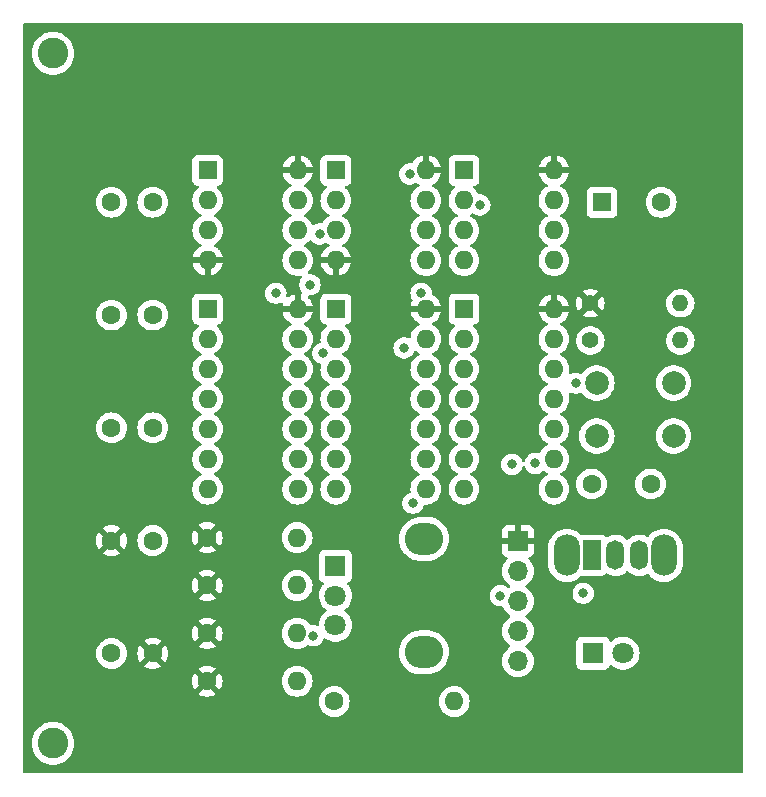
<source format=gbr>
%TF.GenerationSoftware,KiCad,Pcbnew,(7.0.0)*%
%TF.CreationDate,2023-02-28T14:37:34-05:00*%
%TF.ProjectId,8bc_clock_4,3862635f-636c-46f6-936b-5f342e6b6963,rev?*%
%TF.SameCoordinates,Original*%
%TF.FileFunction,Copper,L3,Inr*%
%TF.FilePolarity,Positive*%
%FSLAX46Y46*%
G04 Gerber Fmt 4.6, Leading zero omitted, Abs format (unit mm)*
G04 Created by KiCad (PCBNEW (7.0.0)) date 2023-02-28 14:37:34*
%MOMM*%
%LPD*%
G01*
G04 APERTURE LIST*
%TA.AperFunction,ComponentPad*%
%ADD10C,1.400000*%
%TD*%
%TA.AperFunction,ComponentPad*%
%ADD11O,1.400000X1.400000*%
%TD*%
%TA.AperFunction,ComponentPad*%
%ADD12C,1.600000*%
%TD*%
%TA.AperFunction,ComponentPad*%
%ADD13C,2.600000*%
%TD*%
%TA.AperFunction,ComponentPad*%
%ADD14R,1.600000X1.600000*%
%TD*%
%TA.AperFunction,ComponentPad*%
%ADD15O,1.600000X1.600000*%
%TD*%
%TA.AperFunction,ComponentPad*%
%ADD16C,2.000000*%
%TD*%
%TA.AperFunction,ComponentPad*%
%ADD17O,3.240000X2.720000*%
%TD*%
%TA.AperFunction,ComponentPad*%
%ADD18R,1.800000X1.800000*%
%TD*%
%TA.AperFunction,ComponentPad*%
%ADD19C,1.800000*%
%TD*%
%TA.AperFunction,ComponentPad*%
%ADD20R,1.700000X1.700000*%
%TD*%
%TA.AperFunction,ComponentPad*%
%ADD21O,1.700000X1.700000*%
%TD*%
%TA.AperFunction,ComponentPad*%
%ADD22O,2.200000X3.500000*%
%TD*%
%TA.AperFunction,ComponentPad*%
%ADD23R,1.500000X2.500000*%
%TD*%
%TA.AperFunction,ComponentPad*%
%ADD24O,1.500000X2.500000*%
%TD*%
%TA.AperFunction,ViaPad*%
%ADD25C,0.800000*%
%TD*%
G04 APERTURE END LIST*
D10*
%TO.N,+5V*%
%TO.C,R1*%
X152180000Y-74500000D03*
D11*
%TO.N,Net-(U1-DIS)*%
X159799999Y-74499999D03*
%TD*%
D12*
%TO.N,GND*%
%TO.C,C7*%
X111630000Y-104150000D03*
%TO.N,+5V*%
X115130000Y-104150000D03*
%TD*%
D13*
%TO.N,N/C*%
%TO.C,REF\u002A\u002A\u002A*%
X106680000Y-111760000D03*
%TD*%
D14*
%TO.N,GND*%
%TO.C,U3*%
X141479999Y-63249999D03*
D15*
%TO.N,Net-(SW1-A)*%
X141479999Y-65789999D03*
%TO.N,Net-(U3-Q)*%
X141479999Y-68329999D03*
%TO.N,Net-(SW1-C)*%
X141479999Y-70869999D03*
%TO.N,Net-(U3-CV)*%
X149099999Y-70869999D03*
%TO.N,GND*%
X149099999Y-68329999D03*
%TO.N,unconnected-(U3-DIS-Pad7)*%
X149099999Y-65789999D03*
%TO.N,+5V*%
X149099999Y-63249999D03*
%TD*%
D14*
%TO.N,Net-(U1-THR)*%
%TO.C,C2*%
X153174697Y-65949999D03*
D12*
%TO.N,GND*%
X158174698Y-65950000D03*
%TD*%
%TO.N,+5V*%
%TO.C,R5*%
X119730000Y-102450000D03*
D15*
%TO.N,Net-(SW1-A)*%
X127349999Y-102449999D03*
%TD*%
D14*
%TO.N,Net-(U1-Q)*%
%TO.C,U5*%
X130629999Y-74999999D03*
D15*
%TO.N,Net-(U3-Q)*%
X130629999Y-77539999D03*
%TO.N,Net-(U5-Pad3)*%
X130629999Y-80079999D03*
%TO.N,Net-(U4-Pad2)*%
X130629999Y-82619999D03*
%TO.N,Net-(U2-DIS)*%
X130629999Y-85159999D03*
%TO.N,Net-(U5-Pad6)*%
X130629999Y-87699999D03*
%TO.N,GND*%
X130629999Y-90239999D03*
%TO.N,CLK*%
X138249999Y-90239999D03*
%TO.N,Net-(U5-Pad9)*%
X138249999Y-87699999D03*
%TO.N,Net-(U4-Pad6)*%
X138249999Y-85159999D03*
%TO.N,unconnected-(U5-Pad11)*%
X138249999Y-82619999D03*
%TO.N,unconnected-(U5-Pad12)*%
X138249999Y-80079999D03*
%TO.N,unconnected-(U5-Pad13)*%
X138249999Y-77539999D03*
%TO.N,+5V*%
X138249999Y-74999999D03*
%TD*%
D14*
%TO.N,GND*%
%TO.C,U2*%
X130629999Y-63249999D03*
D15*
%TO.N,Net-(U2-TR)*%
X130629999Y-65789999D03*
%TO.N,Net-(U2-DIS)*%
X130629999Y-68329999D03*
%TO.N,+5V*%
X130629999Y-70869999D03*
%TO.N,Net-(U2-CV)*%
X138249999Y-70869999D03*
%TO.N,Net-(U2-DIS)*%
X138249999Y-68329999D03*
X138249999Y-65789999D03*
%TO.N,+5V*%
X138249999Y-63249999D03*
%TD*%
D12*
%TO.N,+5V*%
%TO.C,C6*%
X111630000Y-94600000D03*
%TO.N,GND*%
X115130000Y-94600000D03*
%TD*%
%TO.N,+5V*%
%TO.C,R3*%
X119730000Y-94350000D03*
D15*
%TO.N,Net-(U2-DIS)*%
X127349999Y-94349999D03*
%TD*%
D14*
%TO.N,Net-(U5-Pad3)*%
%TO.C,U6*%
X141479999Y-74999999D03*
D15*
%TO.N,Net-(U5-Pad6)*%
X141479999Y-77539999D03*
%TO.N,Net-(U5-Pad9)*%
X141479999Y-80079999D03*
%TO.N,unconnected-(U6-Pad4)*%
X141479999Y-82619999D03*
%TO.N,unconnected-(U6-Pad5)*%
X141479999Y-85159999D03*
%TO.N,unconnected-(U6-Pad6)*%
X141479999Y-87699999D03*
%TO.N,GND*%
X141479999Y-90239999D03*
%TO.N,unconnected-(U6-Pad8)*%
X149099999Y-90239999D03*
%TO.N,unconnected-(U6-Pad9)*%
X149099999Y-87699999D03*
%TO.N,unconnected-(U6-Pad10)*%
X149099999Y-85159999D03*
%TO.N,unconnected-(U6-Pad11)*%
X149099999Y-82619999D03*
%TO.N,unconnected-(U6-Pad12)*%
X149099999Y-80079999D03*
%TO.N,unconnected-(U6-Pad13)*%
X149099999Y-77539999D03*
%TO.N,+5V*%
X149099999Y-74999999D03*
%TD*%
D12*
%TO.N,Net-(U2-DIS)*%
%TO.C,C4*%
X111630000Y-75500000D03*
%TO.N,GND*%
X115130000Y-75500000D03*
%TD*%
%TO.N,+5V*%
%TO.C,R4*%
X119730000Y-98400000D03*
D15*
%TO.N,Net-(U2-TR)*%
X127349999Y-98399999D03*
%TD*%
D16*
%TO.N,GND*%
%TO.C,SW2*%
X152730000Y-81250000D03*
X159230000Y-81250000D03*
%TO.N,Net-(U2-TR)*%
X152730000Y-85750000D03*
X159230000Y-85750000D03*
%TD*%
D17*
%TO.N,*%
%TO.C,RV1*%
X138099999Y-94459999D03*
X138099999Y-104059999D03*
D18*
%TO.N,unconnected-(RV1-Pad1)*%
X130599999Y-96759999D03*
D19*
%TO.N,Net-(R2-Pad2)*%
X130600000Y-99260000D03*
%TO.N,Net-(U1-THR)*%
X130600000Y-101760000D03*
%TD*%
D13*
%TO.N,N/C*%
%TO.C,REF\u002A\u002A*%
X106680000Y-53340000D03*
%TD*%
D18*
%TO.N,Net-(D1-K)*%
%TO.C,D1*%
X152399999Y-104139999D03*
D19*
%TO.N,CLK*%
X154940000Y-104140000D03*
%TD*%
D12*
%TO.N,Net-(U2-CV)*%
%TO.C,C3*%
X111630000Y-65950000D03*
%TO.N,GND*%
X115130000Y-65950000D03*
%TD*%
D20*
%TO.N,+5V*%
%TO.C,J1*%
X146049999Y-94649999D03*
D21*
%TO.N,GND*%
X146049999Y-97189999D03*
%TO.N,CLK*%
X146049999Y-99729999D03*
%TO.N,!CLK*%
X146049999Y-102269999D03*
%TO.N,HLT*%
X146049999Y-104809999D03*
%TD*%
D12*
%TO.N,+5V*%
%TO.C,R6*%
X119730000Y-106500000D03*
D15*
%TO.N,Net-(SW1-C)*%
X127349999Y-106499999D03*
%TD*%
D12*
%TO.N,GND*%
%TO.C,R7*%
X130500000Y-108220000D03*
D15*
%TO.N,Net-(D1-K)*%
X140659999Y-108219999D03*
%TD*%
D22*
%TO.N,*%
%TO.C,SW1*%
X150199999Y-95844999D03*
X158399999Y-95844999D03*
D23*
%TO.N,Net-(SW1-A)*%
X152299999Y-95844999D03*
D24*
%TO.N,GND*%
X154299999Y-95844999D03*
%TO.N,Net-(SW1-C)*%
X156299999Y-95844999D03*
%TD*%
D14*
%TO.N,GND*%
%TO.C,U1*%
X119779999Y-63249999D03*
D15*
%TO.N,Net-(U1-THR)*%
X119779999Y-65789999D03*
%TO.N,Net-(U1-Q)*%
X119779999Y-68329999D03*
%TO.N,+5V*%
X119779999Y-70869999D03*
%TO.N,Net-(U1-CV)*%
X127399999Y-70869999D03*
%TO.N,Net-(U1-THR)*%
X127399999Y-68329999D03*
%TO.N,Net-(U1-DIS)*%
X127399999Y-65789999D03*
%TO.N,+5V*%
X127399999Y-63249999D03*
%TD*%
D10*
%TO.N,Net-(U1-DIS)*%
%TO.C,R2*%
X152180000Y-77650000D03*
D11*
%TO.N,Net-(R2-Pad2)*%
X159799999Y-77649999D03*
%TD*%
D14*
%TO.N,Net-(U3-Q)*%
%TO.C,U4*%
X119779999Y-74999999D03*
D15*
%TO.N,Net-(U4-Pad2)*%
X119779999Y-77539999D03*
%TO.N,CLK*%
X119779999Y-80079999D03*
%TO.N,!CLK*%
X119779999Y-82619999D03*
%TO.N,HLT*%
X119779999Y-85159999D03*
%TO.N,Net-(U4-Pad6)*%
X119779999Y-87699999D03*
%TO.N,GND*%
X119779999Y-90239999D03*
%TO.N,unconnected-(U4-Pad8)*%
X127399999Y-90239999D03*
%TO.N,unconnected-(U4-Pad9)*%
X127399999Y-87699999D03*
%TO.N,unconnected-(U4-Pad10)*%
X127399999Y-85159999D03*
%TO.N,unconnected-(U4-Pad11)*%
X127399999Y-82619999D03*
%TO.N,unconnected-(U4-Pad12)*%
X127399999Y-80079999D03*
%TO.N,unconnected-(U4-Pad13)*%
X127399999Y-77539999D03*
%TO.N,+5V*%
X127399999Y-74999999D03*
%TD*%
D12*
%TO.N,Net-(U3-CV)*%
%TO.C,C5*%
X111630000Y-85050000D03*
%TO.N,GND*%
X115130000Y-85050000D03*
%TD*%
%TO.N,Net-(U1-CV)*%
%TO.C,C1*%
X152280000Y-89800000D03*
%TO.N,GND*%
X157280000Y-89800000D03*
%TD*%
D25*
%TO.N,Net-(U2-TR)*%
X145537700Y-88142300D03*
X137160000Y-91440000D03*
%TO.N,Net-(U3-Q)*%
X128439872Y-72934470D03*
%TO.N,HLT*%
X128734864Y-102651875D03*
%TO.N,Net-(SW1-C)*%
X144558509Y-99263108D03*
X151575500Y-99060000D03*
X147514102Y-88069502D03*
%TO.N,Net-(SW1-A)*%
X150949500Y-81280000D03*
%TO.N,Net-(U2-TR)*%
X129265917Y-68642863D03*
X137849500Y-73659028D03*
%TO.N,Net-(U1-CV)*%
X136400500Y-78284502D03*
%TO.N,Net-(U1-Q)*%
X125550500Y-73658970D03*
%TO.N,CLK*%
X129540000Y-78740000D03*
%TO.N,Net-(U1-DIS)*%
X142820972Y-66190500D03*
X136885917Y-63562863D03*
%TD*%
%TA.AperFunction,Conductor*%
%TO.N,+5V*%
G36*
X165037500Y-50817113D02*
G01*
X165082887Y-50862500D01*
X165099500Y-50924500D01*
X165099500Y-114175500D01*
X165082887Y-114237500D01*
X165037500Y-114282887D01*
X164975500Y-114299500D01*
X104264500Y-114299500D01*
X104202500Y-114282887D01*
X104157113Y-114237500D01*
X104140500Y-114175500D01*
X104140500Y-111760000D01*
X104874451Y-111760000D01*
X104894617Y-112029103D01*
X104954666Y-112292195D01*
X105053257Y-112543398D01*
X105188185Y-112777102D01*
X105356439Y-112988085D01*
X105554259Y-113171635D01*
X105777226Y-113323651D01*
X106020359Y-113440738D01*
X106024787Y-113442103D01*
X106024790Y-113442105D01*
X106149293Y-113480509D01*
X106278228Y-113520280D01*
X106545071Y-113560500D01*
X106810292Y-113560500D01*
X106814929Y-113560500D01*
X107081772Y-113520280D01*
X107339641Y-113440738D01*
X107582775Y-113323651D01*
X107805741Y-113171635D01*
X108003561Y-112988085D01*
X108171815Y-112777102D01*
X108306743Y-112543398D01*
X108405334Y-112292195D01*
X108465383Y-112029103D01*
X108485549Y-111760000D01*
X108465383Y-111490897D01*
X108405334Y-111227805D01*
X108306743Y-110976602D01*
X108171815Y-110742898D01*
X108003561Y-110531915D01*
X107805741Y-110348365D01*
X107801912Y-110345754D01*
X107801909Y-110345752D01*
X107586610Y-110198964D01*
X107582775Y-110196349D01*
X107578589Y-110194333D01*
X107343820Y-110081274D01*
X107343814Y-110081271D01*
X107339641Y-110079262D01*
X107335219Y-110077898D01*
X107335209Y-110077894D01*
X107086202Y-110001086D01*
X107086196Y-110001084D01*
X107081772Y-109999720D01*
X107077195Y-109999030D01*
X107077186Y-109999028D01*
X106819514Y-109960191D01*
X106819513Y-109960190D01*
X106814929Y-109959500D01*
X106545071Y-109959500D01*
X106540487Y-109960190D01*
X106540485Y-109960191D01*
X106282813Y-109999028D01*
X106282801Y-109999030D01*
X106278228Y-109999720D01*
X106273806Y-110001083D01*
X106273797Y-110001086D01*
X106024790Y-110077894D01*
X106024775Y-110077899D01*
X106020359Y-110079262D01*
X106016185Y-110081271D01*
X106016180Y-110081274D01*
X105781411Y-110194333D01*
X105781404Y-110194336D01*
X105777226Y-110196349D01*
X105773393Y-110198962D01*
X105773390Y-110198964D01*
X105558090Y-110345752D01*
X105558080Y-110345759D01*
X105554259Y-110348365D01*
X105550863Y-110351516D01*
X105550853Y-110351524D01*
X105359843Y-110528756D01*
X105359839Y-110528759D01*
X105356439Y-110531915D01*
X105353549Y-110535537D01*
X105353546Y-110535542D01*
X105191077Y-110739271D01*
X105188185Y-110742898D01*
X105185866Y-110746913D01*
X105185865Y-110746916D01*
X105055578Y-110972581D01*
X105055575Y-110972586D01*
X105053257Y-110976602D01*
X105051563Y-110980916D01*
X105051561Y-110980922D01*
X104956363Y-111223480D01*
X104954666Y-111227805D01*
X104953633Y-111232326D01*
X104953632Y-111232333D01*
X104895648Y-111486377D01*
X104895646Y-111486385D01*
X104894617Y-111490897D01*
X104874451Y-111760000D01*
X104140500Y-111760000D01*
X104140500Y-108220000D01*
X129194532Y-108220000D01*
X129214365Y-108446692D01*
X129215762Y-108451907D01*
X129215764Y-108451916D01*
X129271858Y-108661263D01*
X129271861Y-108661271D01*
X129273261Y-108666496D01*
X129369432Y-108872734D01*
X129499953Y-109059139D01*
X129660861Y-109220047D01*
X129847266Y-109350568D01*
X130053504Y-109446739D01*
X130273308Y-109505635D01*
X130500000Y-109525468D01*
X130726692Y-109505635D01*
X130946496Y-109446739D01*
X131152734Y-109350568D01*
X131339139Y-109220047D01*
X131500047Y-109059139D01*
X131630568Y-108872734D01*
X131726739Y-108666496D01*
X131785635Y-108446692D01*
X131805468Y-108220000D01*
X139354532Y-108220000D01*
X139374365Y-108446692D01*
X139375762Y-108451907D01*
X139375764Y-108451916D01*
X139431858Y-108661263D01*
X139431861Y-108661271D01*
X139433261Y-108666496D01*
X139529432Y-108872734D01*
X139659953Y-109059139D01*
X139820861Y-109220047D01*
X140007266Y-109350568D01*
X140213504Y-109446739D01*
X140433308Y-109505635D01*
X140660000Y-109525468D01*
X140886692Y-109505635D01*
X141106496Y-109446739D01*
X141312734Y-109350568D01*
X141499139Y-109220047D01*
X141660047Y-109059139D01*
X141790568Y-108872734D01*
X141886739Y-108666496D01*
X141945635Y-108446692D01*
X141965468Y-108220000D01*
X141945635Y-107993308D01*
X141890116Y-107786106D01*
X141888141Y-107778736D01*
X141888140Y-107778734D01*
X141886739Y-107773504D01*
X141790568Y-107567266D01*
X141660047Y-107380861D01*
X141499139Y-107219953D01*
X141409118Y-107156920D01*
X141317173Y-107092540D01*
X141317171Y-107092539D01*
X141312734Y-107089432D01*
X141106496Y-106993261D01*
X141101271Y-106991861D01*
X141101263Y-106991858D01*
X140891916Y-106935764D01*
X140891907Y-106935762D01*
X140886692Y-106934365D01*
X140881304Y-106933893D01*
X140881301Y-106933893D01*
X140665395Y-106915004D01*
X140660000Y-106914532D01*
X140654605Y-106915004D01*
X140438698Y-106933893D01*
X140438693Y-106933893D01*
X140433308Y-106934365D01*
X140428094Y-106935762D01*
X140428083Y-106935764D01*
X140218736Y-106991858D01*
X140218724Y-106991862D01*
X140213504Y-106993261D01*
X140208599Y-106995547D01*
X140208594Y-106995550D01*
X140012176Y-107087142D01*
X140012172Y-107087144D01*
X140007266Y-107089432D01*
X140002833Y-107092535D01*
X140002826Y-107092540D01*
X139825296Y-107216847D01*
X139825291Y-107216850D01*
X139820861Y-107219953D01*
X139817037Y-107223776D01*
X139817031Y-107223782D01*
X139663782Y-107377031D01*
X139663776Y-107377037D01*
X139659953Y-107380861D01*
X139656850Y-107385291D01*
X139656847Y-107385296D01*
X139532540Y-107562826D01*
X139532535Y-107562833D01*
X139529432Y-107567266D01*
X139527144Y-107572172D01*
X139527142Y-107572176D01*
X139435550Y-107768594D01*
X139435547Y-107768599D01*
X139433261Y-107773504D01*
X139431862Y-107778724D01*
X139431858Y-107778736D01*
X139375764Y-107988083D01*
X139375762Y-107988094D01*
X139374365Y-107993308D01*
X139354532Y-108220000D01*
X131805468Y-108220000D01*
X131785635Y-107993308D01*
X131730116Y-107786106D01*
X131728141Y-107778736D01*
X131728140Y-107778734D01*
X131726739Y-107773504D01*
X131630568Y-107567266D01*
X131500047Y-107380861D01*
X131339139Y-107219953D01*
X131249118Y-107156920D01*
X131157173Y-107092540D01*
X131157171Y-107092539D01*
X131152734Y-107089432D01*
X130946496Y-106993261D01*
X130941271Y-106991861D01*
X130941263Y-106991858D01*
X130731916Y-106935764D01*
X130731907Y-106935762D01*
X130726692Y-106934365D01*
X130721304Y-106933893D01*
X130721301Y-106933893D01*
X130505395Y-106915004D01*
X130500000Y-106914532D01*
X130494605Y-106915004D01*
X130278698Y-106933893D01*
X130278693Y-106933893D01*
X130273308Y-106934365D01*
X130268094Y-106935762D01*
X130268083Y-106935764D01*
X130058736Y-106991858D01*
X130058724Y-106991862D01*
X130053504Y-106993261D01*
X130048599Y-106995547D01*
X130048594Y-106995550D01*
X129852176Y-107087142D01*
X129852172Y-107087144D01*
X129847266Y-107089432D01*
X129842833Y-107092535D01*
X129842826Y-107092540D01*
X129665296Y-107216847D01*
X129665291Y-107216850D01*
X129660861Y-107219953D01*
X129657037Y-107223776D01*
X129657031Y-107223782D01*
X129503782Y-107377031D01*
X129503776Y-107377037D01*
X129499953Y-107380861D01*
X129496850Y-107385291D01*
X129496847Y-107385296D01*
X129372540Y-107562826D01*
X129372535Y-107562833D01*
X129369432Y-107567266D01*
X129367144Y-107572172D01*
X129367142Y-107572176D01*
X129275550Y-107768594D01*
X129275547Y-107768599D01*
X129273261Y-107773504D01*
X129271862Y-107778724D01*
X129271858Y-107778736D01*
X129215764Y-107988083D01*
X129215762Y-107988094D01*
X129214365Y-107993308D01*
X129194532Y-108220000D01*
X104140500Y-108220000D01*
X104140500Y-107578703D01*
X119008217Y-107578703D01*
X119015650Y-107586814D01*
X119073077Y-107627025D01*
X119082427Y-107632423D01*
X119278768Y-107723979D01*
X119288902Y-107727667D01*
X119498162Y-107783739D01*
X119508793Y-107785613D01*
X119724605Y-107804494D01*
X119735395Y-107804494D01*
X119951206Y-107785613D01*
X119961837Y-107783739D01*
X120171097Y-107727667D01*
X120181231Y-107723979D01*
X120377575Y-107632422D01*
X120386920Y-107627026D01*
X120444348Y-107586814D01*
X120451780Y-107578703D01*
X120445867Y-107569421D01*
X119741542Y-106865095D01*
X119729999Y-106858431D01*
X119718457Y-106865095D01*
X119014128Y-107569424D01*
X119008217Y-107578703D01*
X104140500Y-107578703D01*
X104140500Y-106505395D01*
X118425506Y-106505395D01*
X118444386Y-106721206D01*
X118446260Y-106731837D01*
X118502332Y-106941097D01*
X118506020Y-106951231D01*
X118597576Y-107147572D01*
X118602974Y-107156922D01*
X118643184Y-107214348D01*
X118651295Y-107221781D01*
X118660574Y-107215870D01*
X119364903Y-106511542D01*
X119371567Y-106499999D01*
X120088431Y-106499999D01*
X120095095Y-106511542D01*
X120799421Y-107215867D01*
X120808703Y-107221780D01*
X120816814Y-107214348D01*
X120857026Y-107156920D01*
X120862422Y-107147575D01*
X120953979Y-106951231D01*
X120957667Y-106941097D01*
X121013739Y-106731837D01*
X121015613Y-106721206D01*
X121034494Y-106505395D01*
X121034494Y-106500000D01*
X126044532Y-106500000D01*
X126064365Y-106726692D01*
X126065762Y-106731907D01*
X126065764Y-106731916D01*
X126121858Y-106941263D01*
X126121861Y-106941271D01*
X126123261Y-106946496D01*
X126219432Y-107152734D01*
X126349953Y-107339139D01*
X126510861Y-107500047D01*
X126697266Y-107630568D01*
X126903504Y-107726739D01*
X127123308Y-107785635D01*
X127350000Y-107805468D01*
X127576692Y-107785635D01*
X127796496Y-107726739D01*
X128002734Y-107630568D01*
X128189139Y-107500047D01*
X128350047Y-107339139D01*
X128480568Y-107152734D01*
X128576739Y-106946496D01*
X128635635Y-106726692D01*
X128655468Y-106500000D01*
X128635635Y-106273308D01*
X128576739Y-106053504D01*
X128480568Y-105847266D01*
X128350047Y-105660861D01*
X128189139Y-105499953D01*
X128090055Y-105430574D01*
X128007173Y-105372540D01*
X128007171Y-105372539D01*
X128002734Y-105369432D01*
X127882402Y-105313320D01*
X127801405Y-105275550D01*
X127801403Y-105275549D01*
X127796496Y-105273261D01*
X127791271Y-105271861D01*
X127791263Y-105271858D01*
X127581916Y-105215764D01*
X127581907Y-105215762D01*
X127576692Y-105214365D01*
X127571304Y-105213893D01*
X127571301Y-105213893D01*
X127355395Y-105195004D01*
X127350000Y-105194532D01*
X127344605Y-105195004D01*
X127128698Y-105213893D01*
X127128693Y-105213893D01*
X127123308Y-105214365D01*
X127118094Y-105215762D01*
X127118083Y-105215764D01*
X126908736Y-105271858D01*
X126908724Y-105271862D01*
X126903504Y-105273261D01*
X126898599Y-105275547D01*
X126898594Y-105275550D01*
X126702176Y-105367142D01*
X126702172Y-105367144D01*
X126697266Y-105369432D01*
X126692833Y-105372535D01*
X126692826Y-105372540D01*
X126515296Y-105496847D01*
X126515291Y-105496850D01*
X126510861Y-105499953D01*
X126507037Y-105503776D01*
X126507031Y-105503782D01*
X126353782Y-105657031D01*
X126353776Y-105657037D01*
X126349953Y-105660861D01*
X126346850Y-105665291D01*
X126346847Y-105665296D01*
X126222540Y-105842826D01*
X126222535Y-105842833D01*
X126219432Y-105847266D01*
X126217144Y-105852172D01*
X126217142Y-105852176D01*
X126125550Y-106048594D01*
X126125547Y-106048599D01*
X126123261Y-106053504D01*
X126121862Y-106058724D01*
X126121858Y-106058736D01*
X126065764Y-106268083D01*
X126065762Y-106268094D01*
X126064365Y-106273308D01*
X126044532Y-106500000D01*
X121034494Y-106500000D01*
X121034494Y-106494605D01*
X121015613Y-106278793D01*
X121013739Y-106268162D01*
X120957667Y-106058902D01*
X120953979Y-106048768D01*
X120862423Y-105852427D01*
X120857025Y-105843077D01*
X120816814Y-105785650D01*
X120808703Y-105778217D01*
X120799424Y-105784128D01*
X120095095Y-106488457D01*
X120088431Y-106499999D01*
X119371567Y-106499999D01*
X119364903Y-106488457D01*
X118660574Y-105784128D01*
X118651296Y-105778217D01*
X118643183Y-105785651D01*
X118602971Y-105843081D01*
X118597577Y-105852425D01*
X118506020Y-106048768D01*
X118502332Y-106058902D01*
X118446260Y-106268162D01*
X118444386Y-106278793D01*
X118425506Y-106494605D01*
X118425506Y-106505395D01*
X104140500Y-106505395D01*
X104140500Y-104150000D01*
X110324532Y-104150000D01*
X110325004Y-104155395D01*
X110341279Y-104341427D01*
X110344365Y-104376692D01*
X110345762Y-104381907D01*
X110345764Y-104381916D01*
X110401858Y-104591263D01*
X110401861Y-104591271D01*
X110403261Y-104596496D01*
X110499432Y-104802734D01*
X110502539Y-104807171D01*
X110502540Y-104807173D01*
X110506716Y-104813137D01*
X110629953Y-104989139D01*
X110790861Y-105150047D01*
X110977266Y-105280568D01*
X111183504Y-105376739D01*
X111188734Y-105378140D01*
X111188736Y-105378141D01*
X111319519Y-105413184D01*
X111403308Y-105435635D01*
X111630000Y-105455468D01*
X111856692Y-105435635D01*
X112076496Y-105376739D01*
X112282734Y-105280568D01*
X112356806Y-105228703D01*
X114408217Y-105228703D01*
X114415650Y-105236814D01*
X114473077Y-105277025D01*
X114482427Y-105282423D01*
X114678768Y-105373979D01*
X114688902Y-105377667D01*
X114898162Y-105433739D01*
X114908793Y-105435613D01*
X115124605Y-105454494D01*
X115135395Y-105454494D01*
X115351206Y-105435613D01*
X115361837Y-105433739D01*
X115408274Y-105421296D01*
X119008217Y-105421296D01*
X119014128Y-105430574D01*
X119718457Y-106134903D01*
X119730000Y-106141567D01*
X119741542Y-106134903D01*
X120445870Y-105430574D01*
X120451781Y-105421295D01*
X120444348Y-105413184D01*
X120386922Y-105372974D01*
X120377572Y-105367576D01*
X120181231Y-105276020D01*
X120171097Y-105272332D01*
X119961837Y-105216260D01*
X119951206Y-105214386D01*
X119735395Y-105195506D01*
X119724605Y-105195506D01*
X119508793Y-105214386D01*
X119498162Y-105216260D01*
X119288902Y-105272332D01*
X119278768Y-105276020D01*
X119082425Y-105367577D01*
X119073081Y-105372971D01*
X119015651Y-105413183D01*
X119008217Y-105421296D01*
X115408274Y-105421296D01*
X115571097Y-105377667D01*
X115581231Y-105373979D01*
X115777575Y-105282422D01*
X115786920Y-105277026D01*
X115844348Y-105236814D01*
X115851780Y-105228703D01*
X115845867Y-105219421D01*
X115141542Y-104515095D01*
X115130000Y-104508431D01*
X115118457Y-104515095D01*
X114414128Y-105219424D01*
X114408217Y-105228703D01*
X112356806Y-105228703D01*
X112469139Y-105150047D01*
X112630047Y-104989139D01*
X112760568Y-104802734D01*
X112856739Y-104596496D01*
X112915635Y-104376692D01*
X112934996Y-104155395D01*
X113825506Y-104155395D01*
X113844386Y-104371206D01*
X113846260Y-104381837D01*
X113902332Y-104591097D01*
X113906020Y-104601231D01*
X113997576Y-104797572D01*
X114002974Y-104806922D01*
X114043184Y-104864348D01*
X114051295Y-104871781D01*
X114060574Y-104865870D01*
X114764903Y-104161542D01*
X114771567Y-104149999D01*
X115488431Y-104149999D01*
X115495095Y-104161542D01*
X116199421Y-104865867D01*
X116208703Y-104871780D01*
X116216814Y-104864348D01*
X116257026Y-104806920D01*
X116262422Y-104797575D01*
X116353979Y-104601231D01*
X116357667Y-104591097D01*
X116413739Y-104381837D01*
X116415613Y-104371206D01*
X116434494Y-104155395D01*
X116434494Y-104144605D01*
X116433053Y-104128131D01*
X135975768Y-104128131D01*
X135976262Y-104132628D01*
X135976263Y-104132633D01*
X136005057Y-104394327D01*
X136005058Y-104394334D01*
X136005554Y-104398839D01*
X136006699Y-104403220D01*
X136006701Y-104403229D01*
X136055816Y-104591097D01*
X136074438Y-104662326D01*
X136076203Y-104666480D01*
X136076206Y-104666488D01*
X136160934Y-104865867D01*
X136180953Y-104912975D01*
X136183309Y-104916836D01*
X136183312Y-104916841D01*
X136319363Y-105139768D01*
X136322827Y-105145444D01*
X136497037Y-105354779D01*
X136699869Y-105536518D01*
X136927002Y-105686788D01*
X137173594Y-105802386D01*
X137434389Y-105880847D01*
X137703829Y-105920500D01*
X138425739Y-105920500D01*
X138428000Y-105920500D01*
X138631616Y-105905597D01*
X138897442Y-105846382D01*
X139151814Y-105749093D01*
X139389310Y-105615804D01*
X139604868Y-105449355D01*
X139793894Y-105253295D01*
X139952358Y-105031802D01*
X140076885Y-104789597D01*
X140164819Y-104531841D01*
X140214286Y-104264029D01*
X140224232Y-103991869D01*
X140194446Y-103721161D01*
X140125562Y-103457674D01*
X140019047Y-103207025D01*
X139877173Y-102974556D01*
X139702963Y-102765221D01*
X139500131Y-102583482D01*
X139272998Y-102433212D01*
X139268903Y-102431292D01*
X139268899Y-102431290D01*
X139030500Y-102319533D01*
X139030497Y-102319532D01*
X139026406Y-102317614D01*
X139022082Y-102316313D01*
X139022074Y-102316310D01*
X138769949Y-102240458D01*
X138769947Y-102240457D01*
X138765611Y-102239153D01*
X138761131Y-102238493D01*
X138761128Y-102238493D01*
X138500645Y-102200158D01*
X138500639Y-102200157D01*
X138496171Y-102199500D01*
X137772000Y-102199500D01*
X137769749Y-102199664D01*
X137769742Y-102199665D01*
X137572903Y-102214072D01*
X137572899Y-102214072D01*
X137568384Y-102214403D01*
X137563970Y-102215386D01*
X137563958Y-102215388D01*
X137306988Y-102272630D01*
X137306972Y-102272634D01*
X137302558Y-102273618D01*
X137298327Y-102275236D01*
X137298321Y-102275238D01*
X137052418Y-102369288D01*
X137052413Y-102369290D01*
X137048186Y-102370907D01*
X137044238Y-102373122D01*
X137044233Y-102373125D01*
X136814640Y-102501978D01*
X136814628Y-102501985D01*
X136810690Y-102504196D01*
X136807110Y-102506960D01*
X136807103Y-102506965D01*
X136598717Y-102667876D01*
X136598710Y-102667881D01*
X136595132Y-102670645D01*
X136591994Y-102673899D01*
X136591987Y-102673906D01*
X136409255Y-102863437D01*
X136409243Y-102863450D01*
X136406106Y-102866705D01*
X136403467Y-102870393D01*
X136403465Y-102870396D01*
X136250281Y-103084508D01*
X136250275Y-103084517D01*
X136247642Y-103088198D01*
X136245569Y-103092228D01*
X136245567Y-103092233D01*
X136125189Y-103326367D01*
X136125183Y-103326378D01*
X136123115Y-103330403D01*
X136121655Y-103334682D01*
X136121651Y-103334692D01*
X136036642Y-103583875D01*
X136035181Y-103588159D01*
X136034358Y-103592612D01*
X136034358Y-103592614D01*
X135986537Y-103851510D01*
X135986535Y-103851523D01*
X135985714Y-103855971D01*
X135985548Y-103860497D01*
X135985548Y-103860503D01*
X135975933Y-104123602D01*
X135975933Y-104123608D01*
X135975768Y-104128131D01*
X116433053Y-104128131D01*
X116415613Y-103928793D01*
X116413739Y-103918162D01*
X116357667Y-103708902D01*
X116353979Y-103698768D01*
X116274676Y-103528703D01*
X119008217Y-103528703D01*
X119015650Y-103536814D01*
X119073077Y-103577025D01*
X119082427Y-103582423D01*
X119278768Y-103673979D01*
X119288902Y-103677667D01*
X119498162Y-103733739D01*
X119508793Y-103735613D01*
X119724605Y-103754494D01*
X119735395Y-103754494D01*
X119951206Y-103735613D01*
X119961837Y-103733739D01*
X120171097Y-103677667D01*
X120181231Y-103673979D01*
X120377575Y-103582422D01*
X120386920Y-103577026D01*
X120444348Y-103536814D01*
X120451780Y-103528703D01*
X120445867Y-103519421D01*
X119741542Y-102815095D01*
X119729999Y-102808431D01*
X119718457Y-102815095D01*
X119014128Y-103519424D01*
X119008217Y-103528703D01*
X116274676Y-103528703D01*
X116262423Y-103502427D01*
X116257025Y-103493077D01*
X116216814Y-103435650D01*
X116208703Y-103428217D01*
X116199424Y-103434128D01*
X115495095Y-104138457D01*
X115488431Y-104149999D01*
X114771567Y-104149999D01*
X114764903Y-104138457D01*
X114060574Y-103434128D01*
X114051296Y-103428217D01*
X114043183Y-103435651D01*
X114002971Y-103493081D01*
X113997577Y-103502425D01*
X113906020Y-103698768D01*
X113902332Y-103708902D01*
X113846260Y-103918162D01*
X113844386Y-103928793D01*
X113825506Y-104144605D01*
X113825506Y-104155395D01*
X112934996Y-104155395D01*
X112935468Y-104150000D01*
X112915635Y-103923308D01*
X112913091Y-103913813D01*
X112858141Y-103708736D01*
X112858140Y-103708734D01*
X112856739Y-103703504D01*
X112760568Y-103497266D01*
X112630047Y-103310861D01*
X112469139Y-103149953D01*
X112394335Y-103097575D01*
X112356804Y-103071296D01*
X114408217Y-103071296D01*
X114414128Y-103080574D01*
X115118457Y-103784903D01*
X115129999Y-103791567D01*
X115141542Y-103784903D01*
X115845870Y-103080574D01*
X115851781Y-103071295D01*
X115844348Y-103063184D01*
X115786922Y-103022974D01*
X115777572Y-103017576D01*
X115581231Y-102926020D01*
X115571097Y-102922332D01*
X115361837Y-102866260D01*
X115351206Y-102864386D01*
X115135395Y-102845506D01*
X115124605Y-102845506D01*
X114908793Y-102864386D01*
X114898162Y-102866260D01*
X114688902Y-102922332D01*
X114678768Y-102926020D01*
X114482425Y-103017577D01*
X114473081Y-103022971D01*
X114415651Y-103063183D01*
X114408217Y-103071296D01*
X112356804Y-103071296D01*
X112287173Y-103022540D01*
X112287171Y-103022539D01*
X112282734Y-103019432D01*
X112104823Y-102936470D01*
X112081405Y-102925550D01*
X112081403Y-102925549D01*
X112076496Y-102923261D01*
X112071271Y-102921861D01*
X112071263Y-102921858D01*
X111861916Y-102865764D01*
X111861907Y-102865762D01*
X111856692Y-102864365D01*
X111851304Y-102863893D01*
X111851301Y-102863893D01*
X111635395Y-102845004D01*
X111630000Y-102844532D01*
X111624605Y-102845004D01*
X111408698Y-102863893D01*
X111408693Y-102863893D01*
X111403308Y-102864365D01*
X111398094Y-102865762D01*
X111398083Y-102865764D01*
X111188736Y-102921858D01*
X111188724Y-102921862D01*
X111183504Y-102923261D01*
X111178599Y-102925547D01*
X111178594Y-102925550D01*
X110982176Y-103017142D01*
X110982172Y-103017144D01*
X110977266Y-103019432D01*
X110972833Y-103022535D01*
X110972826Y-103022540D01*
X110795296Y-103146847D01*
X110795291Y-103146850D01*
X110790861Y-103149953D01*
X110787037Y-103153776D01*
X110787031Y-103153782D01*
X110633782Y-103307031D01*
X110633776Y-103307037D01*
X110629953Y-103310861D01*
X110626850Y-103315291D01*
X110626847Y-103315296D01*
X110502540Y-103492826D01*
X110502535Y-103492833D01*
X110499432Y-103497266D01*
X110497144Y-103502172D01*
X110497142Y-103502176D01*
X110405550Y-103698594D01*
X110405547Y-103698599D01*
X110403261Y-103703504D01*
X110401862Y-103708724D01*
X110401858Y-103708736D01*
X110345764Y-103918083D01*
X110345762Y-103918094D01*
X110344365Y-103923308D01*
X110343893Y-103928693D01*
X110343893Y-103928698D01*
X110326480Y-104127731D01*
X110324532Y-104150000D01*
X104140500Y-104150000D01*
X104140500Y-102455395D01*
X118425506Y-102455395D01*
X118444386Y-102671206D01*
X118446260Y-102681837D01*
X118502332Y-102891097D01*
X118506020Y-102901231D01*
X118597576Y-103097572D01*
X118602974Y-103106922D01*
X118643184Y-103164348D01*
X118651295Y-103171781D01*
X118660574Y-103165870D01*
X119364903Y-102461542D01*
X119371567Y-102450000D01*
X120088431Y-102450000D01*
X120095095Y-102461542D01*
X120799421Y-103165867D01*
X120808703Y-103171780D01*
X120816814Y-103164348D01*
X120857026Y-103106920D01*
X120862422Y-103097575D01*
X120953979Y-102901231D01*
X120957667Y-102891097D01*
X121013739Y-102681837D01*
X121015613Y-102671206D01*
X121034494Y-102455395D01*
X121034494Y-102450000D01*
X126044532Y-102450000D01*
X126045004Y-102455395D01*
X126063593Y-102667876D01*
X126064365Y-102676692D01*
X126065762Y-102681907D01*
X126065764Y-102681916D01*
X126121858Y-102891263D01*
X126121861Y-102891271D01*
X126123261Y-102896496D01*
X126125549Y-102901403D01*
X126125550Y-102901405D01*
X126135309Y-102922332D01*
X126219432Y-103102734D01*
X126222539Y-103107171D01*
X126222540Y-103107173D01*
X126252495Y-103149953D01*
X126349953Y-103289139D01*
X126510861Y-103450047D01*
X126697266Y-103580568D01*
X126903504Y-103676739D01*
X126908734Y-103678140D01*
X126908736Y-103678141D01*
X127052902Y-103716770D01*
X127123308Y-103735635D01*
X127350000Y-103755468D01*
X127576692Y-103735635D01*
X127796496Y-103676739D01*
X128002734Y-103580568D01*
X128180063Y-103456401D01*
X128239296Y-103434550D01*
X128301615Y-103444699D01*
X128455061Y-103513019D01*
X128640218Y-103552375D01*
X128823007Y-103552375D01*
X128829510Y-103552375D01*
X129014667Y-103513019D01*
X129187594Y-103436026D01*
X129340735Y-103324763D01*
X129467397Y-103184091D01*
X129562043Y-103020159D01*
X129583493Y-102954140D01*
X129614470Y-102904056D01*
X129665061Y-102873911D01*
X129723853Y-102870504D01*
X129777587Y-102894606D01*
X129827325Y-102933319D01*
X129827327Y-102933320D01*
X129831374Y-102936470D01*
X130035497Y-103046936D01*
X130255019Y-103122298D01*
X130483951Y-103160500D01*
X130710916Y-103160500D01*
X130716049Y-103160500D01*
X130944981Y-103122298D01*
X131164503Y-103046936D01*
X131368626Y-102936470D01*
X131551784Y-102793913D01*
X131708979Y-102623153D01*
X131835924Y-102428849D01*
X131929157Y-102216300D01*
X131986134Y-101991305D01*
X132005300Y-101760000D01*
X131986134Y-101528695D01*
X131929157Y-101303700D01*
X131835924Y-101091151D01*
X131708979Y-100896847D01*
X131551784Y-100726087D01*
X131399875Y-100607852D01*
X131364639Y-100564461D01*
X131352039Y-100510000D01*
X131364639Y-100455539D01*
X131399875Y-100412147D01*
X131551784Y-100293913D01*
X131708979Y-100123153D01*
X131835924Y-99928849D01*
X131929157Y-99716300D01*
X131986134Y-99491305D01*
X132005042Y-99263108D01*
X143653049Y-99263108D01*
X143653728Y-99269568D01*
X143672155Y-99444903D01*
X143672156Y-99444911D01*
X143672835Y-99451364D01*
X143674840Y-99457536D01*
X143674842Y-99457543D01*
X143720169Y-99597043D01*
X143731330Y-99631392D01*
X143734577Y-99637016D01*
X143734578Y-99637018D01*
X143792134Y-99736709D01*
X143825976Y-99795324D01*
X143830320Y-99800149D01*
X143830322Y-99800151D01*
X143941975Y-99924154D01*
X143952638Y-99935996D01*
X144105779Y-100047259D01*
X144278706Y-100124252D01*
X144463863Y-100163608D01*
X144646653Y-100163608D01*
X144653155Y-100163608D01*
X144659515Y-100162255D01*
X144665975Y-100161577D01*
X144666145Y-100163202D01*
X144710851Y-100163849D01*
X144760153Y-100188427D01*
X144793943Y-100231935D01*
X144873678Y-100402927D01*
X144873681Y-100402933D01*
X144875965Y-100407830D01*
X144879064Y-100412257D01*
X144879066Y-100412259D01*
X145008399Y-100596966D01*
X145008402Y-100596970D01*
X145011505Y-100601401D01*
X145178599Y-100768495D01*
X145183032Y-100771599D01*
X145183038Y-100771604D01*
X145364158Y-100898425D01*
X145403024Y-100942743D01*
X145417035Y-101000000D01*
X145403024Y-101057257D01*
X145364159Y-101101575D01*
X145183041Y-101228395D01*
X145178599Y-101231505D01*
X145174775Y-101235328D01*
X145174769Y-101235334D01*
X145015334Y-101394769D01*
X145015328Y-101394775D01*
X145011505Y-101398599D01*
X145008402Y-101403029D01*
X145008399Y-101403034D01*
X144879073Y-101587731D01*
X144879068Y-101587738D01*
X144875965Y-101592171D01*
X144873677Y-101597077D01*
X144873675Y-101597081D01*
X144778386Y-101801427D01*
X144778383Y-101801432D01*
X144776097Y-101806337D01*
X144774698Y-101811557D01*
X144774694Y-101811569D01*
X144716337Y-102029365D01*
X144716335Y-102029371D01*
X144714937Y-102034592D01*
X144714465Y-102039977D01*
X144714465Y-102039982D01*
X144697946Y-102228793D01*
X144694341Y-102270000D01*
X144694813Y-102275395D01*
X144708620Y-102433212D01*
X144714937Y-102505408D01*
X144716336Y-102510630D01*
X144716337Y-102510634D01*
X144774694Y-102728430D01*
X144774697Y-102728438D01*
X144776097Y-102733663D01*
X144778385Y-102738570D01*
X144778386Y-102738572D01*
X144873678Y-102942927D01*
X144873681Y-102942933D01*
X144875965Y-102947830D01*
X144879064Y-102952257D01*
X144879066Y-102952259D01*
X145008399Y-103136966D01*
X145008402Y-103136970D01*
X145011505Y-103141401D01*
X145178599Y-103308495D01*
X145183032Y-103311599D01*
X145183038Y-103311604D01*
X145364158Y-103438425D01*
X145403024Y-103482743D01*
X145417035Y-103540000D01*
X145403024Y-103597257D01*
X145364159Y-103641575D01*
X145244056Y-103725672D01*
X145178599Y-103771505D01*
X145174775Y-103775328D01*
X145174769Y-103775334D01*
X145015334Y-103934769D01*
X145015328Y-103934775D01*
X145011505Y-103938599D01*
X145008402Y-103943029D01*
X145008399Y-103943034D01*
X144879073Y-104127731D01*
X144879068Y-104127738D01*
X144875965Y-104132171D01*
X144873677Y-104137077D01*
X144873675Y-104137081D01*
X144778386Y-104341427D01*
X144778383Y-104341432D01*
X144776097Y-104346337D01*
X144774698Y-104351557D01*
X144774694Y-104351569D01*
X144716337Y-104569365D01*
X144716335Y-104569371D01*
X144714937Y-104574592D01*
X144714465Y-104579977D01*
X144714465Y-104579982D01*
X144712627Y-104600996D01*
X144694341Y-104810000D01*
X144694813Y-104815395D01*
X144713746Y-105031802D01*
X144714937Y-105045408D01*
X144716336Y-105050630D01*
X144716337Y-105050634D01*
X144774694Y-105268430D01*
X144774697Y-105268438D01*
X144776097Y-105273663D01*
X144778385Y-105278570D01*
X144778386Y-105278572D01*
X144873678Y-105482927D01*
X144873681Y-105482933D01*
X144875965Y-105487830D01*
X144879064Y-105492257D01*
X144879066Y-105492259D01*
X145008399Y-105676966D01*
X145008402Y-105676970D01*
X145011505Y-105681401D01*
X145178599Y-105848495D01*
X145183031Y-105851598D01*
X145183033Y-105851600D01*
X145281196Y-105920334D01*
X145372170Y-105984035D01*
X145586337Y-106083903D01*
X145814592Y-106145063D01*
X146050000Y-106165659D01*
X146285408Y-106145063D01*
X146513663Y-106083903D01*
X146727830Y-105984035D01*
X146921401Y-105848495D01*
X147088495Y-105681401D01*
X147224035Y-105487830D01*
X147323903Y-105273663D01*
X147374568Y-105084578D01*
X150999500Y-105084578D01*
X150999501Y-105087872D01*
X150999853Y-105091150D01*
X150999854Y-105091161D01*
X151005079Y-105139768D01*
X151005080Y-105139773D01*
X151005909Y-105147483D01*
X151008619Y-105154749D01*
X151008620Y-105154753D01*
X151030678Y-105213893D01*
X151056204Y-105282331D01*
X151061518Y-105289430D01*
X151061519Y-105289431D01*
X151127572Y-105377667D01*
X151142454Y-105397546D01*
X151257669Y-105483796D01*
X151392517Y-105534091D01*
X151452127Y-105540500D01*
X153347872Y-105540499D01*
X153407483Y-105534091D01*
X153542331Y-105483796D01*
X153657546Y-105397546D01*
X153743796Y-105282331D01*
X153772454Y-105205493D01*
X153808404Y-105154280D01*
X153864785Y-105127141D01*
X153927239Y-105130988D01*
X153979863Y-105164840D01*
X153984739Y-105170136D01*
X153988216Y-105173913D01*
X153992262Y-105177062D01*
X153992263Y-105177063D01*
X154040189Y-105214365D01*
X154171374Y-105316470D01*
X154375497Y-105426936D01*
X154595019Y-105502298D01*
X154823951Y-105540500D01*
X155050916Y-105540500D01*
X155056049Y-105540500D01*
X155284981Y-105502298D01*
X155504503Y-105426936D01*
X155708626Y-105316470D01*
X155891784Y-105173913D01*
X156048979Y-105003153D01*
X156175924Y-104808849D01*
X156269157Y-104596300D01*
X156326134Y-104371305D01*
X156345300Y-104140000D01*
X156326134Y-103908695D01*
X156269157Y-103683700D01*
X156175924Y-103471151D01*
X156048979Y-103276847D01*
X155891784Y-103106087D01*
X155881166Y-103097823D01*
X155712672Y-102966679D01*
X155712671Y-102966678D01*
X155708626Y-102963530D01*
X155598728Y-102904056D01*
X155509007Y-102855501D01*
X155509002Y-102855499D01*
X155504503Y-102853064D01*
X155499657Y-102851400D01*
X155499654Y-102851399D01*
X155289834Y-102779368D01*
X155289833Y-102779367D01*
X155284981Y-102777702D01*
X155279931Y-102776859D01*
X155279922Y-102776857D01*
X155061111Y-102740344D01*
X155061102Y-102740343D01*
X155056049Y-102739500D01*
X154823951Y-102739500D01*
X154818898Y-102740343D01*
X154818888Y-102740344D01*
X154600077Y-102776857D01*
X154600065Y-102776859D01*
X154595019Y-102777702D01*
X154590169Y-102779366D01*
X154590165Y-102779368D01*
X154380345Y-102851399D01*
X154380337Y-102851402D01*
X154375497Y-102853064D01*
X154371001Y-102855496D01*
X154370992Y-102855501D01*
X154175882Y-102961090D01*
X154175878Y-102961092D01*
X154171374Y-102963530D01*
X154167334Y-102966674D01*
X154167327Y-102966679D01*
X153992263Y-103102936D01*
X153992255Y-103102943D01*
X153988216Y-103106087D01*
X153984751Y-103109850D01*
X153984740Y-103109861D01*
X153979859Y-103115164D01*
X153927234Y-103149013D01*
X153864782Y-103152857D01*
X153808403Y-103125718D01*
X153772454Y-103074506D01*
X153771257Y-103071296D01*
X153743796Y-102997669D01*
X153657546Y-102882454D01*
X153633410Y-102864386D01*
X153549431Y-102801519D01*
X153549430Y-102801518D01*
X153542331Y-102796204D01*
X153407483Y-102745909D01*
X153399770Y-102745079D01*
X153399767Y-102745079D01*
X153351180Y-102739855D01*
X153351169Y-102739854D01*
X153347873Y-102739500D01*
X153344550Y-102739500D01*
X151455439Y-102739500D01*
X151455420Y-102739500D01*
X151452128Y-102739501D01*
X151448850Y-102739853D01*
X151448838Y-102739854D01*
X151400231Y-102745079D01*
X151400225Y-102745080D01*
X151392517Y-102745909D01*
X151385252Y-102748618D01*
X151385246Y-102748620D01*
X151265980Y-102793104D01*
X151265978Y-102793104D01*
X151257669Y-102796204D01*
X151250572Y-102801516D01*
X151250568Y-102801519D01*
X151149550Y-102877141D01*
X151149546Y-102877144D01*
X151142454Y-102882454D01*
X151137144Y-102889546D01*
X151137141Y-102889550D01*
X151061519Y-102990568D01*
X151061516Y-102990572D01*
X151056204Y-102997669D01*
X151053104Y-103005978D01*
X151053104Y-103005980D01*
X151008620Y-103125247D01*
X151008619Y-103125250D01*
X151005909Y-103132517D01*
X151005079Y-103140227D01*
X151005079Y-103140232D01*
X150999855Y-103188819D01*
X150999854Y-103188831D01*
X150999500Y-103192127D01*
X150999500Y-103195448D01*
X150999500Y-103195449D01*
X150999500Y-105084560D01*
X150999500Y-105084578D01*
X147374568Y-105084578D01*
X147385063Y-105045408D01*
X147405659Y-104810000D01*
X147385063Y-104574592D01*
X147333415Y-104381837D01*
X147325305Y-104351569D01*
X147325304Y-104351567D01*
X147323903Y-104346337D01*
X147224035Y-104132171D01*
X147088495Y-103938599D01*
X146921401Y-103771505D01*
X146916970Y-103768402D01*
X146916966Y-103768399D01*
X146735841Y-103641574D01*
X146696976Y-103597256D01*
X146682965Y-103539999D01*
X146696976Y-103482742D01*
X146735839Y-103438426D01*
X146921401Y-103308495D01*
X147088495Y-103141401D01*
X147224035Y-102947830D01*
X147323903Y-102733663D01*
X147385063Y-102505408D01*
X147405659Y-102270000D01*
X147385063Y-102034592D01*
X147323903Y-101806337D01*
X147224035Y-101592171D01*
X147088495Y-101398599D01*
X146921401Y-101231505D01*
X146916968Y-101228401D01*
X146916961Y-101228395D01*
X146735842Y-101101575D01*
X146696976Y-101057257D01*
X146682965Y-101000000D01*
X146696976Y-100942743D01*
X146735842Y-100898425D01*
X146916961Y-100771604D01*
X146916961Y-100771603D01*
X146921401Y-100768495D01*
X147088495Y-100601401D01*
X147224035Y-100407830D01*
X147323903Y-100193663D01*
X147385063Y-99965408D01*
X147405659Y-99730000D01*
X147385063Y-99494592D01*
X147323903Y-99266337D01*
X147227686Y-99060000D01*
X150670040Y-99060000D01*
X150670719Y-99066460D01*
X150689146Y-99241795D01*
X150689147Y-99241803D01*
X150689826Y-99248256D01*
X150691831Y-99254428D01*
X150691833Y-99254435D01*
X150739146Y-99400047D01*
X150748321Y-99428284D01*
X150751568Y-99433908D01*
X150751569Y-99433910D01*
X150808445Y-99532423D01*
X150842967Y-99592216D01*
X150847311Y-99597041D01*
X150847313Y-99597043D01*
X150927062Y-99685613D01*
X150969629Y-99732888D01*
X151122770Y-99844151D01*
X151295697Y-99921144D01*
X151480854Y-99960500D01*
X151663643Y-99960500D01*
X151670146Y-99960500D01*
X151855303Y-99921144D01*
X152028230Y-99844151D01*
X152181371Y-99732888D01*
X152308033Y-99592216D01*
X152402679Y-99428284D01*
X152461174Y-99248256D01*
X152480960Y-99060000D01*
X152461174Y-98871744D01*
X152402679Y-98691716D01*
X152308033Y-98527784D01*
X152298554Y-98517257D01*
X152185720Y-98391942D01*
X152185719Y-98391941D01*
X152181371Y-98387112D01*
X152176113Y-98383292D01*
X152176111Y-98383290D01*
X152033488Y-98279669D01*
X152033487Y-98279668D01*
X152028230Y-98275849D01*
X152017135Y-98270909D01*
X151861245Y-98201501D01*
X151861240Y-98201499D01*
X151855303Y-98198856D01*
X151848944Y-98197504D01*
X151848940Y-98197503D01*
X151676508Y-98160852D01*
X151676505Y-98160851D01*
X151670146Y-98159500D01*
X151480854Y-98159500D01*
X151474495Y-98160851D01*
X151474491Y-98160852D01*
X151302059Y-98197503D01*
X151302052Y-98197505D01*
X151295697Y-98198856D01*
X151289762Y-98201498D01*
X151289754Y-98201501D01*
X151128707Y-98273205D01*
X151128702Y-98273207D01*
X151122770Y-98275849D01*
X151117516Y-98279665D01*
X151117511Y-98279669D01*
X150974888Y-98383290D01*
X150974881Y-98383295D01*
X150969629Y-98387112D01*
X150965284Y-98391937D01*
X150965279Y-98391942D01*
X150847313Y-98522956D01*
X150847308Y-98522962D01*
X150842967Y-98527784D01*
X150839722Y-98533404D01*
X150839718Y-98533410D01*
X150751569Y-98686089D01*
X150751566Y-98686094D01*
X150748321Y-98691716D01*
X150746315Y-98697888D01*
X150746313Y-98697894D01*
X150691833Y-98865564D01*
X150691831Y-98865573D01*
X150689826Y-98871744D01*
X150689148Y-98878194D01*
X150689146Y-98878204D01*
X150673853Y-99023720D01*
X150670040Y-99060000D01*
X147227686Y-99060000D01*
X147224035Y-99052171D01*
X147088495Y-98858599D01*
X146921401Y-98691505D01*
X146916968Y-98688401D01*
X146916961Y-98688395D01*
X146735842Y-98561575D01*
X146696976Y-98517257D01*
X146682965Y-98460000D01*
X146696976Y-98402743D01*
X146735842Y-98358425D01*
X146916961Y-98231604D01*
X146916961Y-98231603D01*
X146921401Y-98228495D01*
X147088495Y-98061401D01*
X147224035Y-97867830D01*
X147323903Y-97653663D01*
X147385063Y-97425408D01*
X147405659Y-97190000D01*
X147385063Y-96954592D01*
X147336572Y-96773619D01*
X147325305Y-96731569D01*
X147325304Y-96731567D01*
X147323903Y-96726337D01*
X147245351Y-96557882D01*
X148599500Y-96557882D01*
X148599690Y-96560301D01*
X148599691Y-96560316D01*
X148612371Y-96721427D01*
X148614317Y-96746148D01*
X148615452Y-96750877D01*
X148615453Y-96750881D01*
X148671989Y-96986374D01*
X148671991Y-96986382D01*
X148673127Y-96991111D01*
X148769534Y-97223859D01*
X148772081Y-97228016D01*
X148772082Y-97228017D01*
X148898617Y-97434504D01*
X148898622Y-97434511D01*
X148901164Y-97438659D01*
X148904324Y-97442358D01*
X148904327Y-97442363D01*
X149029944Y-97589441D01*
X149064776Y-97630224D01*
X149092220Y-97653663D01*
X149233997Y-97774753D01*
X149256341Y-97793836D01*
X149260491Y-97796379D01*
X149260495Y-97796382D01*
X149369087Y-97862927D01*
X149471141Y-97925466D01*
X149703889Y-98021873D01*
X149948852Y-98080683D01*
X150200000Y-98100449D01*
X150451148Y-98080683D01*
X150696111Y-98021873D01*
X150928859Y-97925466D01*
X151143659Y-97793836D01*
X151335224Y-97630224D01*
X151338395Y-97626510D01*
X151340463Y-97624443D01*
X151394310Y-97592824D01*
X151442228Y-97591775D01*
X151442517Y-97589091D01*
X151502127Y-97595500D01*
X153097872Y-97595499D01*
X153157483Y-97589091D01*
X153292331Y-97538796D01*
X153407546Y-97452546D01*
X153436848Y-97413402D01*
X153485063Y-97374710D01*
X153545969Y-97364105D01*
X153604426Y-97384226D01*
X153643248Y-97409852D01*
X153705032Y-97450635D01*
X153912012Y-97539103D01*
X154131463Y-97589191D01*
X154356330Y-97599290D01*
X154579387Y-97569075D01*
X154793464Y-97499517D01*
X154991681Y-97392852D01*
X155167666Y-97252508D01*
X155206123Y-97208489D01*
X155261186Y-97172143D01*
X155327096Y-97169183D01*
X155385196Y-97200447D01*
X155502882Y-97312967D01*
X155517175Y-97326632D01*
X155705032Y-97450635D01*
X155912012Y-97539103D01*
X156131463Y-97589191D01*
X156356330Y-97599290D01*
X156579387Y-97569075D01*
X156793464Y-97499517D01*
X156951803Y-97414311D01*
X157005460Y-97399611D01*
X157060147Y-97409852D01*
X157104850Y-97442975D01*
X157261609Y-97626517D01*
X157261615Y-97626523D01*
X157264776Y-97630224D01*
X157292220Y-97653663D01*
X157433997Y-97774753D01*
X157456341Y-97793836D01*
X157460491Y-97796379D01*
X157460495Y-97796382D01*
X157569087Y-97862927D01*
X157671141Y-97925466D01*
X157903889Y-98021873D01*
X158148852Y-98080683D01*
X158400000Y-98100449D01*
X158651148Y-98080683D01*
X158896111Y-98021873D01*
X159128859Y-97925466D01*
X159343659Y-97793836D01*
X159535224Y-97630224D01*
X159698836Y-97438659D01*
X159830466Y-97223859D01*
X159926873Y-96991111D01*
X159985683Y-96746148D01*
X160000500Y-96557882D01*
X160000500Y-95132118D01*
X159985683Y-94943852D01*
X159926873Y-94698889D01*
X159830466Y-94466141D01*
X159760930Y-94352669D01*
X159701382Y-94255495D01*
X159701379Y-94255491D01*
X159698836Y-94251341D01*
X159695474Y-94247405D01*
X159538384Y-94063476D01*
X159535224Y-94059776D01*
X159531523Y-94056615D01*
X159347363Y-93899327D01*
X159347358Y-93899324D01*
X159343659Y-93896164D01*
X159339511Y-93893622D01*
X159339504Y-93893617D01*
X159133017Y-93767082D01*
X159133016Y-93767081D01*
X159128859Y-93764534D01*
X158896111Y-93668127D01*
X158891382Y-93666991D01*
X158891374Y-93666989D01*
X158655881Y-93610453D01*
X158655877Y-93610452D01*
X158651148Y-93609317D01*
X158646295Y-93608935D01*
X158404854Y-93589933D01*
X158400000Y-93589551D01*
X158395146Y-93589933D01*
X158153704Y-93608935D01*
X158153702Y-93608935D01*
X158148852Y-93609317D01*
X158144124Y-93610451D01*
X158144118Y-93610453D01*
X157908625Y-93666989D01*
X157908613Y-93666992D01*
X157903889Y-93668127D01*
X157899392Y-93669989D01*
X157899388Y-93669991D01*
X157675645Y-93762668D01*
X157675640Y-93762670D01*
X157671141Y-93764534D01*
X157666988Y-93767078D01*
X157666982Y-93767082D01*
X157460495Y-93893617D01*
X157460482Y-93893626D01*
X157456341Y-93896164D01*
X157452646Y-93899319D01*
X157452636Y-93899327D01*
X157268476Y-94056615D01*
X157268469Y-94056621D01*
X157264776Y-94059776D01*
X157261621Y-94063469D01*
X157261615Y-94063476D01*
X157104525Y-94247405D01*
X157056399Y-94281959D01*
X156997735Y-94290241D01*
X156941924Y-94270360D01*
X156899620Y-94242435D01*
X156899613Y-94242431D01*
X156894968Y-94239365D01*
X156889846Y-94237175D01*
X156889841Y-94237173D01*
X156693115Y-94153088D01*
X156693111Y-94153086D01*
X156687988Y-94150897D01*
X156682554Y-94149656D01*
X156682552Y-94149656D01*
X156473970Y-94102049D01*
X156473969Y-94102048D01*
X156468537Y-94100809D01*
X156462979Y-94100559D01*
X156462969Y-94100558D01*
X156249230Y-94090959D01*
X156249222Y-94090959D01*
X156243670Y-94090710D01*
X156238166Y-94091455D01*
X156238155Y-94091456D01*
X156026132Y-94120177D01*
X156026127Y-94120177D01*
X156020613Y-94120925D01*
X156015321Y-94122644D01*
X156015314Y-94122646D01*
X155811832Y-94188761D01*
X155811820Y-94188766D01*
X155806536Y-94190483D01*
X155801636Y-94193119D01*
X155801633Y-94193121D01*
X155613215Y-94294512D01*
X155613203Y-94294519D01*
X155608319Y-94297148D01*
X155603978Y-94300609D01*
X155603970Y-94300615D01*
X155436691Y-94434016D01*
X155436682Y-94434024D01*
X155432334Y-94437492D01*
X155428672Y-94441682D01*
X155428664Y-94441691D01*
X155393874Y-94481511D01*
X155338811Y-94517857D01*
X155272902Y-94520816D01*
X155214803Y-94489552D01*
X155164744Y-94441691D01*
X155107925Y-94387366D01*
X155086852Y-94367218D01*
X155086850Y-94367216D01*
X155082825Y-94363368D01*
X154894968Y-94239365D01*
X154889846Y-94237175D01*
X154889841Y-94237173D01*
X154693115Y-94153088D01*
X154693111Y-94153086D01*
X154687988Y-94150897D01*
X154682554Y-94149656D01*
X154682552Y-94149656D01*
X154473970Y-94102049D01*
X154473969Y-94102048D01*
X154468537Y-94100809D01*
X154462979Y-94100559D01*
X154462969Y-94100558D01*
X154249230Y-94090959D01*
X154249222Y-94090959D01*
X154243670Y-94090710D01*
X154238166Y-94091455D01*
X154238155Y-94091456D01*
X154026132Y-94120177D01*
X154026127Y-94120177D01*
X154020613Y-94120925D01*
X154015321Y-94122644D01*
X154015314Y-94122646D01*
X153811832Y-94188761D01*
X153811820Y-94188766D01*
X153806536Y-94190483D01*
X153801636Y-94193119D01*
X153801633Y-94193121D01*
X153613218Y-94294511D01*
X153613211Y-94294514D01*
X153608319Y-94297148D01*
X153603970Y-94300616D01*
X153601692Y-94302120D01*
X153543236Y-94322241D01*
X153482331Y-94311637D01*
X153434115Y-94272944D01*
X153412862Y-94244554D01*
X153412858Y-94244550D01*
X153407546Y-94237454D01*
X153302392Y-94158736D01*
X153299431Y-94156519D01*
X153299430Y-94156518D01*
X153292331Y-94151204D01*
X153215763Y-94122646D01*
X153164752Y-94103620D01*
X153164750Y-94103619D01*
X153157483Y-94100909D01*
X153149770Y-94100079D01*
X153149767Y-94100079D01*
X153101180Y-94094855D01*
X153101169Y-94094854D01*
X153097873Y-94094500D01*
X153094550Y-94094500D01*
X151505439Y-94094500D01*
X151505420Y-94094500D01*
X151502128Y-94094501D01*
X151498850Y-94094853D01*
X151498838Y-94094854D01*
X151442517Y-94100909D01*
X151442231Y-94098252D01*
X151394228Y-94097151D01*
X151340470Y-94065562D01*
X151338384Y-94063476D01*
X151335224Y-94059776D01*
X151331523Y-94056615D01*
X151147363Y-93899327D01*
X151147358Y-93899324D01*
X151143659Y-93896164D01*
X151139511Y-93893622D01*
X151139504Y-93893617D01*
X150933017Y-93767082D01*
X150933016Y-93767081D01*
X150928859Y-93764534D01*
X150696111Y-93668127D01*
X150691382Y-93666991D01*
X150691374Y-93666989D01*
X150455881Y-93610453D01*
X150455877Y-93610452D01*
X150451148Y-93609317D01*
X150446295Y-93608935D01*
X150204854Y-93589933D01*
X150200000Y-93589551D01*
X150195146Y-93589933D01*
X149953704Y-93608935D01*
X149953702Y-93608935D01*
X149948852Y-93609317D01*
X149944124Y-93610451D01*
X149944118Y-93610453D01*
X149708625Y-93666989D01*
X149708613Y-93666992D01*
X149703889Y-93668127D01*
X149699392Y-93669989D01*
X149699388Y-93669991D01*
X149475645Y-93762668D01*
X149475640Y-93762670D01*
X149471141Y-93764534D01*
X149466988Y-93767078D01*
X149466982Y-93767082D01*
X149260495Y-93893617D01*
X149260482Y-93893626D01*
X149256341Y-93896164D01*
X149252646Y-93899319D01*
X149252636Y-93899327D01*
X149068476Y-94056615D01*
X149068469Y-94056621D01*
X149064776Y-94059776D01*
X149061621Y-94063469D01*
X149061615Y-94063476D01*
X148904327Y-94247636D01*
X148904319Y-94247646D01*
X148901164Y-94251341D01*
X148898626Y-94255482D01*
X148898617Y-94255495D01*
X148772082Y-94461982D01*
X148772078Y-94461988D01*
X148769534Y-94466141D01*
X148767670Y-94470640D01*
X148767668Y-94470645D01*
X148689444Y-94659496D01*
X148673127Y-94698889D01*
X148671992Y-94703613D01*
X148671989Y-94703625D01*
X148615453Y-94939118D01*
X148615451Y-94939124D01*
X148614317Y-94943852D01*
X148613935Y-94948702D01*
X148613935Y-94948704D01*
X148599691Y-95129683D01*
X148599690Y-95129699D01*
X148599500Y-95132118D01*
X148599500Y-96557882D01*
X147245351Y-96557882D01*
X147224035Y-96512171D01*
X147088495Y-96318599D01*
X146966181Y-96196285D01*
X146934885Y-96143539D01*
X146932696Y-96082246D01*
X146960149Y-96027401D01*
X147010529Y-95992422D01*
X147133777Y-95946452D01*
X147149189Y-95938037D01*
X147250092Y-95862501D01*
X147262501Y-95850092D01*
X147338037Y-95749189D01*
X147346452Y-95733777D01*
X147390888Y-95614641D01*
X147394426Y-95599667D01*
X147399646Y-95551114D01*
X147400000Y-95544518D01*
X147400000Y-94916326D01*
X147396549Y-94903450D01*
X147383674Y-94900000D01*
X144716326Y-94900000D01*
X144703450Y-94903450D01*
X144700000Y-94916326D01*
X144700000Y-95544518D01*
X144700353Y-95551114D01*
X144705573Y-95599667D01*
X144709111Y-95614641D01*
X144753547Y-95733777D01*
X144761962Y-95749189D01*
X144837498Y-95850092D01*
X144849907Y-95862501D01*
X144950810Y-95938037D01*
X144966220Y-95946451D01*
X145089471Y-95992422D01*
X145139850Y-96027401D01*
X145167303Y-96082246D01*
X145165114Y-96143538D01*
X145133819Y-96196285D01*
X145011505Y-96318599D01*
X145008402Y-96323029D01*
X145008399Y-96323034D01*
X144879073Y-96507731D01*
X144879068Y-96507738D01*
X144875965Y-96512171D01*
X144873677Y-96517077D01*
X144873675Y-96517081D01*
X144778386Y-96721427D01*
X144778383Y-96721432D01*
X144776097Y-96726337D01*
X144774698Y-96731557D01*
X144774694Y-96731569D01*
X144716337Y-96949365D01*
X144716335Y-96949371D01*
X144714937Y-96954592D01*
X144714465Y-96959977D01*
X144714465Y-96959982D01*
X144695605Y-97175550D01*
X144694341Y-97190000D01*
X144694813Y-97195395D01*
X144713886Y-97413404D01*
X144714937Y-97425408D01*
X144716336Y-97430630D01*
X144716337Y-97430634D01*
X144774694Y-97648430D01*
X144774697Y-97648438D01*
X144776097Y-97653663D01*
X144778385Y-97658570D01*
X144778386Y-97658572D01*
X144873678Y-97862927D01*
X144873681Y-97862933D01*
X144875965Y-97867830D01*
X144879064Y-97872257D01*
X144879066Y-97872259D01*
X145008399Y-98056966D01*
X145008402Y-98056970D01*
X145011505Y-98061401D01*
X145178599Y-98228495D01*
X145183032Y-98231599D01*
X145183038Y-98231604D01*
X145364158Y-98358425D01*
X145403024Y-98402743D01*
X145417035Y-98460001D01*
X145403024Y-98517258D01*
X145364157Y-98561576D01*
X145314102Y-98596624D01*
X145263088Y-98617407D01*
X145208106Y-98614043D01*
X145164681Y-98589805D01*
X145164380Y-98590220D01*
X145159121Y-98586399D01*
X145016497Y-98482777D01*
X145016496Y-98482776D01*
X145011239Y-98478957D01*
X144968664Y-98460001D01*
X144844254Y-98404609D01*
X144844249Y-98404607D01*
X144838312Y-98401964D01*
X144831953Y-98400612D01*
X144831949Y-98400611D01*
X144659517Y-98363960D01*
X144659514Y-98363959D01*
X144653155Y-98362608D01*
X144463863Y-98362608D01*
X144457504Y-98363959D01*
X144457500Y-98363960D01*
X144285068Y-98400611D01*
X144285061Y-98400613D01*
X144278706Y-98401964D01*
X144272771Y-98404606D01*
X144272763Y-98404609D01*
X144111716Y-98476313D01*
X144111711Y-98476315D01*
X144105779Y-98478957D01*
X144100525Y-98482773D01*
X144100520Y-98482777D01*
X143957897Y-98586398D01*
X143957890Y-98586403D01*
X143952638Y-98590220D01*
X143948293Y-98595045D01*
X143948288Y-98595050D01*
X143830322Y-98726064D01*
X143830317Y-98726070D01*
X143825976Y-98730892D01*
X143822731Y-98736512D01*
X143822727Y-98736518D01*
X143734578Y-98889197D01*
X143734575Y-98889202D01*
X143731330Y-98894824D01*
X143729324Y-98900996D01*
X143729322Y-98901002D01*
X143674842Y-99068672D01*
X143674840Y-99068681D01*
X143672835Y-99074852D01*
X143672157Y-99081302D01*
X143672155Y-99081312D01*
X143656034Y-99234703D01*
X143653049Y-99263108D01*
X132005042Y-99263108D01*
X132005300Y-99260000D01*
X131986134Y-99028695D01*
X131929157Y-98803700D01*
X131835924Y-98591151D01*
X131708979Y-98396847D01*
X131705508Y-98393076D01*
X131705503Y-98393070D01*
X131641609Y-98323662D01*
X131612836Y-98270909D01*
X131612244Y-98210822D01*
X131639971Y-98157512D01*
X131689507Y-98123498D01*
X131742331Y-98103796D01*
X131857546Y-98017546D01*
X131943796Y-97902331D01*
X131994091Y-97767483D01*
X132000500Y-97707873D01*
X132000499Y-95812128D01*
X131994091Y-95752517D01*
X131943796Y-95617669D01*
X131857546Y-95502454D01*
X131767042Y-95434703D01*
X131749431Y-95421519D01*
X131749430Y-95421518D01*
X131742331Y-95416204D01*
X131607483Y-95365909D01*
X131599770Y-95365079D01*
X131599767Y-95365079D01*
X131551180Y-95359855D01*
X131551169Y-95359854D01*
X131547873Y-95359500D01*
X131544550Y-95359500D01*
X129655439Y-95359500D01*
X129655420Y-95359500D01*
X129652128Y-95359501D01*
X129648850Y-95359853D01*
X129648838Y-95359854D01*
X129600231Y-95365079D01*
X129600225Y-95365080D01*
X129592517Y-95365909D01*
X129585252Y-95368618D01*
X129585246Y-95368620D01*
X129465980Y-95413104D01*
X129465978Y-95413104D01*
X129457669Y-95416204D01*
X129450572Y-95421516D01*
X129450568Y-95421519D01*
X129349550Y-95497141D01*
X129349546Y-95497144D01*
X129342454Y-95502454D01*
X129337144Y-95509546D01*
X129337141Y-95509550D01*
X129261519Y-95610568D01*
X129261516Y-95610572D01*
X129256204Y-95617669D01*
X129253104Y-95625978D01*
X129253104Y-95625980D01*
X129208620Y-95745247D01*
X129208619Y-95745250D01*
X129205909Y-95752517D01*
X129205079Y-95760227D01*
X129205079Y-95760232D01*
X129199855Y-95808819D01*
X129199854Y-95808831D01*
X129199500Y-95812127D01*
X129199500Y-95815448D01*
X129199500Y-95815449D01*
X129199500Y-97704560D01*
X129199500Y-97704578D01*
X129199501Y-97707872D01*
X129199853Y-97711150D01*
X129199854Y-97711161D01*
X129205079Y-97759768D01*
X129205080Y-97759773D01*
X129205909Y-97767483D01*
X129208619Y-97774749D01*
X129208620Y-97774753D01*
X129241507Y-97862927D01*
X129256204Y-97902331D01*
X129261518Y-97909430D01*
X129261519Y-97909431D01*
X129290836Y-97948594D01*
X129342454Y-98017546D01*
X129457669Y-98103796D01*
X129510493Y-98123498D01*
X129560028Y-98157513D01*
X129587755Y-98210822D01*
X129587163Y-98270909D01*
X129558391Y-98323662D01*
X129494490Y-98393077D01*
X129494481Y-98393087D01*
X129491021Y-98396847D01*
X129488226Y-98401124D01*
X129488219Y-98401134D01*
X129366878Y-98586862D01*
X129364076Y-98591151D01*
X129362021Y-98595835D01*
X129362016Y-98595845D01*
X129272903Y-98799003D01*
X129270843Y-98803700D01*
X129269585Y-98808665D01*
X129269584Y-98808670D01*
X129215125Y-99023720D01*
X129215123Y-99023729D01*
X129213866Y-99028695D01*
X129213442Y-99033802D01*
X129213441Y-99033813D01*
X129196208Y-99241795D01*
X129194700Y-99260000D01*
X129195124Y-99265117D01*
X129213441Y-99486186D01*
X129213442Y-99486195D01*
X129213866Y-99491305D01*
X129215123Y-99496272D01*
X129215125Y-99496279D01*
X129247464Y-99623979D01*
X129270843Y-99716300D01*
X129278119Y-99732888D01*
X129362016Y-99924154D01*
X129362019Y-99924159D01*
X129364076Y-99928849D01*
X129427548Y-100026000D01*
X129488219Y-100118865D01*
X129488222Y-100118869D01*
X129491021Y-100123153D01*
X129648216Y-100293913D01*
X129652263Y-100297063D01*
X129652270Y-100297069D01*
X129800122Y-100412147D01*
X129835360Y-100455540D01*
X129847960Y-100510000D01*
X129835360Y-100564460D01*
X129800122Y-100607853D01*
X129652270Y-100722930D01*
X129652258Y-100722940D01*
X129648216Y-100726087D01*
X129644746Y-100729855D01*
X129644742Y-100729860D01*
X129494491Y-100893077D01*
X129494488Y-100893080D01*
X129491021Y-100896847D01*
X129488226Y-100901124D01*
X129488219Y-100901134D01*
X129386220Y-101057257D01*
X129364076Y-101091151D01*
X129362021Y-101095835D01*
X129362016Y-101095845D01*
X129300831Y-101235334D01*
X129270843Y-101303700D01*
X129269585Y-101308665D01*
X129269584Y-101308670D01*
X129215125Y-101523720D01*
X129215123Y-101523729D01*
X129213866Y-101528695D01*
X129213442Y-101533802D01*
X129213441Y-101533813D01*
X129200264Y-101692850D01*
X129181786Y-101748416D01*
X129139868Y-101789307D01*
X129083860Y-101806402D01*
X129026255Y-101795890D01*
X129014667Y-101790731D01*
X129008308Y-101789379D01*
X129008304Y-101789378D01*
X128835872Y-101752727D01*
X128835869Y-101752726D01*
X128829510Y-101751375D01*
X128640218Y-101751375D01*
X128553556Y-101769795D01*
X128505535Y-101770493D01*
X128460849Y-101752890D01*
X128426206Y-101719629D01*
X128350047Y-101610861D01*
X128189139Y-101449953D01*
X128065219Y-101363184D01*
X128007173Y-101322540D01*
X128007171Y-101322539D01*
X128002734Y-101319432D01*
X127822391Y-101235336D01*
X127801405Y-101225550D01*
X127801403Y-101225549D01*
X127796496Y-101223261D01*
X127791271Y-101221861D01*
X127791263Y-101221858D01*
X127581916Y-101165764D01*
X127581907Y-101165762D01*
X127576692Y-101164365D01*
X127571304Y-101163893D01*
X127571301Y-101163893D01*
X127355395Y-101145004D01*
X127350000Y-101144532D01*
X127344605Y-101145004D01*
X127128698Y-101163893D01*
X127128693Y-101163893D01*
X127123308Y-101164365D01*
X127118094Y-101165762D01*
X127118083Y-101165764D01*
X126908736Y-101221858D01*
X126908724Y-101221862D01*
X126903504Y-101223261D01*
X126898599Y-101225547D01*
X126898594Y-101225550D01*
X126702176Y-101317142D01*
X126702172Y-101317144D01*
X126697266Y-101319432D01*
X126692833Y-101322535D01*
X126692826Y-101322540D01*
X126515296Y-101446847D01*
X126515291Y-101446850D01*
X126510861Y-101449953D01*
X126507037Y-101453776D01*
X126507031Y-101453782D01*
X126353782Y-101607031D01*
X126353776Y-101607037D01*
X126349953Y-101610861D01*
X126346850Y-101615291D01*
X126346847Y-101615296D01*
X126222540Y-101792826D01*
X126222535Y-101792833D01*
X126219432Y-101797266D01*
X126217144Y-101802172D01*
X126217142Y-101802176D01*
X126125550Y-101998594D01*
X126125547Y-101998599D01*
X126123261Y-102003504D01*
X126121862Y-102008724D01*
X126121858Y-102008736D01*
X126065764Y-102218083D01*
X126065762Y-102218094D01*
X126064365Y-102223308D01*
X126063893Y-102228693D01*
X126063893Y-102228698D01*
X126059808Y-102275395D01*
X126044532Y-102450000D01*
X121034494Y-102450000D01*
X121034494Y-102444605D01*
X121015613Y-102228793D01*
X121013739Y-102218162D01*
X120957667Y-102008902D01*
X120953979Y-101998768D01*
X120862423Y-101802427D01*
X120857025Y-101793077D01*
X120816814Y-101735650D01*
X120808703Y-101728217D01*
X120799424Y-101734128D01*
X120095095Y-102438457D01*
X120088431Y-102450000D01*
X119371567Y-102450000D01*
X119364903Y-102438457D01*
X118660574Y-101734128D01*
X118651296Y-101728217D01*
X118643183Y-101735651D01*
X118602971Y-101793081D01*
X118597577Y-101802425D01*
X118506020Y-101998768D01*
X118502332Y-102008902D01*
X118446260Y-102218162D01*
X118444386Y-102228793D01*
X118425506Y-102444605D01*
X118425506Y-102455395D01*
X104140500Y-102455395D01*
X104140500Y-101371296D01*
X119008217Y-101371296D01*
X119014128Y-101380574D01*
X119718457Y-102084903D01*
X119729999Y-102091567D01*
X119741542Y-102084903D01*
X120445870Y-101380574D01*
X120451781Y-101371295D01*
X120444348Y-101363184D01*
X120386922Y-101322974D01*
X120377572Y-101317576D01*
X120181231Y-101226020D01*
X120171097Y-101222332D01*
X119961837Y-101166260D01*
X119951206Y-101164386D01*
X119735395Y-101145506D01*
X119724605Y-101145506D01*
X119508793Y-101164386D01*
X119498162Y-101166260D01*
X119288902Y-101222332D01*
X119278768Y-101226020D01*
X119082425Y-101317577D01*
X119073081Y-101322971D01*
X119015651Y-101363183D01*
X119008217Y-101371296D01*
X104140500Y-101371296D01*
X104140500Y-99478703D01*
X119008217Y-99478703D01*
X119015650Y-99486814D01*
X119073077Y-99527025D01*
X119082427Y-99532423D01*
X119278768Y-99623979D01*
X119288902Y-99627667D01*
X119498162Y-99683739D01*
X119508793Y-99685613D01*
X119724605Y-99704494D01*
X119735395Y-99704494D01*
X119951206Y-99685613D01*
X119961837Y-99683739D01*
X120171097Y-99627667D01*
X120181231Y-99623979D01*
X120377575Y-99532422D01*
X120386920Y-99527026D01*
X120444348Y-99486814D01*
X120451780Y-99478703D01*
X120445867Y-99469421D01*
X119741542Y-98765095D01*
X119730000Y-98758431D01*
X119718457Y-98765095D01*
X119014128Y-99469424D01*
X119008217Y-99478703D01*
X104140500Y-99478703D01*
X104140500Y-98405395D01*
X118425506Y-98405395D01*
X118444386Y-98621206D01*
X118446260Y-98631837D01*
X118502332Y-98841097D01*
X118506020Y-98851231D01*
X118597576Y-99047572D01*
X118602974Y-99056922D01*
X118643184Y-99114348D01*
X118651295Y-99121781D01*
X118660574Y-99115870D01*
X119364903Y-98411542D01*
X119371566Y-98400000D01*
X120088431Y-98400000D01*
X120095095Y-98411542D01*
X120799421Y-99115867D01*
X120808703Y-99121780D01*
X120816814Y-99114348D01*
X120857026Y-99056920D01*
X120862422Y-99047575D01*
X120953979Y-98851231D01*
X120957667Y-98841097D01*
X121013739Y-98631837D01*
X121015613Y-98621206D01*
X121034494Y-98405395D01*
X121034494Y-98400000D01*
X126044532Y-98400000D01*
X126045004Y-98405395D01*
X126063552Y-98617407D01*
X126064365Y-98626692D01*
X126065762Y-98631907D01*
X126065764Y-98631916D01*
X126121858Y-98841263D01*
X126121861Y-98841271D01*
X126123261Y-98846496D01*
X126219432Y-99052734D01*
X126222539Y-99057171D01*
X126222540Y-99057173D01*
X126229043Y-99066460D01*
X126349953Y-99239139D01*
X126510861Y-99400047D01*
X126697266Y-99530568D01*
X126903504Y-99626739D01*
X127123308Y-99685635D01*
X127350000Y-99705468D01*
X127576692Y-99685635D01*
X127796496Y-99626739D01*
X128002734Y-99530568D01*
X128189139Y-99400047D01*
X128350047Y-99239139D01*
X128480568Y-99052734D01*
X128576739Y-98846496D01*
X128635635Y-98626692D01*
X128655468Y-98400000D01*
X128635635Y-98173308D01*
X128631403Y-98157513D01*
X128578141Y-97958736D01*
X128578140Y-97958734D01*
X128576739Y-97953504D01*
X128480568Y-97747266D01*
X128350047Y-97560861D01*
X128189139Y-97399953D01*
X128065219Y-97313184D01*
X128007173Y-97272540D01*
X128007171Y-97272539D01*
X128002734Y-97269432D01*
X127796496Y-97173261D01*
X127791271Y-97171861D01*
X127791263Y-97171858D01*
X127581916Y-97115764D01*
X127581907Y-97115762D01*
X127576692Y-97114365D01*
X127571304Y-97113893D01*
X127571301Y-97113893D01*
X127355395Y-97095004D01*
X127350000Y-97094532D01*
X127344605Y-97095004D01*
X127128698Y-97113893D01*
X127128693Y-97113893D01*
X127123308Y-97114365D01*
X127118094Y-97115762D01*
X127118083Y-97115764D01*
X126908736Y-97171858D01*
X126908724Y-97171862D01*
X126903504Y-97173261D01*
X126898599Y-97175547D01*
X126898594Y-97175550D01*
X126702176Y-97267142D01*
X126702172Y-97267144D01*
X126697266Y-97269432D01*
X126692833Y-97272535D01*
X126692826Y-97272540D01*
X126515296Y-97396847D01*
X126515291Y-97396850D01*
X126510861Y-97399953D01*
X126507037Y-97403776D01*
X126507031Y-97403782D01*
X126353782Y-97557031D01*
X126353776Y-97557037D01*
X126349953Y-97560861D01*
X126346850Y-97565291D01*
X126346847Y-97565296D01*
X126222540Y-97742826D01*
X126222535Y-97742833D01*
X126219432Y-97747266D01*
X126217144Y-97752172D01*
X126217142Y-97752176D01*
X126125550Y-97948594D01*
X126125547Y-97948599D01*
X126123261Y-97953504D01*
X126121862Y-97958724D01*
X126121858Y-97958736D01*
X126065764Y-98168083D01*
X126065762Y-98168094D01*
X126064365Y-98173308D01*
X126063893Y-98178693D01*
X126063893Y-98178698D01*
X126045994Y-98383290D01*
X126044532Y-98400000D01*
X121034494Y-98400000D01*
X121034494Y-98394605D01*
X121015613Y-98178793D01*
X121013739Y-98168162D01*
X120957667Y-97958902D01*
X120953979Y-97948768D01*
X120862423Y-97752427D01*
X120857025Y-97743077D01*
X120816814Y-97685650D01*
X120808703Y-97678217D01*
X120799424Y-97684128D01*
X120095095Y-98388457D01*
X120088431Y-98400000D01*
X119371566Y-98400000D01*
X119371567Y-98399999D01*
X119364903Y-98388457D01*
X118660574Y-97684128D01*
X118651296Y-97678217D01*
X118643183Y-97685651D01*
X118602971Y-97743081D01*
X118597577Y-97752425D01*
X118506020Y-97948768D01*
X118502332Y-97958902D01*
X118446260Y-98168162D01*
X118444386Y-98178793D01*
X118425506Y-98394605D01*
X118425506Y-98405395D01*
X104140500Y-98405395D01*
X104140500Y-97321296D01*
X119008217Y-97321296D01*
X119014128Y-97330574D01*
X119718457Y-98034903D01*
X119729999Y-98041567D01*
X119741542Y-98034903D01*
X120445870Y-97330574D01*
X120451781Y-97321295D01*
X120444348Y-97313184D01*
X120386922Y-97272974D01*
X120377572Y-97267576D01*
X120181231Y-97176020D01*
X120171097Y-97172332D01*
X119961837Y-97116260D01*
X119951206Y-97114386D01*
X119735395Y-97095506D01*
X119724605Y-97095506D01*
X119508793Y-97114386D01*
X119498162Y-97116260D01*
X119288902Y-97172332D01*
X119278768Y-97176020D01*
X119082425Y-97267577D01*
X119073081Y-97272971D01*
X119015651Y-97313183D01*
X119008217Y-97321296D01*
X104140500Y-97321296D01*
X104140500Y-95678703D01*
X110908217Y-95678703D01*
X110915650Y-95686814D01*
X110973077Y-95727025D01*
X110982427Y-95732423D01*
X111178768Y-95823979D01*
X111188902Y-95827667D01*
X111398162Y-95883739D01*
X111408793Y-95885613D01*
X111624605Y-95904494D01*
X111635395Y-95904494D01*
X111851206Y-95885613D01*
X111861837Y-95883739D01*
X112071097Y-95827667D01*
X112081231Y-95823979D01*
X112277575Y-95732422D01*
X112286920Y-95727026D01*
X112344348Y-95686814D01*
X112351780Y-95678703D01*
X112345867Y-95669421D01*
X111641542Y-94965095D01*
X111630000Y-94958431D01*
X111618457Y-94965095D01*
X110914128Y-95669424D01*
X110908217Y-95678703D01*
X104140500Y-95678703D01*
X104140500Y-94605395D01*
X110325506Y-94605395D01*
X110344386Y-94821206D01*
X110346260Y-94831837D01*
X110402332Y-95041097D01*
X110406020Y-95051231D01*
X110497576Y-95247572D01*
X110502974Y-95256922D01*
X110543184Y-95314348D01*
X110551295Y-95321781D01*
X110560574Y-95315870D01*
X111264903Y-94611541D01*
X111271567Y-94599999D01*
X111271566Y-94599998D01*
X111988431Y-94599998D01*
X111995095Y-94611541D01*
X112699421Y-95315867D01*
X112708703Y-95321780D01*
X112716814Y-95314348D01*
X112757026Y-95256920D01*
X112762422Y-95247575D01*
X112853979Y-95051231D01*
X112857667Y-95041097D01*
X112913739Y-94831837D01*
X112915613Y-94821206D01*
X112934494Y-94605395D01*
X112934494Y-94600000D01*
X113824532Y-94600000D01*
X113825004Y-94605395D01*
X113842152Y-94801405D01*
X113844365Y-94826692D01*
X113845762Y-94831907D01*
X113845764Y-94831916D01*
X113901858Y-95041263D01*
X113901861Y-95041271D01*
X113903261Y-95046496D01*
X113905549Y-95051403D01*
X113905550Y-95051405D01*
X113912294Y-95065867D01*
X113999432Y-95252734D01*
X114002539Y-95257171D01*
X114002540Y-95257173D01*
X114086600Y-95377224D01*
X114129953Y-95439139D01*
X114290861Y-95600047D01*
X114477266Y-95730568D01*
X114683504Y-95826739D01*
X114903308Y-95885635D01*
X115130000Y-95905468D01*
X115356692Y-95885635D01*
X115576496Y-95826739D01*
X115782734Y-95730568D01*
X115969139Y-95600047D01*
X116130047Y-95439139D01*
X116137354Y-95428703D01*
X119008217Y-95428703D01*
X119015650Y-95436814D01*
X119073077Y-95477025D01*
X119082427Y-95482423D01*
X119278768Y-95573979D01*
X119288902Y-95577667D01*
X119498162Y-95633739D01*
X119508793Y-95635613D01*
X119724605Y-95654494D01*
X119735395Y-95654494D01*
X119951206Y-95635613D01*
X119961837Y-95633739D01*
X120171097Y-95577667D01*
X120181231Y-95573979D01*
X120377575Y-95482422D01*
X120386920Y-95477026D01*
X120444348Y-95436814D01*
X120451780Y-95428703D01*
X120445867Y-95419421D01*
X119741542Y-94715095D01*
X119730000Y-94708431D01*
X119718457Y-94715095D01*
X119014128Y-95419424D01*
X119008217Y-95428703D01*
X116137354Y-95428703D01*
X116260568Y-95252734D01*
X116356739Y-95046496D01*
X116415635Y-94826692D01*
X116435468Y-94600000D01*
X116415635Y-94373308D01*
X116410835Y-94355395D01*
X118425506Y-94355395D01*
X118444386Y-94571206D01*
X118446260Y-94581837D01*
X118502332Y-94791097D01*
X118506020Y-94801231D01*
X118597576Y-94997572D01*
X118602974Y-95006922D01*
X118643184Y-95064348D01*
X118651295Y-95071781D01*
X118660574Y-95065870D01*
X119364903Y-94361542D01*
X119371567Y-94350000D01*
X119371566Y-94349999D01*
X120088431Y-94349999D01*
X120095095Y-94361541D01*
X120799421Y-95065867D01*
X120808703Y-95071780D01*
X120816814Y-95064348D01*
X120857026Y-95006920D01*
X120862422Y-94997575D01*
X120953979Y-94801231D01*
X120957667Y-94791097D01*
X121013739Y-94581837D01*
X121015613Y-94571206D01*
X121034494Y-94355395D01*
X121034494Y-94350000D01*
X126044532Y-94350000D01*
X126045004Y-94355395D01*
X126059217Y-94517857D01*
X126064365Y-94576692D01*
X126065762Y-94581907D01*
X126065764Y-94581916D01*
X126121858Y-94791263D01*
X126121861Y-94791271D01*
X126123261Y-94796496D01*
X126125549Y-94801403D01*
X126125550Y-94801405D01*
X126134828Y-94821301D01*
X126219432Y-95002734D01*
X126349953Y-95189139D01*
X126510861Y-95350047D01*
X126697266Y-95480568D01*
X126903504Y-95576739D01*
X126908734Y-95578140D01*
X126908736Y-95578141D01*
X127087275Y-95625980D01*
X127123308Y-95635635D01*
X127350000Y-95655468D01*
X127576692Y-95635635D01*
X127796496Y-95576739D01*
X128002734Y-95480568D01*
X128189139Y-95350047D01*
X128350047Y-95189139D01*
X128480568Y-95002734D01*
X128576739Y-94796496D01*
X128635635Y-94576692D01*
X128639884Y-94528131D01*
X135975768Y-94528131D01*
X135976262Y-94532628D01*
X135976263Y-94532633D01*
X136005057Y-94794327D01*
X136005058Y-94794334D01*
X136005554Y-94798839D01*
X136006699Y-94803220D01*
X136006701Y-94803229D01*
X136060019Y-95007173D01*
X136074438Y-95062326D01*
X136076203Y-95066480D01*
X136076206Y-95066488D01*
X136179182Y-95308808D01*
X136180953Y-95312975D01*
X136183309Y-95316836D01*
X136183312Y-95316841D01*
X136300921Y-95509550D01*
X136322827Y-95545444D01*
X136497037Y-95754779D01*
X136699869Y-95936518D01*
X136927002Y-96086788D01*
X137173594Y-96202386D01*
X137434389Y-96280847D01*
X137703829Y-96320500D01*
X138425739Y-96320500D01*
X138428000Y-96320500D01*
X138631616Y-96305597D01*
X138897442Y-96246382D01*
X139151814Y-96149093D01*
X139389310Y-96015804D01*
X139604868Y-95849355D01*
X139793894Y-95653295D01*
X139952358Y-95431802D01*
X140076885Y-95189597D01*
X140164819Y-94931841D01*
X140214286Y-94664029D01*
X140224232Y-94391869D01*
X140223330Y-94383674D01*
X144700000Y-94383674D01*
X144703450Y-94396549D01*
X144716326Y-94400000D01*
X145783674Y-94400000D01*
X145796549Y-94396549D01*
X145800000Y-94383674D01*
X146300000Y-94383674D01*
X146303450Y-94396549D01*
X146316326Y-94400000D01*
X147383674Y-94400000D01*
X147396549Y-94396549D01*
X147400000Y-94383674D01*
X147400000Y-93755482D01*
X147399646Y-93748885D01*
X147394426Y-93700332D01*
X147390888Y-93685358D01*
X147346452Y-93566222D01*
X147338037Y-93550810D01*
X147262501Y-93449907D01*
X147250092Y-93437498D01*
X147149189Y-93361962D01*
X147133777Y-93353547D01*
X147014641Y-93309111D01*
X146999667Y-93305573D01*
X146951114Y-93300353D01*
X146944518Y-93300000D01*
X146316326Y-93300000D01*
X146303450Y-93303450D01*
X146300000Y-93316326D01*
X146300000Y-94383674D01*
X145800000Y-94383674D01*
X145800000Y-93316326D01*
X145796549Y-93303450D01*
X145783674Y-93300000D01*
X145155482Y-93300000D01*
X145148885Y-93300353D01*
X145100332Y-93305573D01*
X145085358Y-93309111D01*
X144966222Y-93353547D01*
X144950810Y-93361962D01*
X144849907Y-93437498D01*
X144837498Y-93449907D01*
X144761962Y-93550810D01*
X144753547Y-93566222D01*
X144709111Y-93685358D01*
X144705573Y-93700332D01*
X144700353Y-93748885D01*
X144700000Y-93755482D01*
X144700000Y-94383674D01*
X140223330Y-94383674D01*
X140194446Y-94121161D01*
X140125562Y-93857674D01*
X140019047Y-93607025D01*
X139877173Y-93374556D01*
X139702963Y-93165221D01*
X139500131Y-92983482D01*
X139272998Y-92833212D01*
X139268903Y-92831292D01*
X139268899Y-92831290D01*
X139030500Y-92719533D01*
X139030497Y-92719532D01*
X139026406Y-92717614D01*
X139022082Y-92716313D01*
X139022074Y-92716310D01*
X138769949Y-92640458D01*
X138769947Y-92640457D01*
X138765611Y-92639153D01*
X138761131Y-92638493D01*
X138761128Y-92638493D01*
X138500645Y-92600158D01*
X138500639Y-92600157D01*
X138496171Y-92599500D01*
X137772000Y-92599500D01*
X137769749Y-92599664D01*
X137769742Y-92599665D01*
X137572903Y-92614072D01*
X137572899Y-92614072D01*
X137568384Y-92614403D01*
X137563970Y-92615386D01*
X137563958Y-92615388D01*
X137306988Y-92672630D01*
X137306972Y-92672634D01*
X137302558Y-92673618D01*
X137298327Y-92675236D01*
X137298321Y-92675238D01*
X137052418Y-92769288D01*
X137052413Y-92769290D01*
X137048186Y-92770907D01*
X137044238Y-92773122D01*
X137044233Y-92773125D01*
X136814640Y-92901978D01*
X136814628Y-92901985D01*
X136810690Y-92904196D01*
X136807110Y-92906960D01*
X136807103Y-92906965D01*
X136598717Y-93067876D01*
X136598710Y-93067881D01*
X136595132Y-93070645D01*
X136591994Y-93073899D01*
X136591987Y-93073906D01*
X136409255Y-93263437D01*
X136409243Y-93263450D01*
X136406106Y-93266705D01*
X136403467Y-93270393D01*
X136403465Y-93270396D01*
X136250281Y-93484508D01*
X136250275Y-93484517D01*
X136247642Y-93488198D01*
X136245569Y-93492228D01*
X136245567Y-93492233D01*
X136125189Y-93726367D01*
X136125183Y-93726378D01*
X136123115Y-93730403D01*
X136121655Y-93734682D01*
X136121651Y-93734692D01*
X136047371Y-93952427D01*
X136035181Y-93988159D01*
X136034358Y-93992612D01*
X136034358Y-93992614D01*
X135986537Y-94251510D01*
X135986535Y-94251523D01*
X135985714Y-94255971D01*
X135985548Y-94260497D01*
X135985548Y-94260503D01*
X135975933Y-94523602D01*
X135975933Y-94523608D01*
X135975768Y-94528131D01*
X128639884Y-94528131D01*
X128655468Y-94350000D01*
X128635635Y-94123308D01*
X128587344Y-93943081D01*
X128578141Y-93908736D01*
X128578140Y-93908734D01*
X128576739Y-93903504D01*
X128480568Y-93697266D01*
X128350047Y-93510861D01*
X128189139Y-93349953D01*
X128075519Y-93270396D01*
X128007173Y-93222540D01*
X128007171Y-93222539D01*
X128002734Y-93219432D01*
X127938145Y-93189313D01*
X127801405Y-93125550D01*
X127801403Y-93125549D01*
X127796496Y-93123261D01*
X127791271Y-93121861D01*
X127791263Y-93121858D01*
X127581916Y-93065764D01*
X127581907Y-93065762D01*
X127576692Y-93064365D01*
X127571304Y-93063893D01*
X127571301Y-93063893D01*
X127355395Y-93045004D01*
X127350000Y-93044532D01*
X127344605Y-93045004D01*
X127128698Y-93063893D01*
X127128693Y-93063893D01*
X127123308Y-93064365D01*
X127118094Y-93065762D01*
X127118083Y-93065764D01*
X126908736Y-93121858D01*
X126908724Y-93121862D01*
X126903504Y-93123261D01*
X126898599Y-93125547D01*
X126898594Y-93125550D01*
X126702176Y-93217142D01*
X126702172Y-93217144D01*
X126697266Y-93219432D01*
X126692833Y-93222535D01*
X126692826Y-93222540D01*
X126515296Y-93346847D01*
X126515291Y-93346850D01*
X126510861Y-93349953D01*
X126507037Y-93353776D01*
X126507031Y-93353782D01*
X126353782Y-93507031D01*
X126353776Y-93507037D01*
X126349953Y-93510861D01*
X126346850Y-93515291D01*
X126346847Y-93515296D01*
X126222540Y-93692826D01*
X126222535Y-93692833D01*
X126219432Y-93697266D01*
X126217144Y-93702172D01*
X126217142Y-93702176D01*
X126125550Y-93898594D01*
X126125547Y-93898599D01*
X126123261Y-93903504D01*
X126121862Y-93908724D01*
X126121858Y-93908736D01*
X126065764Y-94118083D01*
X126065762Y-94118094D01*
X126064365Y-94123308D01*
X126063893Y-94128693D01*
X126063893Y-94128698D01*
X126049156Y-94297148D01*
X126044532Y-94350000D01*
X121034494Y-94350000D01*
X121034494Y-94344605D01*
X121015613Y-94128793D01*
X121013739Y-94118162D01*
X120957667Y-93908902D01*
X120953979Y-93898768D01*
X120862423Y-93702427D01*
X120857025Y-93693077D01*
X120816814Y-93635650D01*
X120808703Y-93628217D01*
X120799424Y-93634128D01*
X120095095Y-94338456D01*
X120088431Y-94349999D01*
X119371566Y-94349999D01*
X119364903Y-94338457D01*
X118660574Y-93634128D01*
X118651296Y-93628217D01*
X118643183Y-93635651D01*
X118602971Y-93693081D01*
X118597577Y-93702425D01*
X118506020Y-93898768D01*
X118502332Y-93908902D01*
X118446260Y-94118162D01*
X118444386Y-94128793D01*
X118425506Y-94344605D01*
X118425506Y-94355395D01*
X116410835Y-94355395D01*
X116406297Y-94338457D01*
X116358141Y-94158736D01*
X116358140Y-94158734D01*
X116356739Y-94153504D01*
X116260568Y-93947266D01*
X116130047Y-93760861D01*
X115969139Y-93599953D01*
X115845219Y-93513184D01*
X115787173Y-93472540D01*
X115787171Y-93472539D01*
X115782734Y-93469432D01*
X115576496Y-93373261D01*
X115571271Y-93371861D01*
X115571263Y-93371858D01*
X115361916Y-93315764D01*
X115361907Y-93315762D01*
X115356692Y-93314365D01*
X115351304Y-93313893D01*
X115351301Y-93313893D01*
X115135395Y-93295004D01*
X115130000Y-93294532D01*
X115124605Y-93295004D01*
X114908698Y-93313893D01*
X114908693Y-93313893D01*
X114903308Y-93314365D01*
X114898094Y-93315762D01*
X114898083Y-93315764D01*
X114688736Y-93371858D01*
X114688724Y-93371862D01*
X114683504Y-93373261D01*
X114678599Y-93375547D01*
X114678594Y-93375550D01*
X114482176Y-93467142D01*
X114482172Y-93467144D01*
X114477266Y-93469432D01*
X114472833Y-93472535D01*
X114472826Y-93472540D01*
X114295296Y-93596847D01*
X114295291Y-93596850D01*
X114290861Y-93599953D01*
X114287037Y-93603776D01*
X114287031Y-93603782D01*
X114133782Y-93757031D01*
X114133776Y-93757037D01*
X114129953Y-93760861D01*
X114126850Y-93765291D01*
X114126847Y-93765296D01*
X114002540Y-93942826D01*
X114002535Y-93942833D01*
X113999432Y-93947266D01*
X113997144Y-93952172D01*
X113997142Y-93952176D01*
X113905550Y-94148594D01*
X113905547Y-94148599D01*
X113903261Y-94153504D01*
X113901862Y-94158724D01*
X113901858Y-94158736D01*
X113845764Y-94368083D01*
X113845762Y-94368094D01*
X113844365Y-94373308D01*
X113843893Y-94378693D01*
X113843893Y-94378698D01*
X113831625Y-94518922D01*
X113824532Y-94600000D01*
X112934494Y-94600000D01*
X112934494Y-94594605D01*
X112915613Y-94378793D01*
X112913739Y-94368162D01*
X112857667Y-94158902D01*
X112853979Y-94148768D01*
X112762423Y-93952427D01*
X112757025Y-93943077D01*
X112716814Y-93885650D01*
X112708703Y-93878217D01*
X112699424Y-93884128D01*
X111995095Y-94588456D01*
X111988431Y-94599998D01*
X111271566Y-94599998D01*
X111264903Y-94588456D01*
X110560574Y-93884128D01*
X110551296Y-93878217D01*
X110543183Y-93885651D01*
X110502971Y-93943081D01*
X110497577Y-93952425D01*
X110406020Y-94148768D01*
X110402332Y-94158902D01*
X110346260Y-94368162D01*
X110344386Y-94378793D01*
X110325506Y-94594605D01*
X110325506Y-94605395D01*
X104140500Y-94605395D01*
X104140500Y-93521296D01*
X110908217Y-93521296D01*
X110914128Y-93530574D01*
X111618456Y-94234903D01*
X111629999Y-94241567D01*
X111641541Y-94234903D01*
X112345870Y-93530574D01*
X112351781Y-93521295D01*
X112344348Y-93513184D01*
X112286922Y-93472974D01*
X112277572Y-93467576D01*
X112081231Y-93376020D01*
X112071097Y-93372332D01*
X111861837Y-93316260D01*
X111851206Y-93314386D01*
X111635395Y-93295506D01*
X111624605Y-93295506D01*
X111408793Y-93314386D01*
X111398162Y-93316260D01*
X111188902Y-93372332D01*
X111178768Y-93376020D01*
X110982425Y-93467577D01*
X110973081Y-93472971D01*
X110915651Y-93513183D01*
X110908217Y-93521296D01*
X104140500Y-93521296D01*
X104140500Y-93271296D01*
X119008217Y-93271296D01*
X119014128Y-93280574D01*
X119718457Y-93984903D01*
X119730000Y-93991567D01*
X119741542Y-93984903D01*
X120445870Y-93280574D01*
X120451781Y-93271295D01*
X120444348Y-93263184D01*
X120386922Y-93222974D01*
X120377572Y-93217576D01*
X120181231Y-93126020D01*
X120171097Y-93122332D01*
X119961837Y-93066260D01*
X119951206Y-93064386D01*
X119735395Y-93045506D01*
X119724605Y-93045506D01*
X119508793Y-93064386D01*
X119498162Y-93066260D01*
X119288902Y-93122332D01*
X119278768Y-93126020D01*
X119082425Y-93217577D01*
X119073081Y-93222971D01*
X119015651Y-93263183D01*
X119008217Y-93271296D01*
X104140500Y-93271296D01*
X104140500Y-90240000D01*
X118474532Y-90240000D01*
X118475004Y-90245395D01*
X118493143Y-90452734D01*
X118494365Y-90466692D01*
X118495762Y-90471907D01*
X118495764Y-90471916D01*
X118551858Y-90681263D01*
X118551861Y-90681271D01*
X118553261Y-90686496D01*
X118649432Y-90892734D01*
X118779953Y-91079139D01*
X118940861Y-91240047D01*
X119127266Y-91370568D01*
X119333504Y-91466739D01*
X119553308Y-91525635D01*
X119780000Y-91545468D01*
X120006692Y-91525635D01*
X120226496Y-91466739D01*
X120432734Y-91370568D01*
X120619139Y-91240047D01*
X120780047Y-91079139D01*
X120910568Y-90892734D01*
X121006739Y-90686496D01*
X121065635Y-90466692D01*
X121085468Y-90240000D01*
X126094532Y-90240000D01*
X126095004Y-90245395D01*
X126113143Y-90452734D01*
X126114365Y-90466692D01*
X126115762Y-90471907D01*
X126115764Y-90471916D01*
X126171858Y-90681263D01*
X126171861Y-90681271D01*
X126173261Y-90686496D01*
X126269432Y-90892734D01*
X126399953Y-91079139D01*
X126560861Y-91240047D01*
X126747266Y-91370568D01*
X126953504Y-91466739D01*
X127173308Y-91525635D01*
X127400000Y-91545468D01*
X127626692Y-91525635D01*
X127846496Y-91466739D01*
X128052734Y-91370568D01*
X128239139Y-91240047D01*
X128400047Y-91079139D01*
X128530568Y-90892734D01*
X128626739Y-90686496D01*
X128685635Y-90466692D01*
X128705468Y-90240000D01*
X128685635Y-90013308D01*
X128626739Y-89793504D01*
X128530568Y-89587266D01*
X128400047Y-89400861D01*
X128239139Y-89239953D01*
X128052734Y-89109432D01*
X127994724Y-89082381D01*
X127942549Y-89036625D01*
X127923130Y-88970000D01*
X127942549Y-88903375D01*
X127994725Y-88857618D01*
X128003228Y-88853653D01*
X128052734Y-88830568D01*
X128239139Y-88700047D01*
X128400047Y-88539139D01*
X128530568Y-88352734D01*
X128626739Y-88146496D01*
X128685635Y-87926692D01*
X128705468Y-87700000D01*
X128685635Y-87473308D01*
X128626739Y-87253504D01*
X128530568Y-87047266D01*
X128400047Y-86860861D01*
X128239139Y-86699953D01*
X128052734Y-86569432D01*
X127994724Y-86542381D01*
X127942549Y-86496625D01*
X127923130Y-86430000D01*
X127942549Y-86363375D01*
X127994725Y-86317618D01*
X128052734Y-86290568D01*
X128239139Y-86160047D01*
X128400047Y-85999139D01*
X128530568Y-85812734D01*
X128626739Y-85606496D01*
X128685635Y-85386692D01*
X128705468Y-85160000D01*
X128685635Y-84933308D01*
X128626739Y-84713504D01*
X128530568Y-84507266D01*
X128400047Y-84320861D01*
X128239139Y-84159953D01*
X128087510Y-84053782D01*
X128057173Y-84032540D01*
X128057171Y-84032539D01*
X128052734Y-84029432D01*
X128047827Y-84027143D01*
X128047817Y-84027138D01*
X127994724Y-84002380D01*
X127942549Y-83956623D01*
X127923130Y-83889997D01*
X127942550Y-83823372D01*
X127994723Y-83777618D01*
X128052734Y-83750568D01*
X128239139Y-83620047D01*
X128400047Y-83459139D01*
X128530568Y-83272734D01*
X128626739Y-83066496D01*
X128685635Y-82846692D01*
X128705468Y-82620000D01*
X128685635Y-82393308D01*
X128626739Y-82173504D01*
X128530568Y-81967266D01*
X128400047Y-81780861D01*
X128239139Y-81619953D01*
X128052734Y-81489432D01*
X127994724Y-81462381D01*
X127942549Y-81416625D01*
X127923130Y-81350000D01*
X127942549Y-81283375D01*
X127994725Y-81237618D01*
X128052734Y-81210568D01*
X128239139Y-81080047D01*
X128400047Y-80919139D01*
X128530568Y-80732734D01*
X128626739Y-80526496D01*
X128685635Y-80306692D01*
X128705468Y-80080000D01*
X128685635Y-79853308D01*
X128657820Y-79749500D01*
X128628141Y-79638736D01*
X128628140Y-79638734D01*
X128626739Y-79633504D01*
X128530568Y-79427266D01*
X128400047Y-79240861D01*
X128239139Y-79079953D01*
X128177224Y-79036600D01*
X128057173Y-78952540D01*
X128057171Y-78952539D01*
X128052734Y-78949432D01*
X127994724Y-78922381D01*
X127942549Y-78876625D01*
X127923130Y-78810000D01*
X127942549Y-78743375D01*
X127946397Y-78740000D01*
X128634540Y-78740000D01*
X128635219Y-78746460D01*
X128653646Y-78921795D01*
X128653647Y-78921803D01*
X128654326Y-78928256D01*
X128656331Y-78934428D01*
X128656333Y-78934435D01*
X128710813Y-79102105D01*
X128712821Y-79108284D01*
X128807467Y-79272216D01*
X128934129Y-79412888D01*
X128939387Y-79416708D01*
X128939388Y-79416709D01*
X128953919Y-79427266D01*
X129087270Y-79524151D01*
X129260197Y-79601144D01*
X129275940Y-79604490D01*
X129334727Y-79635090D01*
X129369357Y-79691599D01*
X129369936Y-79757873D01*
X129361439Y-79789585D01*
X129344365Y-79853308D01*
X129343893Y-79858693D01*
X129343893Y-79858698D01*
X129332661Y-79987084D01*
X129324532Y-80080000D01*
X129325004Y-80085395D01*
X129329703Y-80139111D01*
X129344365Y-80306692D01*
X129345762Y-80311907D01*
X129345764Y-80311916D01*
X129401858Y-80521263D01*
X129401861Y-80521271D01*
X129403261Y-80526496D01*
X129499432Y-80732734D01*
X129629953Y-80919139D01*
X129790861Y-81080047D01*
X129977266Y-81210568D01*
X129982172Y-81212855D01*
X129982176Y-81212858D01*
X130035274Y-81237618D01*
X130087450Y-81283375D01*
X130106869Y-81350000D01*
X130087450Y-81416625D01*
X130035274Y-81462382D01*
X129982176Y-81487141D01*
X129982163Y-81487148D01*
X129977266Y-81489432D01*
X129972833Y-81492535D01*
X129972826Y-81492540D01*
X129795296Y-81616847D01*
X129795291Y-81616850D01*
X129790861Y-81619953D01*
X129787037Y-81623776D01*
X129787031Y-81623782D01*
X129633782Y-81777031D01*
X129633776Y-81777037D01*
X129629953Y-81780861D01*
X129626850Y-81785291D01*
X129626847Y-81785296D01*
X129502540Y-81962826D01*
X129502535Y-81962833D01*
X129499432Y-81967266D01*
X129497144Y-81972172D01*
X129497142Y-81972176D01*
X129405550Y-82168594D01*
X129405547Y-82168599D01*
X129403261Y-82173504D01*
X129401862Y-82178724D01*
X129401858Y-82178736D01*
X129345764Y-82388083D01*
X129345762Y-82388094D01*
X129344365Y-82393308D01*
X129324532Y-82620000D01*
X129344365Y-82846692D01*
X129345762Y-82851907D01*
X129345764Y-82851916D01*
X129401858Y-83061263D01*
X129401861Y-83061271D01*
X129403261Y-83066496D01*
X129499432Y-83272734D01*
X129629953Y-83459139D01*
X129790861Y-83620047D01*
X129977266Y-83750568D01*
X130035276Y-83777618D01*
X130087449Y-83823373D01*
X130106869Y-83889997D01*
X130087451Y-83956622D01*
X130035276Y-84002380D01*
X129982178Y-84027141D01*
X129982173Y-84027143D01*
X129977266Y-84029432D01*
X129972833Y-84032535D01*
X129972826Y-84032540D01*
X129795296Y-84156847D01*
X129795291Y-84156850D01*
X129790861Y-84159953D01*
X129787037Y-84163776D01*
X129787031Y-84163782D01*
X129633782Y-84317031D01*
X129633776Y-84317037D01*
X129629953Y-84320861D01*
X129626850Y-84325291D01*
X129626847Y-84325296D01*
X129502540Y-84502826D01*
X129502535Y-84502833D01*
X129499432Y-84507266D01*
X129497144Y-84512172D01*
X129497142Y-84512176D01*
X129405550Y-84708594D01*
X129405547Y-84708599D01*
X129403261Y-84713504D01*
X129401862Y-84718724D01*
X129401858Y-84718736D01*
X129345764Y-84928083D01*
X129345762Y-84928094D01*
X129344365Y-84933308D01*
X129343893Y-84938693D01*
X129343893Y-84938698D01*
X129335198Y-85038089D01*
X129324532Y-85160000D01*
X129325004Y-85165395D01*
X129334269Y-85271301D01*
X129344365Y-85386692D01*
X129345762Y-85391907D01*
X129345764Y-85391916D01*
X129401858Y-85601263D01*
X129401861Y-85601271D01*
X129403261Y-85606496D01*
X129499432Y-85812734D01*
X129629953Y-85999139D01*
X129790861Y-86160047D01*
X129977266Y-86290568D01*
X129982172Y-86292855D01*
X129982176Y-86292858D01*
X130035274Y-86317618D01*
X130087450Y-86363375D01*
X130106869Y-86430000D01*
X130087450Y-86496625D01*
X130035274Y-86542382D01*
X129982176Y-86567141D01*
X129982163Y-86567148D01*
X129977266Y-86569432D01*
X129972833Y-86572535D01*
X129972826Y-86572540D01*
X129795296Y-86696847D01*
X129795291Y-86696850D01*
X129790861Y-86699953D01*
X129787037Y-86703776D01*
X129787031Y-86703782D01*
X129633782Y-86857031D01*
X129633776Y-86857037D01*
X129629953Y-86860861D01*
X129626850Y-86865291D01*
X129626847Y-86865296D01*
X129502540Y-87042826D01*
X129502535Y-87042833D01*
X129499432Y-87047266D01*
X129497144Y-87052172D01*
X129497142Y-87052176D01*
X129405550Y-87248594D01*
X129405547Y-87248599D01*
X129403261Y-87253504D01*
X129401862Y-87258724D01*
X129401858Y-87258736D01*
X129345764Y-87468083D01*
X129345762Y-87468094D01*
X129344365Y-87473308D01*
X129343893Y-87478693D01*
X129343893Y-87478698D01*
X129331906Y-87615710D01*
X129324532Y-87700000D01*
X129325004Y-87705395D01*
X129339425Y-87870236D01*
X129344365Y-87926692D01*
X129345762Y-87931907D01*
X129345764Y-87931916D01*
X129401858Y-88141263D01*
X129401861Y-88141271D01*
X129403261Y-88146496D01*
X129499432Y-88352734D01*
X129502539Y-88357171D01*
X129502540Y-88357173D01*
X129562925Y-88443412D01*
X129629953Y-88539139D01*
X129790861Y-88700047D01*
X129977266Y-88830568D01*
X129982172Y-88832855D01*
X129982176Y-88832858D01*
X130035274Y-88857618D01*
X130087450Y-88903375D01*
X130106869Y-88970000D01*
X130087450Y-89036625D01*
X130035274Y-89082382D01*
X129982176Y-89107141D01*
X129982163Y-89107148D01*
X129977266Y-89109432D01*
X129972833Y-89112535D01*
X129972826Y-89112540D01*
X129795296Y-89236847D01*
X129795291Y-89236850D01*
X129790861Y-89239953D01*
X129787037Y-89243776D01*
X129787031Y-89243782D01*
X129633782Y-89397031D01*
X129633776Y-89397037D01*
X129629953Y-89400861D01*
X129626850Y-89405291D01*
X129626847Y-89405296D01*
X129502540Y-89582826D01*
X129502535Y-89582833D01*
X129499432Y-89587266D01*
X129497144Y-89592172D01*
X129497142Y-89592176D01*
X129405550Y-89788594D01*
X129405547Y-89788599D01*
X129403261Y-89793504D01*
X129401862Y-89798724D01*
X129401858Y-89798736D01*
X129345764Y-90008083D01*
X129345762Y-90008094D01*
X129344365Y-90013308D01*
X129343893Y-90018693D01*
X129343893Y-90018698D01*
X129343194Y-90026692D01*
X129324532Y-90240000D01*
X129325004Y-90245395D01*
X129343143Y-90452734D01*
X129344365Y-90466692D01*
X129345762Y-90471907D01*
X129345764Y-90471916D01*
X129401858Y-90681263D01*
X129401861Y-90681271D01*
X129403261Y-90686496D01*
X129499432Y-90892734D01*
X129629953Y-91079139D01*
X129790861Y-91240047D01*
X129977266Y-91370568D01*
X130183504Y-91466739D01*
X130403308Y-91525635D01*
X130630000Y-91545468D01*
X130856692Y-91525635D01*
X131076496Y-91466739D01*
X131282734Y-91370568D01*
X131469139Y-91240047D01*
X131630047Y-91079139D01*
X131760568Y-90892734D01*
X131856739Y-90686496D01*
X131915635Y-90466692D01*
X131935468Y-90240000D01*
X131915635Y-90013308D01*
X131856739Y-89793504D01*
X131760568Y-89587266D01*
X131630047Y-89400861D01*
X131469139Y-89239953D01*
X131282734Y-89109432D01*
X131224724Y-89082381D01*
X131172549Y-89036625D01*
X131153130Y-88970000D01*
X131172549Y-88903375D01*
X131224725Y-88857618D01*
X131233228Y-88853653D01*
X131282734Y-88830568D01*
X131469139Y-88700047D01*
X131630047Y-88539139D01*
X131760568Y-88352734D01*
X131856739Y-88146496D01*
X131915635Y-87926692D01*
X131935468Y-87700000D01*
X131915635Y-87473308D01*
X131856739Y-87253504D01*
X131760568Y-87047266D01*
X131630047Y-86860861D01*
X131469139Y-86699953D01*
X131282734Y-86569432D01*
X131224724Y-86542381D01*
X131172549Y-86496625D01*
X131153130Y-86430000D01*
X131172549Y-86363375D01*
X131224725Y-86317618D01*
X131282734Y-86290568D01*
X131469139Y-86160047D01*
X131630047Y-85999139D01*
X131760568Y-85812734D01*
X131856739Y-85606496D01*
X131915635Y-85386692D01*
X131935468Y-85160000D01*
X131915635Y-84933308D01*
X131856739Y-84713504D01*
X131760568Y-84507266D01*
X131630047Y-84320861D01*
X131469139Y-84159953D01*
X131317510Y-84053782D01*
X131287173Y-84032540D01*
X131287171Y-84032539D01*
X131282734Y-84029432D01*
X131277827Y-84027143D01*
X131277817Y-84027138D01*
X131224724Y-84002380D01*
X131172549Y-83956623D01*
X131153130Y-83889997D01*
X131172550Y-83823372D01*
X131224723Y-83777618D01*
X131282734Y-83750568D01*
X131469139Y-83620047D01*
X131630047Y-83459139D01*
X131760568Y-83272734D01*
X131856739Y-83066496D01*
X131915635Y-82846692D01*
X131935468Y-82620000D01*
X131915635Y-82393308D01*
X131856739Y-82173504D01*
X131760568Y-81967266D01*
X131630047Y-81780861D01*
X131469139Y-81619953D01*
X131282734Y-81489432D01*
X131224724Y-81462381D01*
X131172549Y-81416625D01*
X131153130Y-81350000D01*
X131172549Y-81283375D01*
X131224725Y-81237618D01*
X131282734Y-81210568D01*
X131469139Y-81080047D01*
X131630047Y-80919139D01*
X131760568Y-80732734D01*
X131856739Y-80526496D01*
X131915635Y-80306692D01*
X131935468Y-80080000D01*
X131915635Y-79853308D01*
X131887820Y-79749500D01*
X131858141Y-79638736D01*
X131858140Y-79638734D01*
X131856739Y-79633504D01*
X131760568Y-79427266D01*
X131630047Y-79240861D01*
X131469139Y-79079953D01*
X131407224Y-79036600D01*
X131287173Y-78952540D01*
X131287171Y-78952539D01*
X131282734Y-78949432D01*
X131224724Y-78922381D01*
X131172549Y-78876625D01*
X131153130Y-78810000D01*
X131172549Y-78743375D01*
X131224725Y-78697618D01*
X131282734Y-78670568D01*
X131469139Y-78540047D01*
X131630047Y-78379139D01*
X131696312Y-78284502D01*
X135495040Y-78284502D01*
X135495719Y-78290962D01*
X135514146Y-78466297D01*
X135514147Y-78466305D01*
X135514826Y-78472758D01*
X135516831Y-78478930D01*
X135516833Y-78478937D01*
X135560109Y-78612124D01*
X135573321Y-78652786D01*
X135576568Y-78658410D01*
X135576569Y-78658412D01*
X135662671Y-78807546D01*
X135667967Y-78816718D01*
X135672311Y-78821543D01*
X135672313Y-78821545D01*
X135790262Y-78952540D01*
X135794629Y-78957390D01*
X135947770Y-79068653D01*
X136120697Y-79145646D01*
X136305854Y-79185002D01*
X136488643Y-79185002D01*
X136495146Y-79185002D01*
X136680303Y-79145646D01*
X136853230Y-79068653D01*
X137006371Y-78957390D01*
X137133033Y-78816718D01*
X137227679Y-78652786D01*
X137239689Y-78615822D01*
X137269555Y-78566845D01*
X137318272Y-78536550D01*
X137375411Y-78531425D01*
X137428741Y-78552566D01*
X137597266Y-78670568D01*
X137602172Y-78672855D01*
X137602176Y-78672858D01*
X137655274Y-78697618D01*
X137707450Y-78743375D01*
X137726869Y-78810000D01*
X137707450Y-78876625D01*
X137655274Y-78922382D01*
X137602176Y-78947141D01*
X137602163Y-78947148D01*
X137597266Y-78949432D01*
X137592833Y-78952535D01*
X137592826Y-78952540D01*
X137415296Y-79076847D01*
X137415291Y-79076850D01*
X137410861Y-79079953D01*
X137407037Y-79083776D01*
X137407031Y-79083782D01*
X137253782Y-79237031D01*
X137253776Y-79237037D01*
X137249953Y-79240861D01*
X137246850Y-79245291D01*
X137246847Y-79245296D01*
X137122540Y-79422826D01*
X137122535Y-79422833D01*
X137119432Y-79427266D01*
X137117144Y-79432172D01*
X137117142Y-79432176D01*
X137025550Y-79628594D01*
X137025547Y-79628599D01*
X137023261Y-79633504D01*
X137021862Y-79638724D01*
X137021858Y-79638736D01*
X136965764Y-79848083D01*
X136965762Y-79848094D01*
X136964365Y-79853308D01*
X136963893Y-79858693D01*
X136963893Y-79858698D01*
X136952661Y-79987084D01*
X136944532Y-80080000D01*
X136945004Y-80085395D01*
X136949703Y-80139111D01*
X136964365Y-80306692D01*
X136965762Y-80311907D01*
X136965764Y-80311916D01*
X137021858Y-80521263D01*
X137021861Y-80521271D01*
X137023261Y-80526496D01*
X137119432Y-80732734D01*
X137249953Y-80919139D01*
X137410861Y-81080047D01*
X137597266Y-81210568D01*
X137602172Y-81212855D01*
X137602176Y-81212858D01*
X137655274Y-81237618D01*
X137707450Y-81283375D01*
X137726869Y-81350000D01*
X137707450Y-81416625D01*
X137655274Y-81462382D01*
X137602176Y-81487141D01*
X137602163Y-81487148D01*
X137597266Y-81489432D01*
X137592833Y-81492535D01*
X137592826Y-81492540D01*
X137415296Y-81616847D01*
X137415291Y-81616850D01*
X137410861Y-81619953D01*
X137407037Y-81623776D01*
X137407031Y-81623782D01*
X137253782Y-81777031D01*
X137253776Y-81777037D01*
X137249953Y-81780861D01*
X137246850Y-81785291D01*
X137246847Y-81785296D01*
X137122540Y-81962826D01*
X137122535Y-81962833D01*
X137119432Y-81967266D01*
X137117144Y-81972172D01*
X137117142Y-81972176D01*
X137025550Y-82168594D01*
X137025547Y-82168599D01*
X137023261Y-82173504D01*
X137021862Y-82178724D01*
X137021858Y-82178736D01*
X136965764Y-82388083D01*
X136965762Y-82388094D01*
X136964365Y-82393308D01*
X136944532Y-82620000D01*
X136964365Y-82846692D01*
X136965762Y-82851907D01*
X136965764Y-82851916D01*
X137021858Y-83061263D01*
X137021861Y-83061271D01*
X137023261Y-83066496D01*
X137119432Y-83272734D01*
X137249953Y-83459139D01*
X137410861Y-83620047D01*
X137597266Y-83750568D01*
X137655276Y-83777618D01*
X137707449Y-83823373D01*
X137726869Y-83889997D01*
X137707451Y-83956622D01*
X137655276Y-84002380D01*
X137602178Y-84027141D01*
X137602173Y-84027143D01*
X137597266Y-84029432D01*
X137592833Y-84032535D01*
X137592826Y-84032540D01*
X137415296Y-84156847D01*
X137415291Y-84156850D01*
X137410861Y-84159953D01*
X137407037Y-84163776D01*
X137407031Y-84163782D01*
X137253782Y-84317031D01*
X137253776Y-84317037D01*
X137249953Y-84320861D01*
X137246850Y-84325291D01*
X137246847Y-84325296D01*
X137122540Y-84502826D01*
X137122535Y-84502833D01*
X137119432Y-84507266D01*
X137117144Y-84512172D01*
X137117142Y-84512176D01*
X137025550Y-84708594D01*
X137025547Y-84708599D01*
X137023261Y-84713504D01*
X137021862Y-84718724D01*
X137021858Y-84718736D01*
X136965764Y-84928083D01*
X136965762Y-84928094D01*
X136964365Y-84933308D01*
X136963893Y-84938693D01*
X136963893Y-84938698D01*
X136955198Y-85038089D01*
X136944532Y-85160000D01*
X136945004Y-85165395D01*
X136954269Y-85271301D01*
X136964365Y-85386692D01*
X136965762Y-85391907D01*
X136965764Y-85391916D01*
X137021858Y-85601263D01*
X137021861Y-85601271D01*
X137023261Y-85606496D01*
X137119432Y-85812734D01*
X137249953Y-85999139D01*
X137410861Y-86160047D01*
X137597266Y-86290568D01*
X137602172Y-86292855D01*
X137602176Y-86292858D01*
X137655274Y-86317618D01*
X137707450Y-86363375D01*
X137726869Y-86430000D01*
X137707450Y-86496625D01*
X137655274Y-86542382D01*
X137602176Y-86567141D01*
X137602163Y-86567148D01*
X137597266Y-86569432D01*
X137592833Y-86572535D01*
X137592826Y-86572540D01*
X137415296Y-86696847D01*
X137415291Y-86696850D01*
X137410861Y-86699953D01*
X137407037Y-86703776D01*
X137407031Y-86703782D01*
X137253782Y-86857031D01*
X137253776Y-86857037D01*
X137249953Y-86860861D01*
X137246850Y-86865291D01*
X137246847Y-86865296D01*
X137122540Y-87042826D01*
X137122535Y-87042833D01*
X137119432Y-87047266D01*
X137117144Y-87052172D01*
X137117142Y-87052176D01*
X137025550Y-87248594D01*
X137025547Y-87248599D01*
X137023261Y-87253504D01*
X137021862Y-87258724D01*
X137021858Y-87258736D01*
X136965764Y-87468083D01*
X136965762Y-87468094D01*
X136964365Y-87473308D01*
X136963893Y-87478693D01*
X136963893Y-87478698D01*
X136951906Y-87615710D01*
X136944532Y-87700000D01*
X136945004Y-87705395D01*
X136959425Y-87870236D01*
X136964365Y-87926692D01*
X136965762Y-87931907D01*
X136965764Y-87931916D01*
X137021858Y-88141263D01*
X137021861Y-88141271D01*
X137023261Y-88146496D01*
X137119432Y-88352734D01*
X137122539Y-88357171D01*
X137122540Y-88357173D01*
X137182925Y-88443412D01*
X137249953Y-88539139D01*
X137410861Y-88700047D01*
X137597266Y-88830568D01*
X137602172Y-88832855D01*
X137602176Y-88832858D01*
X137655274Y-88857618D01*
X137707450Y-88903375D01*
X137726869Y-88970000D01*
X137707450Y-89036625D01*
X137655274Y-89082382D01*
X137602176Y-89107141D01*
X137602163Y-89107148D01*
X137597266Y-89109432D01*
X137592833Y-89112535D01*
X137592826Y-89112540D01*
X137415296Y-89236847D01*
X137415291Y-89236850D01*
X137410861Y-89239953D01*
X137407037Y-89243776D01*
X137407031Y-89243782D01*
X137253782Y-89397031D01*
X137253776Y-89397037D01*
X137249953Y-89400861D01*
X137246850Y-89405291D01*
X137246847Y-89405296D01*
X137122540Y-89582826D01*
X137122535Y-89582833D01*
X137119432Y-89587266D01*
X137117144Y-89592172D01*
X137117142Y-89592176D01*
X137025550Y-89788594D01*
X137025547Y-89788599D01*
X137023261Y-89793504D01*
X137021862Y-89798724D01*
X137021858Y-89798736D01*
X136965764Y-90008083D01*
X136965762Y-90008094D01*
X136964365Y-90013308D01*
X136963893Y-90018693D01*
X136963893Y-90018698D01*
X136963194Y-90026692D01*
X136944532Y-90240000D01*
X136945004Y-90245395D01*
X136963044Y-90451600D01*
X136955537Y-90506169D01*
X136925135Y-90552103D01*
X136880387Y-90578815D01*
X136880197Y-90578856D01*
X136874262Y-90581498D01*
X136874254Y-90581501D01*
X136713207Y-90653205D01*
X136713202Y-90653207D01*
X136707270Y-90655849D01*
X136702016Y-90659665D01*
X136702011Y-90659669D01*
X136559388Y-90763290D01*
X136559381Y-90763295D01*
X136554129Y-90767112D01*
X136549784Y-90771937D01*
X136549779Y-90771942D01*
X136431813Y-90902956D01*
X136431808Y-90902962D01*
X136427467Y-90907784D01*
X136424222Y-90913404D01*
X136424218Y-90913410D01*
X136336069Y-91066089D01*
X136336066Y-91066094D01*
X136332821Y-91071716D01*
X136330815Y-91077888D01*
X136330813Y-91077894D01*
X136276333Y-91245564D01*
X136276331Y-91245573D01*
X136274326Y-91251744D01*
X136273648Y-91258194D01*
X136273646Y-91258204D01*
X136262164Y-91367459D01*
X136254540Y-91440000D01*
X136255219Y-91446460D01*
X136273646Y-91621795D01*
X136273647Y-91621803D01*
X136274326Y-91628256D01*
X136276331Y-91634428D01*
X136276333Y-91634435D01*
X136330813Y-91802105D01*
X136332821Y-91808284D01*
X136427467Y-91972216D01*
X136554129Y-92112888D01*
X136707270Y-92224151D01*
X136880197Y-92301144D01*
X137065354Y-92340500D01*
X137248143Y-92340500D01*
X137254646Y-92340500D01*
X137439803Y-92301144D01*
X137612730Y-92224151D01*
X137765871Y-92112888D01*
X137892533Y-91972216D01*
X137987179Y-91808284D01*
X138045674Y-91628256D01*
X138047053Y-91628704D01*
X138069019Y-91583317D01*
X138116688Y-91548039D01*
X138175286Y-91538931D01*
X138250000Y-91545468D01*
X138476692Y-91525635D01*
X138696496Y-91466739D01*
X138902734Y-91370568D01*
X139089139Y-91240047D01*
X139250047Y-91079139D01*
X139380568Y-90892734D01*
X139476739Y-90686496D01*
X139535635Y-90466692D01*
X139555468Y-90240000D01*
X140174532Y-90240000D01*
X140175004Y-90245395D01*
X140193143Y-90452734D01*
X140194365Y-90466692D01*
X140195762Y-90471907D01*
X140195764Y-90471916D01*
X140251858Y-90681263D01*
X140251861Y-90681271D01*
X140253261Y-90686496D01*
X140349432Y-90892734D01*
X140479953Y-91079139D01*
X140640861Y-91240047D01*
X140827266Y-91370568D01*
X141033504Y-91466739D01*
X141253308Y-91525635D01*
X141480000Y-91545468D01*
X141706692Y-91525635D01*
X141926496Y-91466739D01*
X142132734Y-91370568D01*
X142319139Y-91240047D01*
X142480047Y-91079139D01*
X142610568Y-90892734D01*
X142706739Y-90686496D01*
X142765635Y-90466692D01*
X142785468Y-90240000D01*
X142765635Y-90013308D01*
X142706739Y-89793504D01*
X142610568Y-89587266D01*
X142480047Y-89400861D01*
X142319139Y-89239953D01*
X142132734Y-89109432D01*
X142074724Y-89082381D01*
X142022549Y-89036625D01*
X142003130Y-88970000D01*
X142022549Y-88903375D01*
X142074725Y-88857618D01*
X142083228Y-88853653D01*
X142132734Y-88830568D01*
X142319139Y-88700047D01*
X142480047Y-88539139D01*
X142610568Y-88352734D01*
X142706739Y-88146496D01*
X142707863Y-88142300D01*
X144632240Y-88142300D01*
X144632919Y-88148760D01*
X144651346Y-88324095D01*
X144651347Y-88324103D01*
X144652026Y-88330556D01*
X144654031Y-88336728D01*
X144654033Y-88336735D01*
X144708513Y-88504405D01*
X144710521Y-88510584D01*
X144713768Y-88516208D01*
X144713769Y-88516210D01*
X144800909Y-88667142D01*
X144805167Y-88674516D01*
X144809511Y-88679341D01*
X144809513Y-88679343D01*
X144918111Y-88799953D01*
X144931829Y-88815188D01*
X144937087Y-88819008D01*
X144937088Y-88819009D01*
X144990229Y-88857618D01*
X145084970Y-88926451D01*
X145257897Y-89003444D01*
X145443054Y-89042800D01*
X145625843Y-89042800D01*
X145632346Y-89042800D01*
X145817503Y-89003444D01*
X145990430Y-88926451D01*
X146143571Y-88815188D01*
X146270233Y-88674516D01*
X146364879Y-88510584D01*
X146419797Y-88341561D01*
X146452843Y-88289491D01*
X146506889Y-88259779D01*
X146568564Y-88259778D01*
X146622610Y-88289490D01*
X146655658Y-88341564D01*
X146660730Y-88357173D01*
X146686923Y-88437786D01*
X146690170Y-88443410D01*
X146690171Y-88443412D01*
X146731943Y-88515764D01*
X146781569Y-88601718D01*
X146785913Y-88606543D01*
X146785915Y-88606545D01*
X146903881Y-88737559D01*
X146908231Y-88742390D01*
X147061372Y-88853653D01*
X147234299Y-88930646D01*
X147419456Y-88970002D01*
X147602245Y-88970002D01*
X147608748Y-88970002D01*
X147793905Y-88930646D01*
X147966832Y-88853653D01*
X148119973Y-88742390D01*
X148124419Y-88737451D01*
X148124511Y-88737388D01*
X148129152Y-88733211D01*
X148129726Y-88733848D01*
X148173479Y-88704145D01*
X148232399Y-88697428D01*
X148287697Y-88718838D01*
X148447266Y-88830568D01*
X148452172Y-88832855D01*
X148452176Y-88832858D01*
X148505274Y-88857618D01*
X148557450Y-88903375D01*
X148576869Y-88970000D01*
X148557450Y-89036625D01*
X148505274Y-89082382D01*
X148452176Y-89107141D01*
X148452163Y-89107148D01*
X148447266Y-89109432D01*
X148442833Y-89112535D01*
X148442826Y-89112540D01*
X148265296Y-89236847D01*
X148265291Y-89236850D01*
X148260861Y-89239953D01*
X148257037Y-89243776D01*
X148257031Y-89243782D01*
X148103782Y-89397031D01*
X148103776Y-89397037D01*
X148099953Y-89400861D01*
X148096850Y-89405291D01*
X148096847Y-89405296D01*
X147972540Y-89582826D01*
X147972535Y-89582833D01*
X147969432Y-89587266D01*
X147967144Y-89592172D01*
X147967142Y-89592176D01*
X147875550Y-89788594D01*
X147875547Y-89788599D01*
X147873261Y-89793504D01*
X147871862Y-89798724D01*
X147871858Y-89798736D01*
X147815764Y-90008083D01*
X147815762Y-90008094D01*
X147814365Y-90013308D01*
X147813893Y-90018693D01*
X147813893Y-90018698D01*
X147813194Y-90026692D01*
X147794532Y-90240000D01*
X147795004Y-90245395D01*
X147813143Y-90452734D01*
X147814365Y-90466692D01*
X147815762Y-90471907D01*
X147815764Y-90471916D01*
X147871858Y-90681263D01*
X147871861Y-90681271D01*
X147873261Y-90686496D01*
X147969432Y-90892734D01*
X148099953Y-91079139D01*
X148260861Y-91240047D01*
X148447266Y-91370568D01*
X148653504Y-91466739D01*
X148873308Y-91525635D01*
X149100000Y-91545468D01*
X149326692Y-91525635D01*
X149546496Y-91466739D01*
X149752734Y-91370568D01*
X149939139Y-91240047D01*
X150100047Y-91079139D01*
X150230568Y-90892734D01*
X150326739Y-90686496D01*
X150385635Y-90466692D01*
X150405468Y-90240000D01*
X150385635Y-90013308D01*
X150328480Y-89800000D01*
X150974532Y-89800000D01*
X150975004Y-89805395D01*
X150993665Y-90018698D01*
X150994365Y-90026692D01*
X150995762Y-90031907D01*
X150995764Y-90031916D01*
X151051858Y-90241263D01*
X151051861Y-90241271D01*
X151053261Y-90246496D01*
X151149432Y-90452734D01*
X151152539Y-90457171D01*
X151152540Y-90457173D01*
X151159205Y-90466692D01*
X151279953Y-90639139D01*
X151440861Y-90800047D01*
X151627266Y-90930568D01*
X151833504Y-91026739D01*
X151838734Y-91028140D01*
X151838736Y-91028141D01*
X152048083Y-91084235D01*
X152053308Y-91085635D01*
X152280000Y-91105468D01*
X152506692Y-91085635D01*
X152726496Y-91026739D01*
X152932734Y-90930568D01*
X153119139Y-90800047D01*
X153280047Y-90639139D01*
X153410568Y-90452734D01*
X153506739Y-90246496D01*
X153565635Y-90026692D01*
X153585468Y-89800000D01*
X155974532Y-89800000D01*
X155975004Y-89805395D01*
X155993665Y-90018698D01*
X155994365Y-90026692D01*
X155995762Y-90031907D01*
X155995764Y-90031916D01*
X156051858Y-90241263D01*
X156051861Y-90241271D01*
X156053261Y-90246496D01*
X156149432Y-90452734D01*
X156152539Y-90457171D01*
X156152540Y-90457173D01*
X156159205Y-90466692D01*
X156279953Y-90639139D01*
X156440861Y-90800047D01*
X156627266Y-90930568D01*
X156833504Y-91026739D01*
X156838734Y-91028140D01*
X156838736Y-91028141D01*
X157048083Y-91084235D01*
X157053308Y-91085635D01*
X157280000Y-91105468D01*
X157506692Y-91085635D01*
X157726496Y-91026739D01*
X157932734Y-90930568D01*
X158119139Y-90800047D01*
X158280047Y-90639139D01*
X158410568Y-90452734D01*
X158506739Y-90246496D01*
X158565635Y-90026692D01*
X158585468Y-89800000D01*
X158565635Y-89573308D01*
X158506739Y-89353504D01*
X158410568Y-89147266D01*
X158280047Y-88960861D01*
X158119139Y-88799953D01*
X157932734Y-88669432D01*
X157726496Y-88573261D01*
X157721271Y-88571861D01*
X157721263Y-88571858D01*
X157511916Y-88515764D01*
X157511907Y-88515762D01*
X157506692Y-88514365D01*
X157501304Y-88513893D01*
X157501301Y-88513893D01*
X157285395Y-88495004D01*
X157280000Y-88494532D01*
X157274605Y-88495004D01*
X157058698Y-88513893D01*
X157058693Y-88513893D01*
X157053308Y-88514365D01*
X157048094Y-88515762D01*
X157048083Y-88515764D01*
X156838736Y-88571858D01*
X156838724Y-88571862D01*
X156833504Y-88573261D01*
X156828599Y-88575547D01*
X156828594Y-88575550D01*
X156632176Y-88667142D01*
X156632172Y-88667144D01*
X156627266Y-88669432D01*
X156622833Y-88672535D01*
X156622826Y-88672540D01*
X156445296Y-88796847D01*
X156445291Y-88796850D01*
X156440861Y-88799953D01*
X156437037Y-88803776D01*
X156437031Y-88803782D01*
X156283782Y-88957031D01*
X156283776Y-88957037D01*
X156279953Y-88960861D01*
X156276850Y-88965291D01*
X156276847Y-88965296D01*
X156152540Y-89142826D01*
X156152535Y-89142833D01*
X156149432Y-89147266D01*
X156147144Y-89152172D01*
X156147142Y-89152176D01*
X156055550Y-89348594D01*
X156055547Y-89348599D01*
X156053261Y-89353504D01*
X156051862Y-89358724D01*
X156051858Y-89358736D01*
X155995764Y-89568083D01*
X155995762Y-89568094D01*
X155994365Y-89573308D01*
X155993893Y-89578693D01*
X155993893Y-89578698D01*
X155992714Y-89592176D01*
X155974532Y-89800000D01*
X153585468Y-89800000D01*
X153565635Y-89573308D01*
X153506739Y-89353504D01*
X153410568Y-89147266D01*
X153280047Y-88960861D01*
X153119139Y-88799953D01*
X152932734Y-88669432D01*
X152726496Y-88573261D01*
X152721271Y-88571861D01*
X152721263Y-88571858D01*
X152511916Y-88515764D01*
X152511907Y-88515762D01*
X152506692Y-88514365D01*
X152501304Y-88513893D01*
X152501301Y-88513893D01*
X152285395Y-88495004D01*
X152280000Y-88494532D01*
X152274605Y-88495004D01*
X152058698Y-88513893D01*
X152058693Y-88513893D01*
X152053308Y-88514365D01*
X152048094Y-88515762D01*
X152048083Y-88515764D01*
X151838736Y-88571858D01*
X151838724Y-88571862D01*
X151833504Y-88573261D01*
X151828599Y-88575547D01*
X151828594Y-88575550D01*
X151632176Y-88667142D01*
X151632172Y-88667144D01*
X151627266Y-88669432D01*
X151622833Y-88672535D01*
X151622826Y-88672540D01*
X151445296Y-88796847D01*
X151445291Y-88796850D01*
X151440861Y-88799953D01*
X151437037Y-88803776D01*
X151437031Y-88803782D01*
X151283782Y-88957031D01*
X151283776Y-88957037D01*
X151279953Y-88960861D01*
X151276850Y-88965291D01*
X151276847Y-88965296D01*
X151152540Y-89142826D01*
X151152535Y-89142833D01*
X151149432Y-89147266D01*
X151147144Y-89152172D01*
X151147142Y-89152176D01*
X151055550Y-89348594D01*
X151055547Y-89348599D01*
X151053261Y-89353504D01*
X151051862Y-89358724D01*
X151051858Y-89358736D01*
X150995764Y-89568083D01*
X150995762Y-89568094D01*
X150994365Y-89573308D01*
X150993893Y-89578693D01*
X150993893Y-89578698D01*
X150992714Y-89592176D01*
X150974532Y-89800000D01*
X150328480Y-89800000D01*
X150326739Y-89793504D01*
X150230568Y-89587266D01*
X150100047Y-89400861D01*
X149939139Y-89239953D01*
X149752734Y-89109432D01*
X149694724Y-89082381D01*
X149642549Y-89036625D01*
X149623130Y-88970000D01*
X149642549Y-88903375D01*
X149694725Y-88857618D01*
X149703228Y-88853653D01*
X149752734Y-88830568D01*
X149939139Y-88700047D01*
X150100047Y-88539139D01*
X150230568Y-88352734D01*
X150326739Y-88146496D01*
X150385635Y-87926692D01*
X150405468Y-87700000D01*
X150385635Y-87473308D01*
X150326739Y-87253504D01*
X150230568Y-87047266D01*
X150100047Y-86860861D01*
X149939139Y-86699953D01*
X149752734Y-86569432D01*
X149694724Y-86542381D01*
X149642549Y-86496625D01*
X149623130Y-86430000D01*
X149642549Y-86363375D01*
X149694725Y-86317618D01*
X149752734Y-86290568D01*
X149939139Y-86160047D01*
X150100047Y-85999139D01*
X150230568Y-85812734D01*
X150259822Y-85750000D01*
X151224357Y-85750000D01*
X151224781Y-85755117D01*
X151244467Y-85992701D01*
X151244468Y-85992709D01*
X151244892Y-85997821D01*
X151246149Y-86002788D01*
X151246151Y-86002795D01*
X151304678Y-86233910D01*
X151305937Y-86238881D01*
X151307997Y-86243577D01*
X151403766Y-86461910D01*
X151403769Y-86461916D01*
X151405827Y-86466607D01*
X151408627Y-86470893D01*
X151408631Y-86470900D01*
X151475036Y-86572540D01*
X151541836Y-86674785D01*
X151545310Y-86678559D01*
X151545311Y-86678560D01*
X151706784Y-86853967D01*
X151706787Y-86853970D01*
X151710256Y-86857738D01*
X151906491Y-87010474D01*
X152125190Y-87128828D01*
X152360386Y-87209571D01*
X152605665Y-87250500D01*
X152849201Y-87250500D01*
X152854335Y-87250500D01*
X153099614Y-87209571D01*
X153334810Y-87128828D01*
X153553509Y-87010474D01*
X153749744Y-86857738D01*
X153918164Y-86674785D01*
X154054173Y-86466607D01*
X154154063Y-86238881D01*
X154215108Y-85997821D01*
X154235643Y-85750000D01*
X157724357Y-85750000D01*
X157724781Y-85755117D01*
X157744467Y-85992701D01*
X157744468Y-85992709D01*
X157744892Y-85997821D01*
X157746149Y-86002788D01*
X157746151Y-86002795D01*
X157804678Y-86233910D01*
X157805937Y-86238881D01*
X157807997Y-86243577D01*
X157903766Y-86461910D01*
X157903769Y-86461916D01*
X157905827Y-86466607D01*
X157908627Y-86470893D01*
X157908631Y-86470900D01*
X157975036Y-86572540D01*
X158041836Y-86674785D01*
X158045310Y-86678559D01*
X158045311Y-86678560D01*
X158206784Y-86853967D01*
X158206787Y-86853970D01*
X158210256Y-86857738D01*
X158406491Y-87010474D01*
X158625190Y-87128828D01*
X158860386Y-87209571D01*
X159105665Y-87250500D01*
X159349201Y-87250500D01*
X159354335Y-87250500D01*
X159599614Y-87209571D01*
X159834810Y-87128828D01*
X160053509Y-87010474D01*
X160249744Y-86857738D01*
X160418164Y-86674785D01*
X160554173Y-86466607D01*
X160654063Y-86238881D01*
X160715108Y-85997821D01*
X160735643Y-85750000D01*
X160715108Y-85502179D01*
X160654063Y-85261119D01*
X160554173Y-85033393D01*
X160418164Y-84825215D01*
X160411599Y-84818083D01*
X160253215Y-84646032D01*
X160253211Y-84646029D01*
X160249744Y-84642262D01*
X160082610Y-84512176D01*
X160057559Y-84492678D01*
X160057557Y-84492676D01*
X160053509Y-84489526D01*
X160048997Y-84487084D01*
X159839316Y-84373610D01*
X159839310Y-84373607D01*
X159834810Y-84371172D01*
X159829969Y-84369510D01*
X159829962Y-84369507D01*
X159604465Y-84292094D01*
X159604461Y-84292093D01*
X159599614Y-84290429D01*
X159590768Y-84288952D01*
X159359398Y-84250344D01*
X159359387Y-84250343D01*
X159354335Y-84249500D01*
X159105665Y-84249500D01*
X159100613Y-84250343D01*
X159100601Y-84250344D01*
X158865443Y-84289585D01*
X158865441Y-84289585D01*
X158860386Y-84290429D01*
X158855541Y-84292092D01*
X158855534Y-84292094D01*
X158630037Y-84369507D01*
X158630026Y-84369511D01*
X158625190Y-84371172D01*
X158620693Y-84373605D01*
X158620683Y-84373610D01*
X158411002Y-84487084D01*
X158410995Y-84487088D01*
X158406491Y-84489526D01*
X158402448Y-84492672D01*
X158402440Y-84492678D01*
X158260052Y-84603504D01*
X158210256Y-84642262D01*
X158206793Y-84646023D01*
X158206784Y-84646032D01*
X158045311Y-84821439D01*
X158045305Y-84821446D01*
X158041836Y-84825215D01*
X158039031Y-84829506D01*
X158039028Y-84829512D01*
X157908631Y-85029099D01*
X157908624Y-85029111D01*
X157905827Y-85033393D01*
X157903772Y-85038077D01*
X157903766Y-85038089D01*
X157847925Y-85165395D01*
X157805937Y-85261119D01*
X157804679Y-85266084D01*
X157804678Y-85266089D01*
X157746151Y-85497204D01*
X157746149Y-85497213D01*
X157744892Y-85502179D01*
X157744468Y-85507288D01*
X157744467Y-85507298D01*
X157727906Y-85707173D01*
X157724357Y-85750000D01*
X154235643Y-85750000D01*
X154215108Y-85502179D01*
X154154063Y-85261119D01*
X154054173Y-85033393D01*
X153918164Y-84825215D01*
X153911599Y-84818083D01*
X153753215Y-84646032D01*
X153753211Y-84646029D01*
X153749744Y-84642262D01*
X153582610Y-84512176D01*
X153557559Y-84492678D01*
X153557557Y-84492676D01*
X153553509Y-84489526D01*
X153548997Y-84487084D01*
X153339316Y-84373610D01*
X153339310Y-84373607D01*
X153334810Y-84371172D01*
X153329969Y-84369510D01*
X153329962Y-84369507D01*
X153104465Y-84292094D01*
X153104461Y-84292093D01*
X153099614Y-84290429D01*
X153090768Y-84288952D01*
X152859398Y-84250344D01*
X152859387Y-84250343D01*
X152854335Y-84249500D01*
X152605665Y-84249500D01*
X152600613Y-84250343D01*
X152600601Y-84250344D01*
X152365443Y-84289585D01*
X152365441Y-84289585D01*
X152360386Y-84290429D01*
X152355541Y-84292092D01*
X152355534Y-84292094D01*
X152130037Y-84369507D01*
X152130026Y-84369511D01*
X152125190Y-84371172D01*
X152120693Y-84373605D01*
X152120683Y-84373610D01*
X151911002Y-84487084D01*
X151910995Y-84487088D01*
X151906491Y-84489526D01*
X151902448Y-84492672D01*
X151902440Y-84492678D01*
X151760052Y-84603504D01*
X151710256Y-84642262D01*
X151706793Y-84646023D01*
X151706784Y-84646032D01*
X151545311Y-84821439D01*
X151545305Y-84821446D01*
X151541836Y-84825215D01*
X151539031Y-84829506D01*
X151539028Y-84829512D01*
X151408631Y-85029099D01*
X151408624Y-85029111D01*
X151405827Y-85033393D01*
X151403772Y-85038077D01*
X151403766Y-85038089D01*
X151347925Y-85165395D01*
X151305937Y-85261119D01*
X151304679Y-85266084D01*
X151304678Y-85266089D01*
X151246151Y-85497204D01*
X151246149Y-85497213D01*
X151244892Y-85502179D01*
X151244468Y-85507288D01*
X151244467Y-85507298D01*
X151227906Y-85707173D01*
X151224357Y-85750000D01*
X150259822Y-85750000D01*
X150326739Y-85606496D01*
X150385635Y-85386692D01*
X150405468Y-85160000D01*
X150385635Y-84933308D01*
X150326739Y-84713504D01*
X150230568Y-84507266D01*
X150100047Y-84320861D01*
X149939139Y-84159953D01*
X149787510Y-84053782D01*
X149757173Y-84032540D01*
X149757171Y-84032539D01*
X149752734Y-84029432D01*
X149747827Y-84027143D01*
X149747817Y-84027138D01*
X149694724Y-84002380D01*
X149642549Y-83956623D01*
X149623130Y-83889997D01*
X149642550Y-83823372D01*
X149694723Y-83777618D01*
X149752734Y-83750568D01*
X149939139Y-83620047D01*
X150100047Y-83459139D01*
X150230568Y-83272734D01*
X150326739Y-83066496D01*
X150385635Y-82846692D01*
X150405468Y-82620000D01*
X150385635Y-82393308D01*
X150337721Y-82214489D01*
X150339073Y-82145629D01*
X150376964Y-82088110D01*
X150439703Y-82059683D01*
X150507932Y-82069121D01*
X150550582Y-82088110D01*
X150669697Y-82141144D01*
X150854854Y-82180500D01*
X151037643Y-82180500D01*
X151044146Y-82180500D01*
X151229303Y-82141144D01*
X151357907Y-82083884D01*
X151414713Y-82073329D01*
X151470140Y-82089664D01*
X151512146Y-82129343D01*
X151539028Y-82170489D01*
X151539035Y-82170499D01*
X151541836Y-82174785D01*
X151545301Y-82178549D01*
X151545305Y-82178554D01*
X151706784Y-82353967D01*
X151706787Y-82353970D01*
X151710256Y-82357738D01*
X151906491Y-82510474D01*
X152125190Y-82628828D01*
X152360386Y-82709571D01*
X152605665Y-82750500D01*
X152849201Y-82750500D01*
X152854335Y-82750500D01*
X153099614Y-82709571D01*
X153334810Y-82628828D01*
X153553509Y-82510474D01*
X153749744Y-82357738D01*
X153918164Y-82174785D01*
X154054173Y-81966607D01*
X154154063Y-81738881D01*
X154215108Y-81497821D01*
X154235643Y-81250000D01*
X157724357Y-81250000D01*
X157724781Y-81255117D01*
X157744467Y-81492701D01*
X157744468Y-81492709D01*
X157744892Y-81497821D01*
X157746149Y-81502788D01*
X157746151Y-81502795D01*
X157804678Y-81733910D01*
X157805937Y-81738881D01*
X157807997Y-81743577D01*
X157903766Y-81961910D01*
X157903769Y-81961916D01*
X157905827Y-81966607D01*
X157908627Y-81970893D01*
X157908631Y-81970900D01*
X158036675Y-82166885D01*
X158041836Y-82174785D01*
X158045306Y-82178554D01*
X158045311Y-82178560D01*
X158206784Y-82353967D01*
X158206787Y-82353970D01*
X158210256Y-82357738D01*
X158406491Y-82510474D01*
X158625190Y-82628828D01*
X158860386Y-82709571D01*
X159105665Y-82750500D01*
X159349201Y-82750500D01*
X159354335Y-82750500D01*
X159599614Y-82709571D01*
X159834810Y-82628828D01*
X160053509Y-82510474D01*
X160249744Y-82357738D01*
X160418164Y-82174785D01*
X160554173Y-81966607D01*
X160654063Y-81738881D01*
X160715108Y-81497821D01*
X160735643Y-81250000D01*
X160715108Y-81002179D01*
X160654063Y-80761119D01*
X160554173Y-80533393D01*
X160529644Y-80495849D01*
X160481070Y-80421500D01*
X160418164Y-80325215D01*
X160249744Y-80142262D01*
X160053509Y-79989526D01*
X160048997Y-79987084D01*
X159839316Y-79873610D01*
X159839310Y-79873607D01*
X159834810Y-79871172D01*
X159829969Y-79869510D01*
X159829962Y-79869507D01*
X159604465Y-79792094D01*
X159604461Y-79792093D01*
X159599614Y-79790429D01*
X159590768Y-79788952D01*
X159359398Y-79750344D01*
X159359387Y-79750343D01*
X159354335Y-79749500D01*
X159105665Y-79749500D01*
X159100613Y-79750343D01*
X159100601Y-79750344D01*
X158865443Y-79789585D01*
X158865441Y-79789585D01*
X158860386Y-79790429D01*
X158855541Y-79792092D01*
X158855534Y-79792094D01*
X158630037Y-79869507D01*
X158630026Y-79869511D01*
X158625190Y-79871172D01*
X158620693Y-79873605D01*
X158620683Y-79873610D01*
X158411002Y-79987084D01*
X158410995Y-79987088D01*
X158406491Y-79989526D01*
X158402448Y-79992672D01*
X158402440Y-79992678D01*
X158214304Y-80139111D01*
X158210256Y-80142262D01*
X158206793Y-80146023D01*
X158206784Y-80146032D01*
X158045311Y-80321439D01*
X158045307Y-80321444D01*
X158041836Y-80325215D01*
X158039035Y-80329503D01*
X158039028Y-80329512D01*
X157908631Y-80529099D01*
X157908624Y-80529111D01*
X157905827Y-80533393D01*
X157903772Y-80538077D01*
X157903766Y-80538089D01*
X157807997Y-80756422D01*
X157805937Y-80761119D01*
X157804679Y-80766084D01*
X157804678Y-80766089D01*
X157746151Y-80997204D01*
X157746149Y-80997213D01*
X157744892Y-81002179D01*
X157744468Y-81007288D01*
X157744467Y-81007298D01*
X157738182Y-81083152D01*
X157724357Y-81250000D01*
X154235643Y-81250000D01*
X154215108Y-81002179D01*
X154154063Y-80761119D01*
X154054173Y-80533393D01*
X154029644Y-80495849D01*
X153981070Y-80421500D01*
X153918164Y-80325215D01*
X153749744Y-80142262D01*
X153553509Y-79989526D01*
X153548997Y-79987084D01*
X153339316Y-79873610D01*
X153339310Y-79873607D01*
X153334810Y-79871172D01*
X153329969Y-79869510D01*
X153329962Y-79869507D01*
X153104465Y-79792094D01*
X153104461Y-79792093D01*
X153099614Y-79790429D01*
X153090768Y-79788952D01*
X152859398Y-79750344D01*
X152859387Y-79750343D01*
X152854335Y-79749500D01*
X152605665Y-79749500D01*
X152600613Y-79750343D01*
X152600601Y-79750344D01*
X152365443Y-79789585D01*
X152365441Y-79789585D01*
X152360386Y-79790429D01*
X152355541Y-79792092D01*
X152355534Y-79792094D01*
X152130037Y-79869507D01*
X152130026Y-79869511D01*
X152125190Y-79871172D01*
X152120693Y-79873605D01*
X152120683Y-79873610D01*
X151911002Y-79987084D01*
X151910995Y-79987088D01*
X151906491Y-79989526D01*
X151902448Y-79992672D01*
X151902440Y-79992678D01*
X151714304Y-80139111D01*
X151710256Y-80142262D01*
X151706793Y-80146023D01*
X151706784Y-80146032D01*
X151545306Y-80321444D01*
X151545298Y-80321454D01*
X151541836Y-80325215D01*
X151539029Y-80329512D01*
X151481780Y-80417136D01*
X151439774Y-80456814D01*
X151384347Y-80473149D01*
X151327537Y-80462593D01*
X151305822Y-80452925D01*
X151229303Y-80418856D01*
X151222944Y-80417504D01*
X151222940Y-80417503D01*
X151050508Y-80380852D01*
X151050505Y-80380851D01*
X151044146Y-80379500D01*
X150854854Y-80379500D01*
X150848495Y-80380851D01*
X150848491Y-80380852D01*
X150676059Y-80417503D01*
X150676052Y-80417505D01*
X150669697Y-80418856D01*
X150663757Y-80421500D01*
X150663759Y-80421500D01*
X150550526Y-80471915D01*
X150482298Y-80481352D01*
X150419559Y-80452925D01*
X150381668Y-80395405D01*
X150380317Y-80326540D01*
X150384234Y-80311921D01*
X150384235Y-80311916D01*
X150385635Y-80306692D01*
X150405468Y-80080000D01*
X150385635Y-79853308D01*
X150357820Y-79749500D01*
X150328141Y-79638736D01*
X150328140Y-79638734D01*
X150326739Y-79633504D01*
X150230568Y-79427266D01*
X150100047Y-79240861D01*
X149939139Y-79079953D01*
X149877224Y-79036600D01*
X149757173Y-78952540D01*
X149757171Y-78952539D01*
X149752734Y-78949432D01*
X149694724Y-78922381D01*
X149642549Y-78876625D01*
X149623130Y-78810000D01*
X149642549Y-78743375D01*
X149694725Y-78697618D01*
X149752734Y-78670568D01*
X149939139Y-78540047D01*
X150100047Y-78379139D01*
X150230568Y-78192734D01*
X150326739Y-77986496D01*
X150385635Y-77766692D01*
X150395844Y-77650000D01*
X150974357Y-77650000D01*
X150994885Y-77871536D01*
X150996454Y-77877050D01*
X151054201Y-78080013D01*
X151054204Y-78080021D01*
X151055771Y-78085528D01*
X151058323Y-78090653D01*
X151058325Y-78090658D01*
X151152387Y-78279559D01*
X151152389Y-78279563D01*
X151154942Y-78284689D01*
X151158391Y-78289256D01*
X151158394Y-78289261D01*
X151285561Y-78457658D01*
X151285566Y-78457663D01*
X151289019Y-78462236D01*
X151293255Y-78466097D01*
X151293259Y-78466102D01*
X151370172Y-78536217D01*
X151453438Y-78612124D01*
X151642599Y-78729247D01*
X151850060Y-78809618D01*
X152068757Y-78850500D01*
X152285514Y-78850500D01*
X152291243Y-78850500D01*
X152509940Y-78809618D01*
X152717401Y-78729247D01*
X152906562Y-78612124D01*
X153070981Y-78462236D01*
X153205058Y-78284689D01*
X153304229Y-78085528D01*
X153365115Y-77871536D01*
X153385643Y-77650000D01*
X158594357Y-77650000D01*
X158614885Y-77871536D01*
X158616454Y-77877050D01*
X158674201Y-78080013D01*
X158674204Y-78080021D01*
X158675771Y-78085528D01*
X158678323Y-78090653D01*
X158678325Y-78090658D01*
X158772387Y-78279559D01*
X158772389Y-78279563D01*
X158774942Y-78284689D01*
X158778391Y-78289256D01*
X158778394Y-78289261D01*
X158905561Y-78457658D01*
X158905566Y-78457663D01*
X158909019Y-78462236D01*
X158913255Y-78466097D01*
X158913259Y-78466102D01*
X158990172Y-78536217D01*
X159073438Y-78612124D01*
X159262599Y-78729247D01*
X159470060Y-78809618D01*
X159688757Y-78850500D01*
X159905514Y-78850500D01*
X159911243Y-78850500D01*
X160129940Y-78809618D01*
X160337401Y-78729247D01*
X160526562Y-78612124D01*
X160690981Y-78462236D01*
X160825058Y-78284689D01*
X160924229Y-78085528D01*
X160985115Y-77871536D01*
X161005643Y-77650000D01*
X160985115Y-77428464D01*
X160924229Y-77214472D01*
X160825058Y-77015311D01*
X160732071Y-76892176D01*
X160694438Y-76842341D01*
X160694434Y-76842337D01*
X160690981Y-76837764D01*
X160686744Y-76833901D01*
X160686740Y-76833897D01*
X160540806Y-76700861D01*
X160526562Y-76687876D01*
X160521692Y-76684861D01*
X160521690Y-76684859D01*
X160342275Y-76573771D01*
X160342276Y-76573771D01*
X160337401Y-76570753D01*
X160129940Y-76490382D01*
X160124302Y-76489328D01*
X159916872Y-76450552D01*
X159916869Y-76450551D01*
X159911243Y-76449500D01*
X159688757Y-76449500D01*
X159683131Y-76450551D01*
X159683127Y-76450552D01*
X159475697Y-76489328D01*
X159475694Y-76489328D01*
X159470060Y-76490382D01*
X159464717Y-76492451D01*
X159464713Y-76492453D01*
X159267941Y-76568683D01*
X159267936Y-76568685D01*
X159262599Y-76570753D01*
X159257727Y-76573769D01*
X159257724Y-76573771D01*
X159078309Y-76684859D01*
X159078301Y-76684864D01*
X159073438Y-76687876D01*
X159069207Y-76691732D01*
X159069203Y-76691736D01*
X158913259Y-76833897D01*
X158913249Y-76833907D01*
X158909019Y-76837764D01*
X158905570Y-76842330D01*
X158905561Y-76842341D01*
X158778394Y-77010738D01*
X158778387Y-77010748D01*
X158774942Y-77015311D01*
X158772392Y-77020431D01*
X158772387Y-77020440D01*
X158678325Y-77209341D01*
X158678321Y-77209349D01*
X158675771Y-77214472D01*
X158674205Y-77219975D01*
X158674201Y-77219986D01*
X158627151Y-77385354D01*
X158614885Y-77428464D01*
X158614356Y-77434169D01*
X158614356Y-77434171D01*
X158608469Y-77497707D01*
X158594357Y-77650000D01*
X153385643Y-77650000D01*
X153365115Y-77428464D01*
X153304229Y-77214472D01*
X153205058Y-77015311D01*
X153112071Y-76892176D01*
X153074438Y-76842341D01*
X153074434Y-76842337D01*
X153070981Y-76837764D01*
X153066744Y-76833901D01*
X153066740Y-76833897D01*
X152920806Y-76700861D01*
X152906562Y-76687876D01*
X152901692Y-76684861D01*
X152901690Y-76684859D01*
X152722275Y-76573771D01*
X152722276Y-76573771D01*
X152717401Y-76570753D01*
X152509940Y-76490382D01*
X152504302Y-76489328D01*
X152296872Y-76450552D01*
X152296869Y-76450551D01*
X152291243Y-76449500D01*
X152068757Y-76449500D01*
X152063131Y-76450551D01*
X152063127Y-76450552D01*
X151855697Y-76489328D01*
X151855694Y-76489328D01*
X151850060Y-76490382D01*
X151844717Y-76492451D01*
X151844713Y-76492453D01*
X151647941Y-76568683D01*
X151647936Y-76568685D01*
X151642599Y-76570753D01*
X151637727Y-76573769D01*
X151637724Y-76573771D01*
X151458309Y-76684859D01*
X151458301Y-76684864D01*
X151453438Y-76687876D01*
X151449207Y-76691732D01*
X151449203Y-76691736D01*
X151293259Y-76833897D01*
X151293249Y-76833907D01*
X151289019Y-76837764D01*
X151285570Y-76842330D01*
X151285561Y-76842341D01*
X151158394Y-77010738D01*
X151158387Y-77010748D01*
X151154942Y-77015311D01*
X151152392Y-77020431D01*
X151152387Y-77020440D01*
X151058325Y-77209341D01*
X151058321Y-77209349D01*
X151055771Y-77214472D01*
X151054205Y-77219975D01*
X151054201Y-77219986D01*
X151007151Y-77385354D01*
X150994885Y-77428464D01*
X150994356Y-77434169D01*
X150994356Y-77434171D01*
X150988469Y-77497707D01*
X150974357Y-77650000D01*
X150395844Y-77650000D01*
X150405468Y-77540000D01*
X150385635Y-77313308D01*
X150326739Y-77093504D01*
X150230568Y-76887266D01*
X150100047Y-76700861D01*
X149939139Y-76539953D01*
X149752734Y-76409432D01*
X149747831Y-76407145D01*
X149747823Y-76407141D01*
X149694134Y-76382106D01*
X149641958Y-76336349D01*
X149622539Y-76269723D01*
X149641959Y-76203098D01*
X149694135Y-76157341D01*
X149747585Y-76132417D01*
X149756912Y-76127032D01*
X149934381Y-76002767D01*
X149942647Y-75995830D01*
X150095830Y-75842647D01*
X150102767Y-75834381D01*
X150227032Y-75656912D01*
X150232420Y-75647580D01*
X150298245Y-75506417D01*
X151530658Y-75506417D01*
X151538595Y-75514263D01*
X151637951Y-75575782D01*
X151648163Y-75580867D01*
X151844851Y-75657064D01*
X151855834Y-75660189D01*
X152063173Y-75698947D01*
X152074533Y-75700000D01*
X152285467Y-75700000D01*
X152296826Y-75698947D01*
X152504165Y-75660189D01*
X152515148Y-75657064D01*
X152711830Y-75580869D01*
X152722055Y-75575777D01*
X152821402Y-75514263D01*
X152829340Y-75506417D01*
X152823410Y-75496963D01*
X152191542Y-74865095D01*
X152180000Y-74858431D01*
X152168457Y-74865095D01*
X151536588Y-75496963D01*
X151530658Y-75506417D01*
X150298245Y-75506417D01*
X150323977Y-75451234D01*
X150327669Y-75441092D01*
X150375179Y-75263780D01*
X150375547Y-75252551D01*
X150364605Y-75250000D01*
X147835395Y-75250000D01*
X147824452Y-75252551D01*
X147824820Y-75263780D01*
X147872330Y-75441092D01*
X147876022Y-75451234D01*
X147967579Y-75647580D01*
X147972967Y-75656912D01*
X148097232Y-75834381D01*
X148104169Y-75842647D01*
X148257352Y-75995830D01*
X148265618Y-76002767D01*
X148443087Y-76127032D01*
X148452423Y-76132422D01*
X148505864Y-76157342D01*
X148558040Y-76203098D01*
X148577460Y-76269723D01*
X148558041Y-76336348D01*
X148505865Y-76382106D01*
X148447266Y-76409432D01*
X148442833Y-76412535D01*
X148442826Y-76412540D01*
X148265296Y-76536847D01*
X148265294Y-76536849D01*
X148260861Y-76539953D01*
X148257037Y-76543776D01*
X148257031Y-76543782D01*
X148103782Y-76697031D01*
X148103776Y-76697037D01*
X148099953Y-76700861D01*
X148096850Y-76705291D01*
X148096847Y-76705296D01*
X147972540Y-76882826D01*
X147972535Y-76882833D01*
X147969432Y-76887266D01*
X147967144Y-76892172D01*
X147967142Y-76892176D01*
X147875550Y-77088594D01*
X147875547Y-77088599D01*
X147873261Y-77093504D01*
X147871862Y-77098724D01*
X147871858Y-77098736D01*
X147815764Y-77308083D01*
X147815762Y-77308094D01*
X147814365Y-77313308D01*
X147813893Y-77318693D01*
X147813893Y-77318698D01*
X147804505Y-77426003D01*
X147794532Y-77540000D01*
X147795004Y-77545395D01*
X147813104Y-77752286D01*
X147814365Y-77766692D01*
X147815762Y-77771907D01*
X147815764Y-77771916D01*
X147871858Y-77981263D01*
X147871861Y-77981271D01*
X147873261Y-77986496D01*
X147969432Y-78192734D01*
X147972539Y-78197171D01*
X147972540Y-78197173D01*
X148029165Y-78278042D01*
X148099953Y-78379139D01*
X148260861Y-78540047D01*
X148447266Y-78670568D01*
X148452172Y-78672855D01*
X148452176Y-78672858D01*
X148505274Y-78697618D01*
X148557450Y-78743375D01*
X148576869Y-78810000D01*
X148557450Y-78876625D01*
X148505274Y-78922382D01*
X148452176Y-78947141D01*
X148452163Y-78947148D01*
X148447266Y-78949432D01*
X148442833Y-78952535D01*
X148442826Y-78952540D01*
X148265296Y-79076847D01*
X148265291Y-79076850D01*
X148260861Y-79079953D01*
X148257037Y-79083776D01*
X148257031Y-79083782D01*
X148103782Y-79237031D01*
X148103776Y-79237037D01*
X148099953Y-79240861D01*
X148096850Y-79245291D01*
X148096847Y-79245296D01*
X147972540Y-79422826D01*
X147972535Y-79422833D01*
X147969432Y-79427266D01*
X147967144Y-79432172D01*
X147967142Y-79432176D01*
X147875550Y-79628594D01*
X147875547Y-79628599D01*
X147873261Y-79633504D01*
X147871862Y-79638724D01*
X147871858Y-79638736D01*
X147815764Y-79848083D01*
X147815762Y-79848094D01*
X147814365Y-79853308D01*
X147813893Y-79858693D01*
X147813893Y-79858698D01*
X147802661Y-79987084D01*
X147794532Y-80080000D01*
X147795004Y-80085395D01*
X147799703Y-80139111D01*
X147814365Y-80306692D01*
X147815762Y-80311907D01*
X147815764Y-80311916D01*
X147871858Y-80521263D01*
X147871861Y-80521271D01*
X147873261Y-80526496D01*
X147969432Y-80732734D01*
X148099953Y-80919139D01*
X148260861Y-81080047D01*
X148447266Y-81210568D01*
X148452172Y-81212855D01*
X148452176Y-81212858D01*
X148505274Y-81237618D01*
X148557450Y-81283375D01*
X148576869Y-81350000D01*
X148557450Y-81416625D01*
X148505274Y-81462382D01*
X148452176Y-81487141D01*
X148452163Y-81487148D01*
X148447266Y-81489432D01*
X148442833Y-81492535D01*
X148442826Y-81492540D01*
X148265296Y-81616847D01*
X148265291Y-81616850D01*
X148260861Y-81619953D01*
X148257037Y-81623776D01*
X148257031Y-81623782D01*
X148103782Y-81777031D01*
X148103776Y-81777037D01*
X148099953Y-81780861D01*
X148096850Y-81785291D01*
X148096847Y-81785296D01*
X147972540Y-81962826D01*
X147972535Y-81962833D01*
X147969432Y-81967266D01*
X147967144Y-81972172D01*
X147967142Y-81972176D01*
X147875550Y-82168594D01*
X147875547Y-82168599D01*
X147873261Y-82173504D01*
X147871862Y-82178724D01*
X147871858Y-82178736D01*
X147815764Y-82388083D01*
X147815762Y-82388094D01*
X147814365Y-82393308D01*
X147794532Y-82620000D01*
X147814365Y-82846692D01*
X147815762Y-82851907D01*
X147815764Y-82851916D01*
X147871858Y-83061263D01*
X147871861Y-83061271D01*
X147873261Y-83066496D01*
X147969432Y-83272734D01*
X148099953Y-83459139D01*
X148260861Y-83620047D01*
X148447266Y-83750568D01*
X148505276Y-83777618D01*
X148557449Y-83823373D01*
X148576869Y-83889997D01*
X148557451Y-83956622D01*
X148505276Y-84002380D01*
X148452178Y-84027141D01*
X148452173Y-84027143D01*
X148447266Y-84029432D01*
X148442833Y-84032535D01*
X148442826Y-84032540D01*
X148265296Y-84156847D01*
X148265291Y-84156850D01*
X148260861Y-84159953D01*
X148257037Y-84163776D01*
X148257031Y-84163782D01*
X148103782Y-84317031D01*
X148103776Y-84317037D01*
X148099953Y-84320861D01*
X148096850Y-84325291D01*
X148096847Y-84325296D01*
X147972540Y-84502826D01*
X147972535Y-84502833D01*
X147969432Y-84507266D01*
X147967144Y-84512172D01*
X147967142Y-84512176D01*
X147875550Y-84708594D01*
X147875547Y-84708599D01*
X147873261Y-84713504D01*
X147871862Y-84718724D01*
X147871858Y-84718736D01*
X147815764Y-84928083D01*
X147815762Y-84928094D01*
X147814365Y-84933308D01*
X147813893Y-84938693D01*
X147813893Y-84938698D01*
X147805198Y-85038089D01*
X147794532Y-85160000D01*
X147795004Y-85165395D01*
X147804269Y-85271301D01*
X147814365Y-85386692D01*
X147815762Y-85391907D01*
X147815764Y-85391916D01*
X147871858Y-85601263D01*
X147871861Y-85601271D01*
X147873261Y-85606496D01*
X147969432Y-85812734D01*
X148099953Y-85999139D01*
X148260861Y-86160047D01*
X148447266Y-86290568D01*
X148452172Y-86292855D01*
X148452176Y-86292858D01*
X148505274Y-86317618D01*
X148557450Y-86363375D01*
X148576869Y-86430000D01*
X148557450Y-86496625D01*
X148505274Y-86542382D01*
X148452176Y-86567141D01*
X148452163Y-86567148D01*
X148447266Y-86569432D01*
X148442833Y-86572535D01*
X148442826Y-86572540D01*
X148265296Y-86696847D01*
X148265291Y-86696850D01*
X148260861Y-86699953D01*
X148257037Y-86703776D01*
X148257031Y-86703782D01*
X148103782Y-86857031D01*
X148103776Y-86857037D01*
X148099953Y-86860861D01*
X148096850Y-86865291D01*
X148096847Y-86865296D01*
X147972540Y-87042826D01*
X147972535Y-87042833D01*
X147969432Y-87047266D01*
X147967146Y-87052167D01*
X147967138Y-87052182D01*
X147926941Y-87138384D01*
X147893154Y-87181889D01*
X147843858Y-87206467D01*
X147788779Y-87207268D01*
X147615111Y-87170354D01*
X147615106Y-87170353D01*
X147608748Y-87169002D01*
X147419456Y-87169002D01*
X147413097Y-87170353D01*
X147413093Y-87170354D01*
X147240661Y-87207005D01*
X147240654Y-87207007D01*
X147234299Y-87208358D01*
X147228364Y-87211000D01*
X147228356Y-87211003D01*
X147067309Y-87282707D01*
X147067304Y-87282709D01*
X147061372Y-87285351D01*
X147056118Y-87289167D01*
X147056113Y-87289171D01*
X146913490Y-87392792D01*
X146913483Y-87392797D01*
X146908231Y-87396614D01*
X146903886Y-87401439D01*
X146903881Y-87401444D01*
X146785915Y-87532458D01*
X146785910Y-87532464D01*
X146781569Y-87537286D01*
X146778324Y-87542906D01*
X146778320Y-87542912D01*
X146690171Y-87695591D01*
X146690168Y-87695596D01*
X146686923Y-87701218D01*
X146684918Y-87707387D01*
X146684916Y-87707393D01*
X146632005Y-87870237D01*
X146598958Y-87922310D01*
X146544911Y-87952022D01*
X146483236Y-87952022D01*
X146429190Y-87922310D01*
X146396143Y-87870236D01*
X146366886Y-87780194D01*
X146364879Y-87774016D01*
X146270233Y-87610084D01*
X146143571Y-87469412D01*
X146138313Y-87465592D01*
X146138311Y-87465590D01*
X145995688Y-87361969D01*
X145995687Y-87361968D01*
X145990430Y-87358149D01*
X145984492Y-87355505D01*
X145823445Y-87283801D01*
X145823440Y-87283799D01*
X145817503Y-87281156D01*
X145811144Y-87279804D01*
X145811140Y-87279803D01*
X145638708Y-87243152D01*
X145638705Y-87243151D01*
X145632346Y-87241800D01*
X145443054Y-87241800D01*
X145436695Y-87243151D01*
X145436691Y-87243152D01*
X145264259Y-87279803D01*
X145264252Y-87279805D01*
X145257897Y-87281156D01*
X145251962Y-87283798D01*
X145251954Y-87283801D01*
X145090907Y-87355505D01*
X145090902Y-87355507D01*
X145084970Y-87358149D01*
X145079716Y-87361965D01*
X145079711Y-87361969D01*
X144937088Y-87465590D01*
X144937081Y-87465595D01*
X144931829Y-87469412D01*
X144927484Y-87474237D01*
X144927479Y-87474242D01*
X144809513Y-87605256D01*
X144809508Y-87605262D01*
X144805167Y-87610084D01*
X144801922Y-87615704D01*
X144801918Y-87615710D01*
X144713769Y-87768389D01*
X144713766Y-87768394D01*
X144710521Y-87774016D01*
X144708515Y-87780188D01*
X144708513Y-87780194D01*
X144654033Y-87947864D01*
X144654031Y-87947873D01*
X144652026Y-87954044D01*
X144651348Y-87960494D01*
X144651346Y-87960504D01*
X144639891Y-88069502D01*
X144632240Y-88142300D01*
X142707863Y-88142300D01*
X142765635Y-87926692D01*
X142785468Y-87700000D01*
X142765635Y-87473308D01*
X142706739Y-87253504D01*
X142610568Y-87047266D01*
X142480047Y-86860861D01*
X142319139Y-86699953D01*
X142132734Y-86569432D01*
X142074724Y-86542381D01*
X142022549Y-86496625D01*
X142003130Y-86430000D01*
X142022549Y-86363375D01*
X142074725Y-86317618D01*
X142132734Y-86290568D01*
X142319139Y-86160047D01*
X142480047Y-85999139D01*
X142610568Y-85812734D01*
X142706739Y-85606496D01*
X142765635Y-85386692D01*
X142785468Y-85160000D01*
X142765635Y-84933308D01*
X142706739Y-84713504D01*
X142610568Y-84507266D01*
X142480047Y-84320861D01*
X142319139Y-84159953D01*
X142167510Y-84053782D01*
X142137173Y-84032540D01*
X142137171Y-84032539D01*
X142132734Y-84029432D01*
X142127827Y-84027143D01*
X142127817Y-84027138D01*
X142074724Y-84002380D01*
X142022549Y-83956623D01*
X142003130Y-83889997D01*
X142022550Y-83823372D01*
X142074723Y-83777618D01*
X142132734Y-83750568D01*
X142319139Y-83620047D01*
X142480047Y-83459139D01*
X142610568Y-83272734D01*
X142706739Y-83066496D01*
X142765635Y-82846692D01*
X142785468Y-82620000D01*
X142765635Y-82393308D01*
X142706739Y-82173504D01*
X142610568Y-81967266D01*
X142480047Y-81780861D01*
X142319139Y-81619953D01*
X142132734Y-81489432D01*
X142074724Y-81462381D01*
X142022549Y-81416625D01*
X142003130Y-81350000D01*
X142022549Y-81283375D01*
X142074725Y-81237618D01*
X142132734Y-81210568D01*
X142319139Y-81080047D01*
X142480047Y-80919139D01*
X142610568Y-80732734D01*
X142706739Y-80526496D01*
X142765635Y-80306692D01*
X142785468Y-80080000D01*
X142765635Y-79853308D01*
X142737820Y-79749500D01*
X142708141Y-79638736D01*
X142708140Y-79638734D01*
X142706739Y-79633504D01*
X142610568Y-79427266D01*
X142480047Y-79240861D01*
X142319139Y-79079953D01*
X142257224Y-79036600D01*
X142137173Y-78952540D01*
X142137171Y-78952539D01*
X142132734Y-78949432D01*
X142074724Y-78922381D01*
X142022549Y-78876625D01*
X142003130Y-78810000D01*
X142022549Y-78743375D01*
X142074725Y-78697618D01*
X142132734Y-78670568D01*
X142319139Y-78540047D01*
X142480047Y-78379139D01*
X142610568Y-78192734D01*
X142706739Y-77986496D01*
X142765635Y-77766692D01*
X142785468Y-77540000D01*
X142765635Y-77313308D01*
X142706739Y-77093504D01*
X142610568Y-76887266D01*
X142480047Y-76700861D01*
X142319139Y-76539953D01*
X142294535Y-76522725D01*
X142255398Y-76477883D01*
X142241665Y-76419969D01*
X142256499Y-76362328D01*
X142296485Y-76318239D01*
X142352406Y-76297861D01*
X142387483Y-76294091D01*
X142522331Y-76243796D01*
X142637546Y-76157546D01*
X142723796Y-76042331D01*
X142774091Y-75907483D01*
X142780500Y-75847873D01*
X142780499Y-74747448D01*
X147824452Y-74747448D01*
X147835395Y-74750000D01*
X148833674Y-74750000D01*
X148846549Y-74746549D01*
X148850000Y-74733674D01*
X149350000Y-74733674D01*
X149353450Y-74746549D01*
X149366326Y-74750000D01*
X150364605Y-74750000D01*
X150375547Y-74747448D01*
X150375179Y-74736219D01*
X150327669Y-74558907D01*
X150323977Y-74548765D01*
X150303900Y-74505709D01*
X150975388Y-74505709D01*
X150994850Y-74715736D01*
X150996948Y-74726958D01*
X151054670Y-74929832D01*
X151058793Y-74940477D01*
X151152813Y-75129295D01*
X151158822Y-75139000D01*
X151160419Y-75141113D01*
X151171549Y-75149385D01*
X151183713Y-75142732D01*
X151814904Y-74511542D01*
X151821568Y-74500000D01*
X152538431Y-74500000D01*
X152545095Y-74511542D01*
X153176285Y-75142732D01*
X153188450Y-75149386D01*
X153199578Y-75141116D01*
X153201177Y-75138999D01*
X153207186Y-75129295D01*
X153301206Y-74940477D01*
X153305329Y-74929832D01*
X153363051Y-74726958D01*
X153365149Y-74715736D01*
X153384612Y-74505709D01*
X153384612Y-74500000D01*
X158594357Y-74500000D01*
X158594886Y-74505709D01*
X158614347Y-74715736D01*
X158614885Y-74721536D01*
X158616454Y-74727050D01*
X158674201Y-74930013D01*
X158674204Y-74930021D01*
X158675771Y-74935528D01*
X158678323Y-74940653D01*
X158678325Y-74940658D01*
X158772387Y-75129559D01*
X158772389Y-75129563D01*
X158774942Y-75134689D01*
X158778391Y-75139256D01*
X158778394Y-75139261D01*
X158905561Y-75307658D01*
X158905566Y-75307663D01*
X158909019Y-75312236D01*
X158913255Y-75316097D01*
X158913259Y-75316102D01*
X159025603Y-75418517D01*
X159073438Y-75462124D01*
X159262599Y-75579247D01*
X159470060Y-75659618D01*
X159688757Y-75700500D01*
X159905514Y-75700500D01*
X159911243Y-75700500D01*
X160129940Y-75659618D01*
X160337401Y-75579247D01*
X160526562Y-75462124D01*
X160690981Y-75312236D01*
X160825058Y-75134689D01*
X160924229Y-74935528D01*
X160985115Y-74721536D01*
X161005643Y-74500000D01*
X160985115Y-74278464D01*
X160933539Y-74097194D01*
X160925798Y-74069986D01*
X160925797Y-74069984D01*
X160924229Y-74064472D01*
X160825058Y-73865311D01*
X160820205Y-73858884D01*
X160694438Y-73692341D01*
X160694434Y-73692337D01*
X160690981Y-73687764D01*
X160686744Y-73683901D01*
X160686740Y-73683897D01*
X160530796Y-73541736D01*
X160530797Y-73541736D01*
X160526562Y-73537876D01*
X160521692Y-73534861D01*
X160521690Y-73534859D01*
X160342275Y-73423771D01*
X160342276Y-73423771D01*
X160337401Y-73420753D01*
X160129940Y-73340382D01*
X160124302Y-73339328D01*
X159916872Y-73300552D01*
X159916869Y-73300551D01*
X159911243Y-73299500D01*
X159688757Y-73299500D01*
X159683131Y-73300551D01*
X159683127Y-73300552D01*
X159475697Y-73339328D01*
X159475694Y-73339328D01*
X159470060Y-73340382D01*
X159464717Y-73342451D01*
X159464713Y-73342453D01*
X159267941Y-73418683D01*
X159267936Y-73418685D01*
X159262599Y-73420753D01*
X159257727Y-73423769D01*
X159257724Y-73423771D01*
X159078309Y-73534859D01*
X159078301Y-73534864D01*
X159073438Y-73537876D01*
X159069207Y-73541732D01*
X159069203Y-73541736D01*
X158913259Y-73683897D01*
X158913249Y-73683907D01*
X158909019Y-73687764D01*
X158905570Y-73692330D01*
X158905561Y-73692341D01*
X158778394Y-73860738D01*
X158778387Y-73860748D01*
X158774942Y-73865311D01*
X158772392Y-73870431D01*
X158772387Y-73870440D01*
X158678325Y-74059341D01*
X158678321Y-74059349D01*
X158675771Y-74064472D01*
X158674205Y-74069975D01*
X158674201Y-74069986D01*
X158616454Y-74272949D01*
X158614885Y-74278464D01*
X158614356Y-74284169D01*
X158614356Y-74284171D01*
X158599622Y-74443179D01*
X158594357Y-74500000D01*
X153384612Y-74500000D01*
X153384612Y-74494291D01*
X153365149Y-74284263D01*
X153363051Y-74273041D01*
X153305329Y-74070167D01*
X153301206Y-74059522D01*
X153207186Y-73870704D01*
X153201179Y-73861002D01*
X153199579Y-73858884D01*
X153188449Y-73850613D01*
X153176285Y-73857266D01*
X152545095Y-74488457D01*
X152538431Y-74500000D01*
X151821568Y-74500000D01*
X151814904Y-74488457D01*
X151183715Y-73857268D01*
X151171548Y-73850613D01*
X151160420Y-73858884D01*
X151158821Y-73861001D01*
X151152814Y-73870703D01*
X151058793Y-74059522D01*
X151054670Y-74070167D01*
X150996948Y-74273041D01*
X150994850Y-74284263D01*
X150975388Y-74494291D01*
X150975388Y-74505709D01*
X150303900Y-74505709D01*
X150232420Y-74352419D01*
X150227032Y-74343087D01*
X150102767Y-74165618D01*
X150095830Y-74157352D01*
X149942647Y-74004169D01*
X149934381Y-73997232D01*
X149756912Y-73872967D01*
X149747580Y-73867579D01*
X149551234Y-73776022D01*
X149541092Y-73772330D01*
X149363780Y-73724820D01*
X149352551Y-73724452D01*
X149350000Y-73735395D01*
X149350000Y-74733674D01*
X148850000Y-74733674D01*
X148850000Y-73735395D01*
X148847448Y-73724452D01*
X148836219Y-73724820D01*
X148658907Y-73772330D01*
X148648765Y-73776022D01*
X148452419Y-73867579D01*
X148443087Y-73872967D01*
X148265618Y-73997232D01*
X148257352Y-74004169D01*
X148104169Y-74157352D01*
X148097232Y-74165618D01*
X147972967Y-74343087D01*
X147967579Y-74352419D01*
X147876022Y-74548765D01*
X147872330Y-74558907D01*
X147824820Y-74736219D01*
X147824452Y-74747448D01*
X142780499Y-74747448D01*
X142780499Y-74152128D01*
X142774091Y-74092517D01*
X142723796Y-73957669D01*
X142637546Y-73842454D01*
X142625741Y-73833617D01*
X142529431Y-73761519D01*
X142529430Y-73761518D01*
X142522331Y-73756204D01*
X142437596Y-73724600D01*
X142394752Y-73708620D01*
X142394750Y-73708619D01*
X142387483Y-73705909D01*
X142379770Y-73705079D01*
X142379767Y-73705079D01*
X142331180Y-73699855D01*
X142331169Y-73699854D01*
X142327873Y-73699500D01*
X142324550Y-73699500D01*
X140635439Y-73699500D01*
X140635420Y-73699500D01*
X140632128Y-73699501D01*
X140628850Y-73699853D01*
X140628838Y-73699854D01*
X140580231Y-73705079D01*
X140580225Y-73705080D01*
X140572517Y-73705909D01*
X140565252Y-73708618D01*
X140565246Y-73708620D01*
X140445980Y-73753104D01*
X140445978Y-73753104D01*
X140437669Y-73756204D01*
X140430572Y-73761516D01*
X140430568Y-73761519D01*
X140329550Y-73837141D01*
X140329546Y-73837144D01*
X140322454Y-73842454D01*
X140317144Y-73849546D01*
X140317141Y-73849550D01*
X140241519Y-73950568D01*
X140241516Y-73950572D01*
X140236204Y-73957669D01*
X140233104Y-73965978D01*
X140233104Y-73965980D01*
X140188620Y-74085247D01*
X140188619Y-74085250D01*
X140185909Y-74092517D01*
X140185079Y-74100227D01*
X140185079Y-74100232D01*
X140179855Y-74148819D01*
X140179854Y-74148831D01*
X140179500Y-74152127D01*
X140179500Y-74155448D01*
X140179500Y-74155449D01*
X140179500Y-75844560D01*
X140179500Y-75844578D01*
X140179501Y-75847872D01*
X140179853Y-75851150D01*
X140179854Y-75851161D01*
X140185079Y-75899768D01*
X140185080Y-75899773D01*
X140185909Y-75907483D01*
X140188619Y-75914749D01*
X140188620Y-75914753D01*
X140198508Y-75941263D01*
X140236204Y-76042331D01*
X140322454Y-76157546D01*
X140437669Y-76243796D01*
X140572517Y-76294091D01*
X140607599Y-76297862D01*
X140663516Y-76318240D01*
X140703500Y-76362328D01*
X140718334Y-76419969D01*
X140704601Y-76477882D01*
X140665464Y-76522725D01*
X140640861Y-76539953D01*
X140637037Y-76543776D01*
X140637031Y-76543782D01*
X140483782Y-76697031D01*
X140483776Y-76697037D01*
X140479953Y-76700861D01*
X140476850Y-76705291D01*
X140476847Y-76705296D01*
X140352540Y-76882826D01*
X140352535Y-76882833D01*
X140349432Y-76887266D01*
X140347144Y-76892172D01*
X140347142Y-76892176D01*
X140255550Y-77088594D01*
X140255547Y-77088599D01*
X140253261Y-77093504D01*
X140251862Y-77098724D01*
X140251858Y-77098736D01*
X140195764Y-77308083D01*
X140195762Y-77308094D01*
X140194365Y-77313308D01*
X140193893Y-77318693D01*
X140193893Y-77318698D01*
X140184505Y-77426003D01*
X140174532Y-77540000D01*
X140175004Y-77545395D01*
X140193104Y-77752286D01*
X140194365Y-77766692D01*
X140195762Y-77771907D01*
X140195764Y-77771916D01*
X140251858Y-77981263D01*
X140251861Y-77981271D01*
X140253261Y-77986496D01*
X140349432Y-78192734D01*
X140352539Y-78197171D01*
X140352540Y-78197173D01*
X140409165Y-78278042D01*
X140479953Y-78379139D01*
X140640861Y-78540047D01*
X140827266Y-78670568D01*
X140832172Y-78672855D01*
X140832176Y-78672858D01*
X140885274Y-78697618D01*
X140937450Y-78743375D01*
X140956869Y-78810000D01*
X140937450Y-78876625D01*
X140885274Y-78922382D01*
X140832176Y-78947141D01*
X140832163Y-78947148D01*
X140827266Y-78949432D01*
X140822833Y-78952535D01*
X140822826Y-78952540D01*
X140645296Y-79076847D01*
X140645291Y-79076850D01*
X140640861Y-79079953D01*
X140637037Y-79083776D01*
X140637031Y-79083782D01*
X140483782Y-79237031D01*
X140483776Y-79237037D01*
X140479953Y-79240861D01*
X140476850Y-79245291D01*
X140476847Y-79245296D01*
X140352540Y-79422826D01*
X140352535Y-79422833D01*
X140349432Y-79427266D01*
X140347144Y-79432172D01*
X140347142Y-79432176D01*
X140255550Y-79628594D01*
X140255547Y-79628599D01*
X140253261Y-79633504D01*
X140251862Y-79638724D01*
X140251858Y-79638736D01*
X140195764Y-79848083D01*
X140195762Y-79848094D01*
X140194365Y-79853308D01*
X140193893Y-79858693D01*
X140193893Y-79858698D01*
X140182661Y-79987084D01*
X140174532Y-80080000D01*
X140175004Y-80085395D01*
X140179703Y-80139111D01*
X140194365Y-80306692D01*
X140195762Y-80311907D01*
X140195764Y-80311916D01*
X140251858Y-80521263D01*
X140251861Y-80521271D01*
X140253261Y-80526496D01*
X140349432Y-80732734D01*
X140479953Y-80919139D01*
X140640861Y-81080047D01*
X140827266Y-81210568D01*
X140832172Y-81212855D01*
X140832176Y-81212858D01*
X140885274Y-81237618D01*
X140937450Y-81283375D01*
X140956869Y-81350000D01*
X140937450Y-81416625D01*
X140885274Y-81462382D01*
X140832176Y-81487141D01*
X140832163Y-81487148D01*
X140827266Y-81489432D01*
X140822833Y-81492535D01*
X140822826Y-81492540D01*
X140645296Y-81616847D01*
X140645291Y-81616850D01*
X140640861Y-81619953D01*
X140637037Y-81623776D01*
X140637031Y-81623782D01*
X140483782Y-81777031D01*
X140483776Y-81777037D01*
X140479953Y-81780861D01*
X140476850Y-81785291D01*
X140476847Y-81785296D01*
X140352540Y-81962826D01*
X140352535Y-81962833D01*
X140349432Y-81967266D01*
X140347144Y-81972172D01*
X140347142Y-81972176D01*
X140255550Y-82168594D01*
X140255547Y-82168599D01*
X140253261Y-82173504D01*
X140251862Y-82178724D01*
X140251858Y-82178736D01*
X140195764Y-82388083D01*
X140195762Y-82388094D01*
X140194365Y-82393308D01*
X140174532Y-82620000D01*
X140194365Y-82846692D01*
X140195762Y-82851907D01*
X140195764Y-82851916D01*
X140251858Y-83061263D01*
X140251861Y-83061271D01*
X140253261Y-83066496D01*
X140349432Y-83272734D01*
X140479953Y-83459139D01*
X140640861Y-83620047D01*
X140827266Y-83750568D01*
X140885276Y-83777618D01*
X140937449Y-83823373D01*
X140956869Y-83889997D01*
X140937451Y-83956622D01*
X140885276Y-84002380D01*
X140832178Y-84027141D01*
X140832173Y-84027143D01*
X140827266Y-84029432D01*
X140822833Y-84032535D01*
X140822826Y-84032540D01*
X140645296Y-84156847D01*
X140645291Y-84156850D01*
X140640861Y-84159953D01*
X140637037Y-84163776D01*
X140637031Y-84163782D01*
X140483782Y-84317031D01*
X140483776Y-84317037D01*
X140479953Y-84320861D01*
X140476850Y-84325291D01*
X140476847Y-84325296D01*
X140352540Y-84502826D01*
X140352535Y-84502833D01*
X140349432Y-84507266D01*
X140347144Y-84512172D01*
X140347142Y-84512176D01*
X140255550Y-84708594D01*
X140255547Y-84708599D01*
X140253261Y-84713504D01*
X140251862Y-84718724D01*
X140251858Y-84718736D01*
X140195764Y-84928083D01*
X140195762Y-84928094D01*
X140194365Y-84933308D01*
X140193893Y-84938693D01*
X140193893Y-84938698D01*
X140185198Y-85038089D01*
X140174532Y-85160000D01*
X140175004Y-85165395D01*
X140184269Y-85271301D01*
X140194365Y-85386692D01*
X140195762Y-85391907D01*
X140195764Y-85391916D01*
X140251858Y-85601263D01*
X140251861Y-85601271D01*
X140253261Y-85606496D01*
X140349432Y-85812734D01*
X140479953Y-85999139D01*
X140640861Y-86160047D01*
X140827266Y-86290568D01*
X140832172Y-86292855D01*
X140832176Y-86292858D01*
X140885274Y-86317618D01*
X140937450Y-86363375D01*
X140956869Y-86430000D01*
X140937450Y-86496625D01*
X140885274Y-86542382D01*
X140832176Y-86567141D01*
X140832163Y-86567148D01*
X140827266Y-86569432D01*
X140822833Y-86572535D01*
X140822826Y-86572540D01*
X140645296Y-86696847D01*
X140645291Y-86696850D01*
X140640861Y-86699953D01*
X140637037Y-86703776D01*
X140637031Y-86703782D01*
X140483782Y-86857031D01*
X140483776Y-86857037D01*
X140479953Y-86860861D01*
X140476850Y-86865291D01*
X140476847Y-86865296D01*
X140352540Y-87042826D01*
X140352535Y-87042833D01*
X140349432Y-87047266D01*
X140347144Y-87052172D01*
X140347142Y-87052176D01*
X140255550Y-87248594D01*
X140255547Y-87248599D01*
X140253261Y-87253504D01*
X140251862Y-87258724D01*
X140251858Y-87258736D01*
X140195764Y-87468083D01*
X140195762Y-87468094D01*
X140194365Y-87473308D01*
X140193893Y-87478693D01*
X140193893Y-87478698D01*
X140181906Y-87615710D01*
X140174532Y-87700000D01*
X140175004Y-87705395D01*
X140189425Y-87870236D01*
X140194365Y-87926692D01*
X140195762Y-87931907D01*
X140195764Y-87931916D01*
X140251858Y-88141263D01*
X140251861Y-88141271D01*
X140253261Y-88146496D01*
X140349432Y-88352734D01*
X140352539Y-88357171D01*
X140352540Y-88357173D01*
X140412925Y-88443412D01*
X140479953Y-88539139D01*
X140640861Y-88700047D01*
X140827266Y-88830568D01*
X140832172Y-88832855D01*
X140832176Y-88832858D01*
X140885274Y-88857618D01*
X140937450Y-88903375D01*
X140956869Y-88970000D01*
X140937450Y-89036625D01*
X140885274Y-89082382D01*
X140832176Y-89107141D01*
X140832163Y-89107148D01*
X140827266Y-89109432D01*
X140822833Y-89112535D01*
X140822826Y-89112540D01*
X140645296Y-89236847D01*
X140645291Y-89236850D01*
X140640861Y-89239953D01*
X140637037Y-89243776D01*
X140637031Y-89243782D01*
X140483782Y-89397031D01*
X140483776Y-89397037D01*
X140479953Y-89400861D01*
X140476850Y-89405291D01*
X140476847Y-89405296D01*
X140352540Y-89582826D01*
X140352535Y-89582833D01*
X140349432Y-89587266D01*
X140347144Y-89592172D01*
X140347142Y-89592176D01*
X140255550Y-89788594D01*
X140255547Y-89788599D01*
X140253261Y-89793504D01*
X140251862Y-89798724D01*
X140251858Y-89798736D01*
X140195764Y-90008083D01*
X140195762Y-90008094D01*
X140194365Y-90013308D01*
X140193893Y-90018693D01*
X140193893Y-90018698D01*
X140193194Y-90026692D01*
X140174532Y-90240000D01*
X139555468Y-90240000D01*
X139535635Y-90013308D01*
X139476739Y-89793504D01*
X139380568Y-89587266D01*
X139250047Y-89400861D01*
X139089139Y-89239953D01*
X138902734Y-89109432D01*
X138844724Y-89082381D01*
X138792549Y-89036625D01*
X138773130Y-88970000D01*
X138792549Y-88903375D01*
X138844725Y-88857618D01*
X138853228Y-88853653D01*
X138902734Y-88830568D01*
X139089139Y-88700047D01*
X139250047Y-88539139D01*
X139380568Y-88352734D01*
X139476739Y-88146496D01*
X139535635Y-87926692D01*
X139555468Y-87700000D01*
X139535635Y-87473308D01*
X139476739Y-87253504D01*
X139380568Y-87047266D01*
X139250047Y-86860861D01*
X139089139Y-86699953D01*
X138902734Y-86569432D01*
X138844724Y-86542381D01*
X138792549Y-86496625D01*
X138773130Y-86430000D01*
X138792549Y-86363375D01*
X138844725Y-86317618D01*
X138902734Y-86290568D01*
X139089139Y-86160047D01*
X139250047Y-85999139D01*
X139380568Y-85812734D01*
X139476739Y-85606496D01*
X139535635Y-85386692D01*
X139555468Y-85160000D01*
X139535635Y-84933308D01*
X139476739Y-84713504D01*
X139380568Y-84507266D01*
X139250047Y-84320861D01*
X139089139Y-84159953D01*
X138937510Y-84053782D01*
X138907173Y-84032540D01*
X138907171Y-84032539D01*
X138902734Y-84029432D01*
X138897827Y-84027143D01*
X138897817Y-84027138D01*
X138844724Y-84002380D01*
X138792549Y-83956623D01*
X138773130Y-83889997D01*
X138792550Y-83823372D01*
X138844723Y-83777618D01*
X138902734Y-83750568D01*
X139089139Y-83620047D01*
X139250047Y-83459139D01*
X139380568Y-83272734D01*
X139476739Y-83066496D01*
X139535635Y-82846692D01*
X139555468Y-82620000D01*
X139535635Y-82393308D01*
X139476739Y-82173504D01*
X139380568Y-81967266D01*
X139250047Y-81780861D01*
X139089139Y-81619953D01*
X138902734Y-81489432D01*
X138844724Y-81462381D01*
X138792549Y-81416625D01*
X138773130Y-81350000D01*
X138792549Y-81283375D01*
X138844725Y-81237618D01*
X138902734Y-81210568D01*
X139089139Y-81080047D01*
X139250047Y-80919139D01*
X139380568Y-80732734D01*
X139476739Y-80526496D01*
X139535635Y-80306692D01*
X139555468Y-80080000D01*
X139535635Y-79853308D01*
X139507820Y-79749500D01*
X139478141Y-79638736D01*
X139478140Y-79638734D01*
X139476739Y-79633504D01*
X139380568Y-79427266D01*
X139250047Y-79240861D01*
X139089139Y-79079953D01*
X139027224Y-79036600D01*
X138907173Y-78952540D01*
X138907171Y-78952539D01*
X138902734Y-78949432D01*
X138844724Y-78922381D01*
X138792549Y-78876625D01*
X138773130Y-78810000D01*
X138792549Y-78743375D01*
X138844725Y-78697618D01*
X138902734Y-78670568D01*
X139089139Y-78540047D01*
X139250047Y-78379139D01*
X139380568Y-78192734D01*
X139476739Y-77986496D01*
X139535635Y-77766692D01*
X139555468Y-77540000D01*
X139535635Y-77313308D01*
X139476739Y-77093504D01*
X139380568Y-76887266D01*
X139250047Y-76700861D01*
X139089139Y-76539953D01*
X138902734Y-76409432D01*
X138897831Y-76407145D01*
X138897823Y-76407141D01*
X138844134Y-76382106D01*
X138791958Y-76336349D01*
X138772539Y-76269723D01*
X138791959Y-76203098D01*
X138844135Y-76157341D01*
X138897585Y-76132417D01*
X138906912Y-76127032D01*
X139084381Y-76002767D01*
X139092647Y-75995830D01*
X139245830Y-75842647D01*
X139252767Y-75834381D01*
X139377032Y-75656912D01*
X139382420Y-75647580D01*
X139473977Y-75451234D01*
X139477669Y-75441092D01*
X139525179Y-75263780D01*
X139525547Y-75252551D01*
X139514605Y-75250000D01*
X136985395Y-75250000D01*
X136974452Y-75252551D01*
X136974820Y-75263780D01*
X137022330Y-75441092D01*
X137026022Y-75451234D01*
X137117579Y-75647580D01*
X137122967Y-75656912D01*
X137247232Y-75834381D01*
X137254169Y-75842647D01*
X137407352Y-75995830D01*
X137415618Y-76002767D01*
X137593087Y-76127032D01*
X137602423Y-76132422D01*
X137655864Y-76157342D01*
X137708040Y-76203098D01*
X137727460Y-76269723D01*
X137708041Y-76336348D01*
X137655865Y-76382106D01*
X137597266Y-76409432D01*
X137592833Y-76412535D01*
X137592826Y-76412540D01*
X137415296Y-76536847D01*
X137415294Y-76536849D01*
X137410861Y-76539953D01*
X137407037Y-76543776D01*
X137407031Y-76543782D01*
X137253782Y-76697031D01*
X137253776Y-76697037D01*
X137249953Y-76700861D01*
X137246850Y-76705291D01*
X137246847Y-76705296D01*
X137122540Y-76882826D01*
X137122535Y-76882833D01*
X137119432Y-76887266D01*
X137117144Y-76892172D01*
X137117142Y-76892176D01*
X137025550Y-77088594D01*
X137025547Y-77088599D01*
X137023261Y-77093504D01*
X137021862Y-77098724D01*
X137021858Y-77098736D01*
X136965764Y-77308083D01*
X136965762Y-77308094D01*
X136964365Y-77313308D01*
X136963893Y-77318693D01*
X136963893Y-77318698D01*
X136959599Y-77367783D01*
X136940941Y-77423144D01*
X136899006Y-77463818D01*
X136843101Y-77480777D01*
X136785636Y-77470256D01*
X136680303Y-77423358D01*
X136673944Y-77422006D01*
X136673940Y-77422005D01*
X136501508Y-77385354D01*
X136501505Y-77385353D01*
X136495146Y-77384002D01*
X136305854Y-77384002D01*
X136299495Y-77385353D01*
X136299491Y-77385354D01*
X136127059Y-77422005D01*
X136127052Y-77422007D01*
X136120697Y-77423358D01*
X136114762Y-77426000D01*
X136114754Y-77426003D01*
X135953707Y-77497707D01*
X135953702Y-77497709D01*
X135947770Y-77500351D01*
X135942516Y-77504167D01*
X135942511Y-77504171D01*
X135799888Y-77607792D01*
X135799881Y-77607797D01*
X135794629Y-77611614D01*
X135790284Y-77616439D01*
X135790279Y-77616444D01*
X135672313Y-77747458D01*
X135672308Y-77747464D01*
X135667967Y-77752286D01*
X135664722Y-77757906D01*
X135664718Y-77757912D01*
X135576569Y-77910591D01*
X135576566Y-77910596D01*
X135573321Y-77916218D01*
X135571315Y-77922390D01*
X135571313Y-77922396D01*
X135516833Y-78090066D01*
X135516831Y-78090075D01*
X135514826Y-78096246D01*
X135514148Y-78102696D01*
X135514146Y-78102706D01*
X135503103Y-78207784D01*
X135495040Y-78284502D01*
X131696312Y-78284502D01*
X131760568Y-78192734D01*
X131856739Y-77986496D01*
X131915635Y-77766692D01*
X131935468Y-77540000D01*
X131915635Y-77313308D01*
X131856739Y-77093504D01*
X131760568Y-76887266D01*
X131630047Y-76700861D01*
X131469139Y-76539953D01*
X131444535Y-76522725D01*
X131405398Y-76477883D01*
X131391665Y-76419969D01*
X131406499Y-76362328D01*
X131446485Y-76318239D01*
X131502406Y-76297861D01*
X131537483Y-76294091D01*
X131672331Y-76243796D01*
X131787546Y-76157546D01*
X131873796Y-76042331D01*
X131924091Y-75907483D01*
X131930500Y-75847873D01*
X131930499Y-74152128D01*
X131924091Y-74092517D01*
X131873796Y-73957669D01*
X131787546Y-73842454D01*
X131775741Y-73833617D01*
X131679431Y-73761519D01*
X131679430Y-73761518D01*
X131672331Y-73756204D01*
X131587596Y-73724600D01*
X131544752Y-73708620D01*
X131544750Y-73708619D01*
X131537483Y-73705909D01*
X131529770Y-73705079D01*
X131529767Y-73705079D01*
X131481180Y-73699855D01*
X131481169Y-73699854D01*
X131477873Y-73699500D01*
X131474550Y-73699500D01*
X129785439Y-73699500D01*
X129785420Y-73699500D01*
X129782128Y-73699501D01*
X129778850Y-73699853D01*
X129778838Y-73699854D01*
X129730231Y-73705079D01*
X129730225Y-73705080D01*
X129722517Y-73705909D01*
X129715252Y-73708618D01*
X129715246Y-73708620D01*
X129595980Y-73753104D01*
X129595978Y-73753104D01*
X129587669Y-73756204D01*
X129580572Y-73761516D01*
X129580568Y-73761519D01*
X129479550Y-73837141D01*
X129479546Y-73837144D01*
X129472454Y-73842454D01*
X129467144Y-73849546D01*
X129467141Y-73849550D01*
X129391519Y-73950568D01*
X129391516Y-73950572D01*
X129386204Y-73957669D01*
X129383104Y-73965978D01*
X129383104Y-73965980D01*
X129338620Y-74085247D01*
X129338619Y-74085250D01*
X129335909Y-74092517D01*
X129335079Y-74100227D01*
X129335079Y-74100232D01*
X129329855Y-74148819D01*
X129329854Y-74148831D01*
X129329500Y-74152127D01*
X129329500Y-74155448D01*
X129329500Y-74155449D01*
X129329500Y-75844560D01*
X129329500Y-75844578D01*
X129329501Y-75847872D01*
X129329853Y-75851150D01*
X129329854Y-75851161D01*
X129335079Y-75899768D01*
X129335080Y-75899773D01*
X129335909Y-75907483D01*
X129338619Y-75914749D01*
X129338620Y-75914753D01*
X129348508Y-75941263D01*
X129386204Y-76042331D01*
X129472454Y-76157546D01*
X129587669Y-76243796D01*
X129722517Y-76294091D01*
X129757599Y-76297862D01*
X129813516Y-76318240D01*
X129853500Y-76362328D01*
X129868334Y-76419969D01*
X129854601Y-76477882D01*
X129815464Y-76522725D01*
X129790861Y-76539953D01*
X129787037Y-76543776D01*
X129787031Y-76543782D01*
X129633782Y-76697031D01*
X129633776Y-76697037D01*
X129629953Y-76700861D01*
X129626850Y-76705291D01*
X129626847Y-76705296D01*
X129502540Y-76882826D01*
X129502535Y-76882833D01*
X129499432Y-76887266D01*
X129497144Y-76892172D01*
X129497142Y-76892176D01*
X129405550Y-77088594D01*
X129405547Y-77088599D01*
X129403261Y-77093504D01*
X129401862Y-77098724D01*
X129401858Y-77098736D01*
X129345764Y-77308083D01*
X129345762Y-77308094D01*
X129344365Y-77313308D01*
X129343893Y-77318693D01*
X129343893Y-77318698D01*
X129334505Y-77426003D01*
X129324532Y-77540000D01*
X129325004Y-77545395D01*
X129343044Y-77751600D01*
X129335537Y-77806169D01*
X129305135Y-77852103D01*
X129260387Y-77878815D01*
X129260197Y-77878856D01*
X129254262Y-77881498D01*
X129254254Y-77881501D01*
X129093207Y-77953205D01*
X129093202Y-77953207D01*
X129087270Y-77955849D01*
X129082016Y-77959665D01*
X129082011Y-77959669D01*
X128939388Y-78063290D01*
X128939381Y-78063295D01*
X128934129Y-78067112D01*
X128929784Y-78071937D01*
X128929779Y-78071942D01*
X128811813Y-78202956D01*
X128811808Y-78202962D01*
X128807467Y-78207784D01*
X128804221Y-78213405D01*
X128804221Y-78213406D01*
X128751313Y-78305045D01*
X128741805Y-78314691D01*
X128738206Y-78327746D01*
X128716070Y-78366087D01*
X128716066Y-78366093D01*
X128712821Y-78371716D01*
X128710815Y-78377888D01*
X128710813Y-78377894D01*
X128656333Y-78545564D01*
X128656331Y-78545573D01*
X128654326Y-78551744D01*
X128653648Y-78558194D01*
X128653646Y-78558204D01*
X128638994Y-78697618D01*
X128634540Y-78740000D01*
X127946397Y-78740000D01*
X127994725Y-78697618D01*
X128052734Y-78670568D01*
X128239139Y-78540047D01*
X128400047Y-78379139D01*
X128529245Y-78194623D01*
X128531102Y-78193041D01*
X128531543Y-78190642D01*
X128626739Y-77986496D01*
X128685635Y-77766692D01*
X128705468Y-77540000D01*
X128685635Y-77313308D01*
X128626739Y-77093504D01*
X128530568Y-76887266D01*
X128400047Y-76700861D01*
X128239139Y-76539953D01*
X128052734Y-76409432D01*
X128047831Y-76407145D01*
X128047823Y-76407141D01*
X127994134Y-76382106D01*
X127941958Y-76336349D01*
X127922539Y-76269723D01*
X127941959Y-76203098D01*
X127994135Y-76157341D01*
X128047585Y-76132417D01*
X128056912Y-76127032D01*
X128234381Y-76002767D01*
X128242647Y-75995830D01*
X128395830Y-75842647D01*
X128402767Y-75834381D01*
X128527032Y-75656912D01*
X128532420Y-75647580D01*
X128623977Y-75451234D01*
X128627669Y-75441092D01*
X128675179Y-75263780D01*
X128675547Y-75252551D01*
X128664605Y-75250000D01*
X126135395Y-75250000D01*
X126124452Y-75252551D01*
X126124820Y-75263780D01*
X126172330Y-75441092D01*
X126176022Y-75451234D01*
X126267579Y-75647580D01*
X126272967Y-75656912D01*
X126397232Y-75834381D01*
X126404169Y-75842647D01*
X126557352Y-75995830D01*
X126565618Y-76002767D01*
X126743087Y-76127032D01*
X126752423Y-76132422D01*
X126805864Y-76157342D01*
X126858040Y-76203098D01*
X126877460Y-76269723D01*
X126858041Y-76336348D01*
X126805865Y-76382106D01*
X126747266Y-76409432D01*
X126742833Y-76412535D01*
X126742826Y-76412540D01*
X126565296Y-76536847D01*
X126565294Y-76536849D01*
X126560861Y-76539953D01*
X126557037Y-76543776D01*
X126557031Y-76543782D01*
X126403782Y-76697031D01*
X126403776Y-76697037D01*
X126399953Y-76700861D01*
X126396850Y-76705291D01*
X126396847Y-76705296D01*
X126272540Y-76882826D01*
X126272535Y-76882833D01*
X126269432Y-76887266D01*
X126267144Y-76892172D01*
X126267142Y-76892176D01*
X126175550Y-77088594D01*
X126175547Y-77088599D01*
X126173261Y-77093504D01*
X126171862Y-77098724D01*
X126171858Y-77098736D01*
X126115764Y-77308083D01*
X126115762Y-77308094D01*
X126114365Y-77313308D01*
X126113893Y-77318693D01*
X126113893Y-77318698D01*
X126104505Y-77426003D01*
X126094532Y-77540000D01*
X126095004Y-77545395D01*
X126113104Y-77752286D01*
X126114365Y-77766692D01*
X126115762Y-77771907D01*
X126115764Y-77771916D01*
X126171858Y-77981263D01*
X126171861Y-77981271D01*
X126173261Y-77986496D01*
X126269432Y-78192734D01*
X126272539Y-78197171D01*
X126272540Y-78197173D01*
X126329165Y-78278042D01*
X126399953Y-78379139D01*
X126560861Y-78540047D01*
X126747266Y-78670568D01*
X126752172Y-78672855D01*
X126752176Y-78672858D01*
X126805274Y-78697618D01*
X126857450Y-78743375D01*
X126876869Y-78810000D01*
X126857450Y-78876625D01*
X126805274Y-78922382D01*
X126752176Y-78947141D01*
X126752163Y-78947148D01*
X126747266Y-78949432D01*
X126742833Y-78952535D01*
X126742826Y-78952540D01*
X126565296Y-79076847D01*
X126565291Y-79076850D01*
X126560861Y-79079953D01*
X126557037Y-79083776D01*
X126557031Y-79083782D01*
X126403782Y-79237031D01*
X126403776Y-79237037D01*
X126399953Y-79240861D01*
X126396850Y-79245291D01*
X126396847Y-79245296D01*
X126272540Y-79422826D01*
X126272535Y-79422833D01*
X126269432Y-79427266D01*
X126267144Y-79432172D01*
X126267142Y-79432176D01*
X126175550Y-79628594D01*
X126175547Y-79628599D01*
X126173261Y-79633504D01*
X126171862Y-79638724D01*
X126171858Y-79638736D01*
X126115764Y-79848083D01*
X126115762Y-79848094D01*
X126114365Y-79853308D01*
X126113893Y-79858693D01*
X126113893Y-79858698D01*
X126102661Y-79987084D01*
X126094532Y-80080000D01*
X126095004Y-80085395D01*
X126099703Y-80139111D01*
X126114365Y-80306692D01*
X126115762Y-80311907D01*
X126115764Y-80311916D01*
X126171858Y-80521263D01*
X126171861Y-80521271D01*
X126173261Y-80526496D01*
X126269432Y-80732734D01*
X126399953Y-80919139D01*
X126560861Y-81080047D01*
X126747266Y-81210568D01*
X126752172Y-81212855D01*
X126752176Y-81212858D01*
X126805274Y-81237618D01*
X126857450Y-81283375D01*
X126876869Y-81350000D01*
X126857450Y-81416625D01*
X126805274Y-81462382D01*
X126752176Y-81487141D01*
X126752163Y-81487148D01*
X126747266Y-81489432D01*
X126742833Y-81492535D01*
X126742826Y-81492540D01*
X126565296Y-81616847D01*
X126565291Y-81616850D01*
X126560861Y-81619953D01*
X126557037Y-81623776D01*
X126557031Y-81623782D01*
X126403782Y-81777031D01*
X126403776Y-81777037D01*
X126399953Y-81780861D01*
X126396850Y-81785291D01*
X126396847Y-81785296D01*
X126272540Y-81962826D01*
X126272535Y-81962833D01*
X126269432Y-81967266D01*
X126267144Y-81972172D01*
X126267142Y-81972176D01*
X126175550Y-82168594D01*
X126175547Y-82168599D01*
X126173261Y-82173504D01*
X126171862Y-82178724D01*
X126171858Y-82178736D01*
X126115764Y-82388083D01*
X126115762Y-82388094D01*
X126114365Y-82393308D01*
X126094532Y-82620000D01*
X126114365Y-82846692D01*
X126115762Y-82851907D01*
X126115764Y-82851916D01*
X126171858Y-83061263D01*
X126171861Y-83061271D01*
X126173261Y-83066496D01*
X126269432Y-83272734D01*
X126399953Y-83459139D01*
X126560861Y-83620047D01*
X126747266Y-83750568D01*
X126805276Y-83777618D01*
X126857449Y-83823373D01*
X126876869Y-83889997D01*
X126857451Y-83956622D01*
X126805276Y-84002380D01*
X126752178Y-84027141D01*
X126752173Y-84027143D01*
X126747266Y-84029432D01*
X126742833Y-84032535D01*
X126742826Y-84032540D01*
X126565296Y-84156847D01*
X126565291Y-84156850D01*
X126560861Y-84159953D01*
X126557037Y-84163776D01*
X126557031Y-84163782D01*
X126403782Y-84317031D01*
X126403776Y-84317037D01*
X126399953Y-84320861D01*
X126396850Y-84325291D01*
X126396847Y-84325296D01*
X126272540Y-84502826D01*
X126272535Y-84502833D01*
X126269432Y-84507266D01*
X126267144Y-84512172D01*
X126267142Y-84512176D01*
X126175550Y-84708594D01*
X126175547Y-84708599D01*
X126173261Y-84713504D01*
X126171862Y-84718724D01*
X126171858Y-84718736D01*
X126115764Y-84928083D01*
X126115762Y-84928094D01*
X126114365Y-84933308D01*
X126113893Y-84938693D01*
X126113893Y-84938698D01*
X126105198Y-85038089D01*
X126094532Y-85160000D01*
X126095004Y-85165395D01*
X126104269Y-85271301D01*
X126114365Y-85386692D01*
X126115762Y-85391907D01*
X126115764Y-85391916D01*
X126171858Y-85601263D01*
X126171861Y-85601271D01*
X126173261Y-85606496D01*
X126269432Y-85812734D01*
X126399953Y-85999139D01*
X126560861Y-86160047D01*
X126747266Y-86290568D01*
X126752172Y-86292855D01*
X126752176Y-86292858D01*
X126805274Y-86317618D01*
X126857450Y-86363375D01*
X126876869Y-86430000D01*
X126857450Y-86496625D01*
X126805274Y-86542382D01*
X126752176Y-86567141D01*
X126752163Y-86567148D01*
X126747266Y-86569432D01*
X126742833Y-86572535D01*
X126742826Y-86572540D01*
X126565296Y-86696847D01*
X126565291Y-86696850D01*
X126560861Y-86699953D01*
X126557037Y-86703776D01*
X126557031Y-86703782D01*
X126403782Y-86857031D01*
X126403776Y-86857037D01*
X126399953Y-86860861D01*
X126396850Y-86865291D01*
X126396847Y-86865296D01*
X126272540Y-87042826D01*
X126272535Y-87042833D01*
X126269432Y-87047266D01*
X126267144Y-87052172D01*
X126267142Y-87052176D01*
X126175550Y-87248594D01*
X126175547Y-87248599D01*
X126173261Y-87253504D01*
X126171862Y-87258724D01*
X126171858Y-87258736D01*
X126115764Y-87468083D01*
X126115762Y-87468094D01*
X126114365Y-87473308D01*
X126113893Y-87478693D01*
X126113893Y-87478698D01*
X126101906Y-87615710D01*
X126094532Y-87700000D01*
X126095004Y-87705395D01*
X126109425Y-87870236D01*
X126114365Y-87926692D01*
X126115762Y-87931907D01*
X126115764Y-87931916D01*
X126171858Y-88141263D01*
X126171861Y-88141271D01*
X126173261Y-88146496D01*
X126269432Y-88352734D01*
X126272539Y-88357171D01*
X126272540Y-88357173D01*
X126332925Y-88443412D01*
X126399953Y-88539139D01*
X126560861Y-88700047D01*
X126747266Y-88830568D01*
X126752172Y-88832855D01*
X126752176Y-88832858D01*
X126805274Y-88857618D01*
X126857450Y-88903375D01*
X126876869Y-88970000D01*
X126857450Y-89036625D01*
X126805274Y-89082382D01*
X126752176Y-89107141D01*
X126752163Y-89107148D01*
X126747266Y-89109432D01*
X126742833Y-89112535D01*
X126742826Y-89112540D01*
X126565296Y-89236847D01*
X126565291Y-89236850D01*
X126560861Y-89239953D01*
X126557037Y-89243776D01*
X126557031Y-89243782D01*
X126403782Y-89397031D01*
X126403776Y-89397037D01*
X126399953Y-89400861D01*
X126396850Y-89405291D01*
X126396847Y-89405296D01*
X126272540Y-89582826D01*
X126272535Y-89582833D01*
X126269432Y-89587266D01*
X126267144Y-89592172D01*
X126267142Y-89592176D01*
X126175550Y-89788594D01*
X126175547Y-89788599D01*
X126173261Y-89793504D01*
X126171862Y-89798724D01*
X126171858Y-89798736D01*
X126115764Y-90008083D01*
X126115762Y-90008094D01*
X126114365Y-90013308D01*
X126113893Y-90018693D01*
X126113893Y-90018698D01*
X126113194Y-90026692D01*
X126094532Y-90240000D01*
X121085468Y-90240000D01*
X121065635Y-90013308D01*
X121006739Y-89793504D01*
X120910568Y-89587266D01*
X120780047Y-89400861D01*
X120619139Y-89239953D01*
X120432734Y-89109432D01*
X120374724Y-89082381D01*
X120322549Y-89036625D01*
X120303130Y-88970000D01*
X120322549Y-88903375D01*
X120374725Y-88857618D01*
X120383228Y-88853653D01*
X120432734Y-88830568D01*
X120619139Y-88700047D01*
X120780047Y-88539139D01*
X120910568Y-88352734D01*
X121006739Y-88146496D01*
X121065635Y-87926692D01*
X121085468Y-87700000D01*
X121065635Y-87473308D01*
X121006739Y-87253504D01*
X120910568Y-87047266D01*
X120780047Y-86860861D01*
X120619139Y-86699953D01*
X120432734Y-86569432D01*
X120374724Y-86542381D01*
X120322549Y-86496625D01*
X120303130Y-86430000D01*
X120322549Y-86363375D01*
X120374725Y-86317618D01*
X120432734Y-86290568D01*
X120619139Y-86160047D01*
X120780047Y-85999139D01*
X120910568Y-85812734D01*
X121006739Y-85606496D01*
X121065635Y-85386692D01*
X121085468Y-85160000D01*
X121065635Y-84933308D01*
X121006739Y-84713504D01*
X120910568Y-84507266D01*
X120780047Y-84320861D01*
X120619139Y-84159953D01*
X120467510Y-84053782D01*
X120437173Y-84032540D01*
X120437171Y-84032539D01*
X120432734Y-84029432D01*
X120427827Y-84027143D01*
X120427817Y-84027138D01*
X120374724Y-84002380D01*
X120322549Y-83956623D01*
X120303130Y-83889997D01*
X120322550Y-83823372D01*
X120374723Y-83777618D01*
X120432734Y-83750568D01*
X120619139Y-83620047D01*
X120780047Y-83459139D01*
X120910568Y-83272734D01*
X121006739Y-83066496D01*
X121065635Y-82846692D01*
X121085468Y-82620000D01*
X121065635Y-82393308D01*
X121006739Y-82173504D01*
X120910568Y-81967266D01*
X120780047Y-81780861D01*
X120619139Y-81619953D01*
X120432734Y-81489432D01*
X120374724Y-81462381D01*
X120322549Y-81416625D01*
X120303130Y-81350000D01*
X120322549Y-81283375D01*
X120374725Y-81237618D01*
X120432734Y-81210568D01*
X120619139Y-81080047D01*
X120780047Y-80919139D01*
X120910568Y-80732734D01*
X121006739Y-80526496D01*
X121065635Y-80306692D01*
X121085468Y-80080000D01*
X121065635Y-79853308D01*
X121037820Y-79749500D01*
X121008141Y-79638736D01*
X121008140Y-79638734D01*
X121006739Y-79633504D01*
X120910568Y-79427266D01*
X120780047Y-79240861D01*
X120619139Y-79079953D01*
X120557224Y-79036600D01*
X120437173Y-78952540D01*
X120437171Y-78952539D01*
X120432734Y-78949432D01*
X120374724Y-78922381D01*
X120322549Y-78876625D01*
X120303130Y-78810000D01*
X120322549Y-78743375D01*
X120374725Y-78697618D01*
X120432734Y-78670568D01*
X120619139Y-78540047D01*
X120780047Y-78379139D01*
X120910568Y-78192734D01*
X121006739Y-77986496D01*
X121065635Y-77766692D01*
X121085468Y-77540000D01*
X121065635Y-77313308D01*
X121006739Y-77093504D01*
X120910568Y-76887266D01*
X120780047Y-76700861D01*
X120619139Y-76539953D01*
X120594535Y-76522725D01*
X120555398Y-76477883D01*
X120541665Y-76419969D01*
X120556499Y-76362328D01*
X120596485Y-76318239D01*
X120652406Y-76297861D01*
X120687483Y-76294091D01*
X120822331Y-76243796D01*
X120937546Y-76157546D01*
X121023796Y-76042331D01*
X121074091Y-75907483D01*
X121080500Y-75847873D01*
X121080499Y-74152128D01*
X121074091Y-74092517D01*
X121023796Y-73957669D01*
X120937546Y-73842454D01*
X120925741Y-73833617D01*
X120829431Y-73761519D01*
X120829430Y-73761518D01*
X120822331Y-73756204D01*
X120737596Y-73724600D01*
X120694752Y-73708620D01*
X120694750Y-73708619D01*
X120687483Y-73705909D01*
X120679770Y-73705079D01*
X120679767Y-73705079D01*
X120631180Y-73699855D01*
X120631169Y-73699854D01*
X120627873Y-73699500D01*
X120624550Y-73699500D01*
X118935439Y-73699500D01*
X118935420Y-73699500D01*
X118932128Y-73699501D01*
X118928850Y-73699853D01*
X118928838Y-73699854D01*
X118880231Y-73705079D01*
X118880225Y-73705080D01*
X118872517Y-73705909D01*
X118865252Y-73708618D01*
X118865246Y-73708620D01*
X118745980Y-73753104D01*
X118745978Y-73753104D01*
X118737669Y-73756204D01*
X118730572Y-73761516D01*
X118730568Y-73761519D01*
X118629550Y-73837141D01*
X118629546Y-73837144D01*
X118622454Y-73842454D01*
X118617144Y-73849546D01*
X118617141Y-73849550D01*
X118541519Y-73950568D01*
X118541516Y-73950572D01*
X118536204Y-73957669D01*
X118533104Y-73965978D01*
X118533104Y-73965980D01*
X118488620Y-74085247D01*
X118488619Y-74085250D01*
X118485909Y-74092517D01*
X118485079Y-74100227D01*
X118485079Y-74100232D01*
X118479855Y-74148819D01*
X118479854Y-74148831D01*
X118479500Y-74152127D01*
X118479500Y-74155448D01*
X118479500Y-74155449D01*
X118479500Y-75844560D01*
X118479500Y-75844578D01*
X118479501Y-75847872D01*
X118479853Y-75851150D01*
X118479854Y-75851161D01*
X118485079Y-75899768D01*
X118485080Y-75899773D01*
X118485909Y-75907483D01*
X118488619Y-75914749D01*
X118488620Y-75914753D01*
X118498508Y-75941263D01*
X118536204Y-76042331D01*
X118622454Y-76157546D01*
X118737669Y-76243796D01*
X118872517Y-76294091D01*
X118907599Y-76297862D01*
X118963516Y-76318240D01*
X119003500Y-76362328D01*
X119018334Y-76419969D01*
X119004601Y-76477882D01*
X118965464Y-76522725D01*
X118940861Y-76539953D01*
X118937037Y-76543776D01*
X118937031Y-76543782D01*
X118783782Y-76697031D01*
X118783776Y-76697037D01*
X118779953Y-76700861D01*
X118776850Y-76705291D01*
X118776847Y-76705296D01*
X118652540Y-76882826D01*
X118652535Y-76882833D01*
X118649432Y-76887266D01*
X118647144Y-76892172D01*
X118647142Y-76892176D01*
X118555550Y-77088594D01*
X118555547Y-77088599D01*
X118553261Y-77093504D01*
X118551862Y-77098724D01*
X118551858Y-77098736D01*
X118495764Y-77308083D01*
X118495762Y-77308094D01*
X118494365Y-77313308D01*
X118493893Y-77318693D01*
X118493893Y-77318698D01*
X118484505Y-77426003D01*
X118474532Y-77540000D01*
X118475004Y-77545395D01*
X118493104Y-77752286D01*
X118494365Y-77766692D01*
X118495762Y-77771907D01*
X118495764Y-77771916D01*
X118551858Y-77981263D01*
X118551861Y-77981271D01*
X118553261Y-77986496D01*
X118649432Y-78192734D01*
X118652539Y-78197171D01*
X118652540Y-78197173D01*
X118709165Y-78278042D01*
X118779953Y-78379139D01*
X118940861Y-78540047D01*
X119127266Y-78670568D01*
X119132172Y-78672855D01*
X119132176Y-78672858D01*
X119185274Y-78697618D01*
X119237450Y-78743375D01*
X119256869Y-78810000D01*
X119237450Y-78876625D01*
X119185274Y-78922382D01*
X119132176Y-78947141D01*
X119132163Y-78947148D01*
X119127266Y-78949432D01*
X119122833Y-78952535D01*
X119122826Y-78952540D01*
X118945296Y-79076847D01*
X118945291Y-79076850D01*
X118940861Y-79079953D01*
X118937037Y-79083776D01*
X118937031Y-79083782D01*
X118783782Y-79237031D01*
X118783776Y-79237037D01*
X118779953Y-79240861D01*
X118776850Y-79245291D01*
X118776847Y-79245296D01*
X118652540Y-79422826D01*
X118652535Y-79422833D01*
X118649432Y-79427266D01*
X118647144Y-79432172D01*
X118647142Y-79432176D01*
X118555550Y-79628594D01*
X118555547Y-79628599D01*
X118553261Y-79633504D01*
X118551862Y-79638724D01*
X118551858Y-79638736D01*
X118495764Y-79848083D01*
X118495762Y-79848094D01*
X118494365Y-79853308D01*
X118493893Y-79858693D01*
X118493893Y-79858698D01*
X118482661Y-79987084D01*
X118474532Y-80080000D01*
X118475004Y-80085395D01*
X118479703Y-80139111D01*
X118494365Y-80306692D01*
X118495762Y-80311907D01*
X118495764Y-80311916D01*
X118551858Y-80521263D01*
X118551861Y-80521271D01*
X118553261Y-80526496D01*
X118649432Y-80732734D01*
X118779953Y-80919139D01*
X118940861Y-81080047D01*
X119127266Y-81210568D01*
X119132172Y-81212855D01*
X119132176Y-81212858D01*
X119185274Y-81237618D01*
X119237450Y-81283375D01*
X119256869Y-81350000D01*
X119237450Y-81416625D01*
X119185274Y-81462382D01*
X119132176Y-81487141D01*
X119132163Y-81487148D01*
X119127266Y-81489432D01*
X119122833Y-81492535D01*
X119122826Y-81492540D01*
X118945296Y-81616847D01*
X118945291Y-81616850D01*
X118940861Y-81619953D01*
X118937037Y-81623776D01*
X118937031Y-81623782D01*
X118783782Y-81777031D01*
X118783776Y-81777037D01*
X118779953Y-81780861D01*
X118776850Y-81785291D01*
X118776847Y-81785296D01*
X118652540Y-81962826D01*
X118652535Y-81962833D01*
X118649432Y-81967266D01*
X118647144Y-81972172D01*
X118647142Y-81972176D01*
X118555550Y-82168594D01*
X118555547Y-82168599D01*
X118553261Y-82173504D01*
X118551862Y-82178724D01*
X118551858Y-82178736D01*
X118495764Y-82388083D01*
X118495762Y-82388094D01*
X118494365Y-82393308D01*
X118474532Y-82620000D01*
X118494365Y-82846692D01*
X118495762Y-82851907D01*
X118495764Y-82851916D01*
X118551858Y-83061263D01*
X118551861Y-83061271D01*
X118553261Y-83066496D01*
X118649432Y-83272734D01*
X118779953Y-83459139D01*
X118940861Y-83620047D01*
X119127266Y-83750568D01*
X119185276Y-83777618D01*
X119237449Y-83823373D01*
X119256869Y-83889997D01*
X119237451Y-83956622D01*
X119185276Y-84002380D01*
X119132178Y-84027141D01*
X119132173Y-84027143D01*
X119127266Y-84029432D01*
X119122833Y-84032535D01*
X119122826Y-84032540D01*
X118945296Y-84156847D01*
X118945291Y-84156850D01*
X118940861Y-84159953D01*
X118937037Y-84163776D01*
X118937031Y-84163782D01*
X118783782Y-84317031D01*
X118783776Y-84317037D01*
X118779953Y-84320861D01*
X118776850Y-84325291D01*
X118776847Y-84325296D01*
X118652540Y-84502826D01*
X118652535Y-84502833D01*
X118649432Y-84507266D01*
X118647144Y-84512172D01*
X118647142Y-84512176D01*
X118555550Y-84708594D01*
X118555547Y-84708599D01*
X118553261Y-84713504D01*
X118551862Y-84718724D01*
X118551858Y-84718736D01*
X118495764Y-84928083D01*
X118495762Y-84928094D01*
X118494365Y-84933308D01*
X118493893Y-84938693D01*
X118493893Y-84938698D01*
X118485198Y-85038089D01*
X118474532Y-85160000D01*
X118475004Y-85165395D01*
X118484269Y-85271301D01*
X118494365Y-85386692D01*
X118495762Y-85391907D01*
X118495764Y-85391916D01*
X118551858Y-85601263D01*
X118551861Y-85601271D01*
X118553261Y-85606496D01*
X118649432Y-85812734D01*
X118779953Y-85999139D01*
X118940861Y-86160047D01*
X119127266Y-86290568D01*
X119132172Y-86292855D01*
X119132176Y-86292858D01*
X119185274Y-86317618D01*
X119237450Y-86363375D01*
X119256869Y-86430000D01*
X119237450Y-86496625D01*
X119185274Y-86542382D01*
X119132176Y-86567141D01*
X119132163Y-86567148D01*
X119127266Y-86569432D01*
X119122833Y-86572535D01*
X119122826Y-86572540D01*
X118945296Y-86696847D01*
X118945291Y-86696850D01*
X118940861Y-86699953D01*
X118937037Y-86703776D01*
X118937031Y-86703782D01*
X118783782Y-86857031D01*
X118783776Y-86857037D01*
X118779953Y-86860861D01*
X118776850Y-86865291D01*
X118776847Y-86865296D01*
X118652540Y-87042826D01*
X118652535Y-87042833D01*
X118649432Y-87047266D01*
X118647144Y-87052172D01*
X118647142Y-87052176D01*
X118555550Y-87248594D01*
X118555547Y-87248599D01*
X118553261Y-87253504D01*
X118551862Y-87258724D01*
X118551858Y-87258736D01*
X118495764Y-87468083D01*
X118495762Y-87468094D01*
X118494365Y-87473308D01*
X118493893Y-87478693D01*
X118493893Y-87478698D01*
X118481906Y-87615710D01*
X118474532Y-87700000D01*
X118475004Y-87705395D01*
X118489425Y-87870236D01*
X118494365Y-87926692D01*
X118495762Y-87931907D01*
X118495764Y-87931916D01*
X118551858Y-88141263D01*
X118551861Y-88141271D01*
X118553261Y-88146496D01*
X118649432Y-88352734D01*
X118652539Y-88357171D01*
X118652540Y-88357173D01*
X118712925Y-88443412D01*
X118779953Y-88539139D01*
X118940861Y-88700047D01*
X119127266Y-88830568D01*
X119132172Y-88832855D01*
X119132176Y-88832858D01*
X119185274Y-88857618D01*
X119237450Y-88903375D01*
X119256869Y-88970000D01*
X119237450Y-89036625D01*
X119185274Y-89082382D01*
X119132176Y-89107141D01*
X119132163Y-89107148D01*
X119127266Y-89109432D01*
X119122833Y-89112535D01*
X119122826Y-89112540D01*
X118945296Y-89236847D01*
X118945291Y-89236850D01*
X118940861Y-89239953D01*
X118937037Y-89243776D01*
X118937031Y-89243782D01*
X118783782Y-89397031D01*
X118783776Y-89397037D01*
X118779953Y-89400861D01*
X118776850Y-89405291D01*
X118776847Y-89405296D01*
X118652540Y-89582826D01*
X118652535Y-89582833D01*
X118649432Y-89587266D01*
X118647144Y-89592172D01*
X118647142Y-89592176D01*
X118555550Y-89788594D01*
X118555547Y-89788599D01*
X118553261Y-89793504D01*
X118551862Y-89798724D01*
X118551858Y-89798736D01*
X118495764Y-90008083D01*
X118495762Y-90008094D01*
X118494365Y-90013308D01*
X118493893Y-90018693D01*
X118493893Y-90018698D01*
X118493194Y-90026692D01*
X118474532Y-90240000D01*
X104140500Y-90240000D01*
X104140500Y-85050000D01*
X110324532Y-85050000D01*
X110325004Y-85055395D01*
X110343002Y-85261119D01*
X110344365Y-85276692D01*
X110345762Y-85281907D01*
X110345764Y-85281916D01*
X110401858Y-85491263D01*
X110401861Y-85491271D01*
X110403261Y-85496496D01*
X110499432Y-85702734D01*
X110629953Y-85889139D01*
X110790861Y-86050047D01*
X110977266Y-86180568D01*
X111183504Y-86276739D01*
X111188734Y-86278140D01*
X111188736Y-86278141D01*
X111243661Y-86292858D01*
X111403308Y-86335635D01*
X111630000Y-86355468D01*
X111856692Y-86335635D01*
X112076496Y-86276739D01*
X112282734Y-86180568D01*
X112469139Y-86050047D01*
X112630047Y-85889139D01*
X112760568Y-85702734D01*
X112856739Y-85496496D01*
X112915635Y-85276692D01*
X112935468Y-85050000D01*
X113824532Y-85050000D01*
X113825004Y-85055395D01*
X113843002Y-85261119D01*
X113844365Y-85276692D01*
X113845762Y-85281907D01*
X113845764Y-85281916D01*
X113901858Y-85491263D01*
X113901861Y-85491271D01*
X113903261Y-85496496D01*
X113999432Y-85702734D01*
X114129953Y-85889139D01*
X114290861Y-86050047D01*
X114477266Y-86180568D01*
X114683504Y-86276739D01*
X114688734Y-86278140D01*
X114688736Y-86278141D01*
X114743661Y-86292858D01*
X114903308Y-86335635D01*
X115130000Y-86355468D01*
X115356692Y-86335635D01*
X115576496Y-86276739D01*
X115782734Y-86180568D01*
X115969139Y-86050047D01*
X116130047Y-85889139D01*
X116260568Y-85702734D01*
X116356739Y-85496496D01*
X116415635Y-85276692D01*
X116435468Y-85050000D01*
X116415635Y-84823308D01*
X116356739Y-84603504D01*
X116260568Y-84397266D01*
X116130047Y-84210861D01*
X115969139Y-84049953D01*
X115782734Y-83919432D01*
X115718145Y-83889313D01*
X115581405Y-83825550D01*
X115581403Y-83825549D01*
X115576496Y-83823261D01*
X115571271Y-83821861D01*
X115571263Y-83821858D01*
X115361916Y-83765764D01*
X115361907Y-83765762D01*
X115356692Y-83764365D01*
X115351304Y-83763893D01*
X115351301Y-83763893D01*
X115135395Y-83745004D01*
X115130000Y-83744532D01*
X115124605Y-83745004D01*
X114908698Y-83763893D01*
X114908693Y-83763893D01*
X114903308Y-83764365D01*
X114898094Y-83765762D01*
X114898083Y-83765764D01*
X114688736Y-83821858D01*
X114688724Y-83821862D01*
X114683504Y-83823261D01*
X114678599Y-83825547D01*
X114678594Y-83825550D01*
X114482176Y-83917142D01*
X114482172Y-83917144D01*
X114477266Y-83919432D01*
X114472833Y-83922535D01*
X114472826Y-83922540D01*
X114295296Y-84046847D01*
X114295291Y-84046850D01*
X114290861Y-84049953D01*
X114287037Y-84053776D01*
X114287031Y-84053782D01*
X114133782Y-84207031D01*
X114133776Y-84207037D01*
X114129953Y-84210861D01*
X114126850Y-84215291D01*
X114126847Y-84215296D01*
X114002540Y-84392826D01*
X114002535Y-84392833D01*
X113999432Y-84397266D01*
X113997144Y-84402172D01*
X113997142Y-84402176D01*
X113905550Y-84598594D01*
X113905547Y-84598599D01*
X113903261Y-84603504D01*
X113901862Y-84608724D01*
X113901858Y-84608736D01*
X113845764Y-84818083D01*
X113845762Y-84818094D01*
X113844365Y-84823308D01*
X113843893Y-84828693D01*
X113843893Y-84828698D01*
X113826361Y-85029099D01*
X113824532Y-85050000D01*
X112935468Y-85050000D01*
X112915635Y-84823308D01*
X112856739Y-84603504D01*
X112760568Y-84397266D01*
X112630047Y-84210861D01*
X112469139Y-84049953D01*
X112282734Y-83919432D01*
X112218145Y-83889313D01*
X112081405Y-83825550D01*
X112081403Y-83825549D01*
X112076496Y-83823261D01*
X112071271Y-83821861D01*
X112071263Y-83821858D01*
X111861916Y-83765764D01*
X111861907Y-83765762D01*
X111856692Y-83764365D01*
X111851304Y-83763893D01*
X111851301Y-83763893D01*
X111635395Y-83745004D01*
X111630000Y-83744532D01*
X111624605Y-83745004D01*
X111408698Y-83763893D01*
X111408693Y-83763893D01*
X111403308Y-83764365D01*
X111398094Y-83765762D01*
X111398083Y-83765764D01*
X111188736Y-83821858D01*
X111188724Y-83821862D01*
X111183504Y-83823261D01*
X111178599Y-83825547D01*
X111178594Y-83825550D01*
X110982176Y-83917142D01*
X110982172Y-83917144D01*
X110977266Y-83919432D01*
X110972833Y-83922535D01*
X110972826Y-83922540D01*
X110795296Y-84046847D01*
X110795291Y-84046850D01*
X110790861Y-84049953D01*
X110787037Y-84053776D01*
X110787031Y-84053782D01*
X110633782Y-84207031D01*
X110633776Y-84207037D01*
X110629953Y-84210861D01*
X110626850Y-84215291D01*
X110626847Y-84215296D01*
X110502540Y-84392826D01*
X110502535Y-84392833D01*
X110499432Y-84397266D01*
X110497144Y-84402172D01*
X110497142Y-84402176D01*
X110405550Y-84598594D01*
X110405547Y-84598599D01*
X110403261Y-84603504D01*
X110401862Y-84608724D01*
X110401858Y-84608736D01*
X110345764Y-84818083D01*
X110345762Y-84818094D01*
X110344365Y-84823308D01*
X110343893Y-84828693D01*
X110343893Y-84828698D01*
X110326361Y-85029099D01*
X110324532Y-85050000D01*
X104140500Y-85050000D01*
X104140500Y-75500000D01*
X110324532Y-75500000D01*
X110325004Y-75505395D01*
X110342029Y-75700000D01*
X110344365Y-75726692D01*
X110345762Y-75731907D01*
X110345764Y-75731916D01*
X110401858Y-75941263D01*
X110401861Y-75941271D01*
X110403261Y-75946496D01*
X110499432Y-76152734D01*
X110502539Y-76157171D01*
X110502540Y-76157173D01*
X110502801Y-76157546D01*
X110629953Y-76339139D01*
X110790861Y-76500047D01*
X110977266Y-76630568D01*
X111183504Y-76726739D01*
X111403308Y-76785635D01*
X111630000Y-76805468D01*
X111856692Y-76785635D01*
X112076496Y-76726739D01*
X112282734Y-76630568D01*
X112469139Y-76500047D01*
X112630047Y-76339139D01*
X112760568Y-76152734D01*
X112856739Y-75946496D01*
X112915635Y-75726692D01*
X112935468Y-75500000D01*
X113824532Y-75500000D01*
X113825004Y-75505395D01*
X113842029Y-75700000D01*
X113844365Y-75726692D01*
X113845762Y-75731907D01*
X113845764Y-75731916D01*
X113901858Y-75941263D01*
X113901861Y-75941271D01*
X113903261Y-75946496D01*
X113999432Y-76152734D01*
X114002539Y-76157171D01*
X114002540Y-76157173D01*
X114002801Y-76157546D01*
X114129953Y-76339139D01*
X114290861Y-76500047D01*
X114477266Y-76630568D01*
X114683504Y-76726739D01*
X114903308Y-76785635D01*
X115130000Y-76805468D01*
X115356692Y-76785635D01*
X115576496Y-76726739D01*
X115782734Y-76630568D01*
X115969139Y-76500047D01*
X116130047Y-76339139D01*
X116260568Y-76152734D01*
X116356739Y-75946496D01*
X116415635Y-75726692D01*
X116435468Y-75500000D01*
X116415635Y-75273308D01*
X116382430Y-75149385D01*
X116358141Y-75058736D01*
X116358140Y-75058734D01*
X116356739Y-75053504D01*
X116260568Y-74847266D01*
X116130047Y-74660861D01*
X115969139Y-74499953D01*
X115782734Y-74369432D01*
X115600090Y-74284263D01*
X115581405Y-74275550D01*
X115581403Y-74275549D01*
X115576496Y-74273261D01*
X115571271Y-74271861D01*
X115571263Y-74271858D01*
X115361916Y-74215764D01*
X115361907Y-74215762D01*
X115356692Y-74214365D01*
X115351304Y-74213893D01*
X115351301Y-74213893D01*
X115135395Y-74195004D01*
X115130000Y-74194532D01*
X115124605Y-74195004D01*
X114908698Y-74213893D01*
X114908693Y-74213893D01*
X114903308Y-74214365D01*
X114898094Y-74215762D01*
X114898083Y-74215764D01*
X114688736Y-74271858D01*
X114688724Y-74271862D01*
X114683504Y-74273261D01*
X114678599Y-74275547D01*
X114678594Y-74275550D01*
X114482176Y-74367142D01*
X114482172Y-74367144D01*
X114477266Y-74369432D01*
X114472833Y-74372535D01*
X114472826Y-74372540D01*
X114295296Y-74496847D01*
X114295291Y-74496850D01*
X114290861Y-74499953D01*
X114287037Y-74503776D01*
X114287031Y-74503782D01*
X114133782Y-74
... [69497 chars truncated]
</source>
